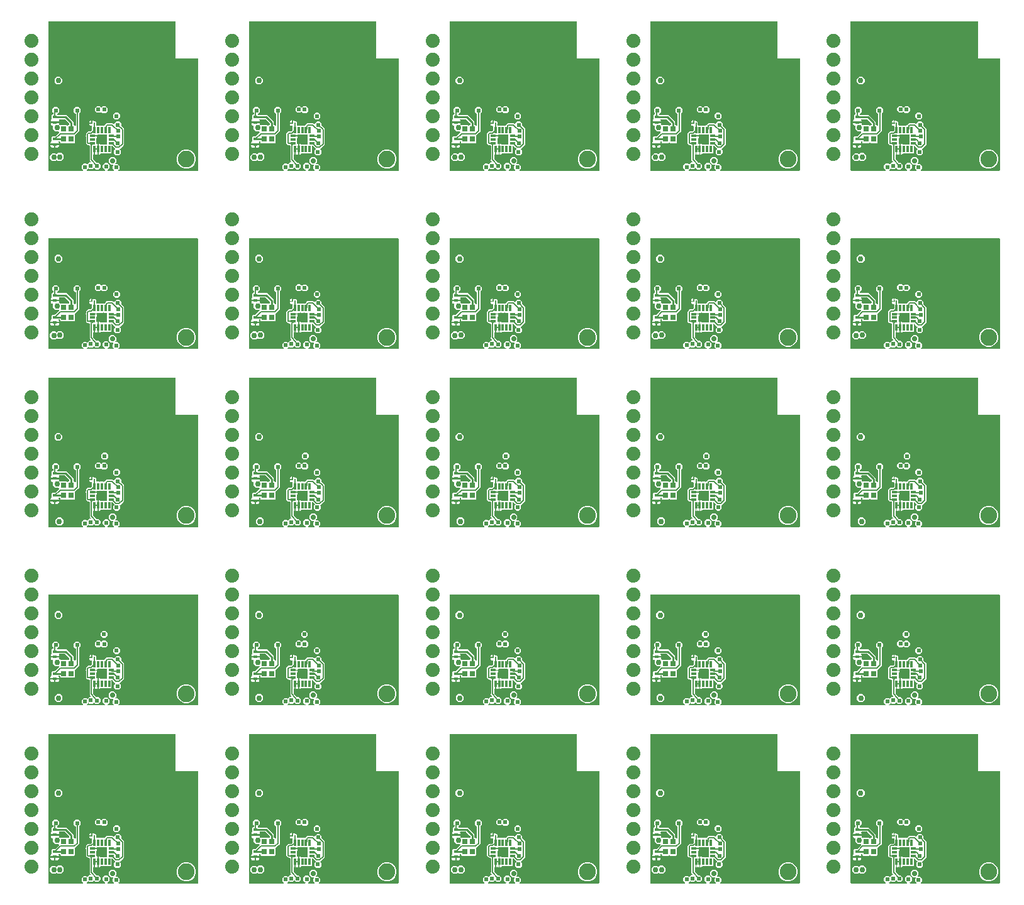
<source format=gbr>
G04 EAGLE Gerber X2 export*
%TF.Part,Single*%
%TF.FileFunction,Copper,L4,Bot,Mixed*%
%TF.FilePolarity,Positive*%
%TF.GenerationSoftware,Autodesk,EAGLE,9.0.0*%
%TF.CreationDate,2018-06-20T06:24:19Z*%
G75*
%MOMM*%
%FSLAX34Y34*%
%LPD*%
%AMOC8*
5,1,8,0,0,1.08239X$1,22.5*%
G01*
%ADD10R,0.177800X0.254000*%
%ADD11R,0.600000X0.400000*%
%ADD12C,1.879600*%
%ADD13R,0.300000X0.925000*%
%ADD14R,0.800000X0.300000*%
%ADD15R,0.700000X0.750000*%
%ADD16C,0.609600*%
%ADD17C,0.254000*%
%ADD18C,0.152400*%
%ADD19C,0.660400*%
%ADD20C,2.250000*%
%ADD21C,0.756400*%
%ADD22C,0.706400*%

G36*
X855682Y-480750D02*
X855682Y-480750D01*
X855753Y-480748D01*
X855802Y-480730D01*
X855854Y-480722D01*
X855917Y-480688D01*
X855984Y-480663D01*
X856025Y-480631D01*
X856071Y-480606D01*
X856120Y-480555D01*
X856177Y-480510D01*
X856205Y-480466D01*
X856241Y-480428D01*
X856271Y-480363D01*
X856310Y-480303D01*
X856322Y-480252D01*
X856344Y-480205D01*
X856352Y-480134D01*
X856370Y-480064D01*
X856366Y-480012D01*
X856371Y-479961D01*
X856356Y-479890D01*
X856350Y-479819D01*
X856330Y-479771D01*
X856319Y-479720D01*
X856282Y-479659D01*
X856254Y-479593D01*
X856209Y-479537D01*
X856193Y-479509D01*
X856175Y-479494D01*
X856149Y-479462D01*
X854040Y-477353D01*
X854040Y-473564D01*
X856719Y-470886D01*
X860507Y-470886D01*
X861262Y-471641D01*
X861279Y-471653D01*
X861291Y-471668D01*
X861378Y-471724D01*
X861462Y-471785D01*
X861481Y-471790D01*
X861498Y-471801D01*
X861598Y-471827D01*
X861697Y-471857D01*
X861717Y-471856D01*
X861736Y-471861D01*
X861839Y-471853D01*
X861943Y-471851D01*
X861962Y-471844D01*
X861982Y-471842D01*
X862076Y-471802D01*
X862174Y-471766D01*
X862190Y-471754D01*
X862208Y-471746D01*
X862339Y-471641D01*
X864607Y-469373D01*
X865793Y-469373D01*
X865837Y-469365D01*
X865881Y-469367D01*
X865957Y-469346D01*
X866036Y-469333D01*
X866075Y-469312D01*
X866118Y-469300D01*
X866183Y-469255D01*
X866253Y-469218D01*
X866284Y-469186D01*
X866320Y-469160D01*
X866368Y-469097D01*
X866422Y-469039D01*
X866441Y-468999D01*
X866468Y-468964D01*
X866492Y-468888D01*
X866526Y-468816D01*
X866531Y-468772D01*
X866545Y-468730D01*
X866544Y-468651D01*
X866553Y-468572D01*
X866544Y-468528D01*
X866543Y-468484D01*
X866518Y-468409D01*
X866501Y-468332D01*
X866478Y-468293D01*
X866463Y-468251D01*
X866382Y-468133D01*
X866375Y-468120D01*
X866372Y-468118D01*
X866368Y-468113D01*
X865630Y-467261D01*
X865615Y-467248D01*
X865593Y-467221D01*
X864964Y-466591D01*
X864961Y-466575D01*
X864934Y-466524D01*
X864999Y-465626D01*
X864997Y-465606D01*
X865001Y-465572D01*
X865001Y-447361D01*
X864998Y-447341D01*
X865000Y-447322D01*
X864978Y-447220D01*
X864961Y-447118D01*
X864952Y-447101D01*
X864948Y-447081D01*
X864894Y-446992D01*
X864846Y-446901D01*
X864832Y-446887D01*
X864821Y-446870D01*
X864743Y-446803D01*
X864668Y-446732D01*
X864650Y-446723D01*
X864634Y-446710D01*
X864538Y-446671D01*
X864445Y-446628D01*
X864425Y-446626D01*
X864406Y-446618D01*
X864240Y-446600D01*
X863692Y-446600D01*
X863177Y-446085D01*
X863103Y-446032D01*
X863034Y-445972D01*
X863004Y-445960D01*
X862977Y-445941D01*
X862890Y-445915D01*
X862805Y-445880D01*
X862765Y-445876D01*
X862742Y-445869D01*
X862710Y-445870D01*
X862639Y-445862D01*
X861686Y-445862D01*
X859751Y-443927D01*
X859751Y-434244D01*
X859745Y-434205D01*
X859747Y-434166D01*
X859725Y-434085D01*
X859711Y-434001D01*
X859693Y-433967D01*
X859683Y-433929D01*
X859636Y-433851D01*
X859743Y-433100D01*
X859743Y-433068D01*
X859751Y-432993D01*
X859751Y-430181D01*
X861313Y-428619D01*
X862430Y-427502D01*
X865722Y-427502D01*
X865812Y-427488D01*
X865903Y-427481D01*
X865933Y-427468D01*
X865965Y-427463D01*
X866045Y-427420D01*
X866129Y-427384D01*
X866162Y-427358D01*
X866182Y-427348D01*
X866204Y-427324D01*
X866260Y-427279D01*
X867826Y-425714D01*
X867870Y-425653D01*
X867903Y-425618D01*
X867909Y-425605D01*
X867938Y-425571D01*
X867951Y-425540D01*
X867969Y-425514D01*
X867996Y-425427D01*
X868030Y-425342D01*
X868035Y-425301D01*
X868042Y-425279D01*
X868041Y-425247D01*
X868049Y-425176D01*
X868049Y-421077D01*
X868046Y-421057D01*
X868048Y-421037D01*
X868026Y-420936D01*
X868009Y-420834D01*
X868000Y-420817D01*
X867996Y-420797D01*
X867942Y-420708D01*
X867894Y-420617D01*
X867880Y-420603D01*
X867869Y-420586D01*
X867791Y-420519D01*
X867716Y-420447D01*
X867698Y-420439D01*
X867682Y-420426D01*
X867586Y-420387D01*
X867493Y-420344D01*
X867473Y-420342D01*
X867454Y-420334D01*
X867288Y-420316D01*
X866560Y-420316D01*
X865913Y-420142D01*
X865334Y-419808D01*
X864861Y-419335D01*
X864527Y-418756D01*
X864353Y-418109D01*
X864353Y-417266D01*
X867783Y-417266D01*
X867803Y-417263D01*
X867822Y-417265D01*
X867924Y-417243D01*
X868026Y-417227D01*
X868043Y-417217D01*
X868063Y-417213D01*
X868152Y-417160D01*
X868243Y-417111D01*
X868257Y-417097D01*
X868274Y-417087D01*
X868274Y-417086D01*
X868342Y-417008D01*
X868413Y-416933D01*
X868421Y-416915D01*
X868434Y-416899D01*
X868473Y-416803D01*
X868516Y-416710D01*
X868519Y-416690D01*
X868526Y-416671D01*
X868545Y-416505D01*
X868545Y-412694D01*
X869007Y-412694D01*
X869653Y-412867D01*
X870232Y-413202D01*
X870518Y-413487D01*
X870592Y-413540D01*
X870661Y-413600D01*
X870691Y-413612D01*
X870717Y-413631D01*
X870804Y-413657D01*
X870889Y-413692D01*
X870930Y-413696D01*
X870952Y-413703D01*
X870985Y-413702D01*
X871056Y-413710D01*
X872606Y-413710D01*
X873499Y-414603D01*
X873499Y-418490D01*
X873490Y-418519D01*
X873460Y-418584D01*
X873454Y-418636D01*
X873439Y-418686D01*
X873440Y-418757D01*
X873433Y-418829D01*
X873444Y-418879D01*
X873445Y-418931D01*
X873470Y-418999D01*
X873485Y-419069D01*
X873512Y-419114D01*
X873529Y-419162D01*
X873574Y-419218D01*
X873611Y-419280D01*
X873651Y-419314D01*
X873683Y-419354D01*
X873743Y-419393D01*
X873798Y-419440D01*
X873846Y-419459D01*
X873890Y-419488D01*
X873959Y-419505D01*
X874026Y-419532D01*
X874097Y-419540D01*
X874128Y-419548D01*
X874152Y-419546D01*
X874193Y-419550D01*
X878309Y-419550D01*
X878371Y-419566D01*
X878470Y-419596D01*
X878490Y-419596D01*
X878509Y-419601D01*
X878612Y-419593D01*
X878716Y-419590D01*
X878735Y-419583D01*
X878755Y-419582D01*
X878828Y-419550D01*
X883309Y-419550D01*
X883371Y-419566D01*
X883470Y-419596D01*
X883490Y-419596D01*
X883509Y-419601D01*
X883612Y-419593D01*
X883716Y-419590D01*
X883735Y-419583D01*
X883755Y-419582D01*
X883828Y-419550D01*
X884316Y-419550D01*
X884406Y-419536D01*
X884497Y-419529D01*
X884527Y-419516D01*
X884559Y-419511D01*
X884640Y-419468D01*
X884724Y-419432D01*
X884756Y-419407D01*
X884776Y-419396D01*
X884799Y-419372D01*
X884855Y-419327D01*
X887680Y-416502D01*
X896030Y-416502D01*
X896743Y-417216D01*
X896801Y-417257D01*
X896853Y-417307D01*
X896900Y-417329D01*
X896942Y-417359D01*
X897011Y-417380D01*
X897076Y-417410D01*
X897128Y-417416D01*
X897178Y-417432D01*
X897249Y-417430D01*
X897320Y-417438D01*
X897371Y-417426D01*
X897423Y-417425D01*
X897491Y-417401D01*
X897561Y-417385D01*
X897606Y-417359D01*
X897654Y-417341D01*
X897710Y-417296D01*
X897772Y-417259D01*
X897806Y-417220D01*
X897846Y-417187D01*
X897885Y-417127D01*
X897932Y-417072D01*
X897951Y-417024D01*
X897979Y-416980D01*
X897991Y-416936D01*
X900721Y-414206D01*
X904509Y-414206D01*
X907188Y-416884D01*
X907188Y-419802D01*
X907202Y-419892D01*
X907210Y-419983D01*
X907222Y-420013D01*
X907227Y-420045D01*
X907270Y-420125D01*
X907306Y-420209D01*
X907332Y-420241D01*
X907343Y-420262D01*
X907366Y-420284D01*
X907411Y-420340D01*
X911305Y-424234D01*
X911305Y-445229D01*
X909742Y-446792D01*
X905524Y-451010D01*
X905513Y-451026D01*
X905497Y-451039D01*
X905441Y-451126D01*
X905381Y-451210D01*
X905375Y-451229D01*
X905364Y-451246D01*
X905339Y-451346D01*
X905308Y-451445D01*
X905309Y-451465D01*
X905304Y-451484D01*
X905312Y-451587D01*
X905315Y-451691D01*
X905321Y-451710D01*
X905323Y-451729D01*
X905363Y-451825D01*
X905399Y-451922D01*
X905412Y-451937D01*
X905419Y-451956D01*
X905524Y-452087D01*
X905573Y-452135D01*
X905573Y-455923D01*
X902894Y-458602D01*
X899106Y-458602D01*
X896427Y-455923D01*
X896427Y-452135D01*
X897871Y-450691D01*
X897883Y-450675D01*
X897899Y-450662D01*
X897955Y-450575D01*
X898015Y-450491D01*
X898021Y-450472D01*
X898032Y-450456D01*
X898057Y-450355D01*
X898087Y-450256D01*
X898087Y-450236D01*
X898092Y-450217D01*
X898084Y-450114D01*
X898081Y-450010D01*
X898074Y-449992D01*
X898073Y-449972D01*
X898032Y-449877D01*
X897997Y-449779D01*
X897984Y-449764D01*
X897976Y-449745D01*
X897871Y-449615D01*
X895398Y-447141D01*
X895340Y-447099D01*
X895288Y-447050D01*
X895240Y-447028D01*
X895198Y-446997D01*
X895130Y-446976D01*
X895065Y-446946D01*
X895013Y-446940D01*
X894963Y-446925D01*
X894891Y-446927D01*
X894820Y-446919D01*
X894769Y-446930D01*
X894717Y-446931D01*
X894650Y-446956D01*
X894580Y-446971D01*
X894535Y-446998D01*
X894486Y-447016D01*
X894430Y-447061D01*
X894369Y-447097D01*
X894335Y-447137D01*
X894294Y-447170D01*
X894255Y-447230D01*
X894209Y-447284D01*
X894189Y-447333D01*
X894161Y-447376D01*
X894144Y-447446D01*
X894117Y-447513D01*
X894109Y-447584D01*
X894101Y-447615D01*
X894103Y-447638D01*
X894098Y-447679D01*
X894098Y-456707D01*
X893205Y-457600D01*
X888838Y-457600D01*
X888776Y-457584D01*
X888677Y-457554D01*
X888657Y-457554D01*
X888638Y-457549D01*
X888535Y-457557D01*
X888431Y-457560D01*
X888413Y-457567D01*
X888393Y-457569D01*
X888319Y-457600D01*
X883838Y-457600D01*
X883776Y-457584D01*
X883677Y-457554D01*
X883657Y-457554D01*
X883638Y-457549D01*
X883535Y-457557D01*
X883431Y-457560D01*
X883413Y-457567D01*
X883393Y-457569D01*
X883319Y-457600D01*
X879957Y-457600D01*
X879867Y-457615D01*
X879776Y-457622D01*
X879747Y-457634D01*
X879715Y-457640D01*
X879634Y-457682D01*
X879550Y-457718D01*
X879518Y-457744D01*
X879497Y-457755D01*
X879475Y-457778D01*
X879419Y-457823D01*
X879134Y-458108D01*
X878554Y-458443D01*
X877908Y-458616D01*
X876835Y-458616D01*
X876835Y-451450D01*
X876835Y-444284D01*
X877908Y-444284D01*
X878554Y-444458D01*
X879134Y-444792D01*
X879419Y-445077D01*
X879493Y-445131D01*
X879562Y-445190D01*
X879593Y-445202D01*
X879619Y-445221D01*
X879706Y-445248D01*
X879791Y-445282D01*
X879832Y-445286D01*
X879854Y-445293D01*
X879886Y-445292D01*
X879957Y-445300D01*
X883309Y-445300D01*
X883372Y-445316D01*
X883470Y-445346D01*
X883490Y-445346D01*
X883510Y-445351D01*
X883613Y-445343D01*
X883716Y-445340D01*
X883735Y-445333D01*
X883755Y-445332D01*
X883828Y-445300D01*
X887538Y-445300D01*
X887557Y-445297D01*
X887577Y-445299D01*
X887678Y-445277D01*
X887780Y-445261D01*
X887798Y-445251D01*
X887817Y-445247D01*
X887906Y-445194D01*
X887998Y-445146D01*
X888011Y-445131D01*
X888029Y-445121D01*
X888096Y-445042D01*
X888167Y-444967D01*
X888175Y-444949D01*
X888188Y-444934D01*
X888227Y-444838D01*
X888271Y-444744D01*
X888273Y-444724D01*
X888280Y-444706D01*
X888299Y-444539D01*
X888299Y-441340D01*
X888315Y-441277D01*
X888345Y-441179D01*
X888344Y-441159D01*
X888349Y-441139D01*
X888341Y-441036D01*
X888339Y-440933D01*
X888332Y-440914D01*
X888330Y-440894D01*
X888299Y-440821D01*
X888299Y-436340D01*
X888315Y-436277D01*
X888345Y-436179D01*
X888344Y-436159D01*
X888349Y-436139D01*
X888341Y-436036D01*
X888339Y-435933D01*
X888332Y-435914D01*
X888330Y-435894D01*
X888299Y-435821D01*
X888299Y-432611D01*
X888296Y-432591D01*
X888298Y-432572D01*
X888276Y-432470D01*
X888259Y-432368D01*
X888250Y-432351D01*
X888246Y-432331D01*
X888192Y-432242D01*
X888144Y-432151D01*
X888130Y-432137D01*
X888119Y-432120D01*
X888041Y-432053D01*
X887966Y-431982D01*
X887948Y-431973D01*
X887932Y-431960D01*
X887836Y-431921D01*
X887743Y-431878D01*
X887723Y-431876D01*
X887704Y-431868D01*
X887538Y-431850D01*
X883838Y-431850D01*
X883776Y-431834D01*
X883677Y-431804D01*
X883657Y-431804D01*
X883638Y-431799D01*
X883534Y-431807D01*
X883431Y-431810D01*
X883412Y-431817D01*
X883392Y-431819D01*
X883319Y-431850D01*
X878838Y-431850D01*
X878776Y-431834D01*
X878677Y-431804D01*
X878657Y-431804D01*
X878638Y-431799D01*
X878534Y-431807D01*
X878431Y-431810D01*
X878412Y-431817D01*
X878392Y-431819D01*
X878319Y-431850D01*
X875626Y-431850D01*
X875606Y-431853D01*
X875586Y-431851D01*
X875485Y-431873D01*
X875383Y-431890D01*
X875365Y-431899D01*
X875346Y-431903D01*
X875257Y-431956D01*
X875165Y-432005D01*
X875152Y-432019D01*
X875135Y-432029D01*
X875067Y-432108D01*
X874996Y-432183D01*
X874988Y-432201D01*
X874975Y-432216D01*
X874936Y-432312D01*
X874892Y-432406D01*
X874890Y-432426D01*
X874883Y-432444D01*
X874864Y-432611D01*
X874864Y-432814D01*
X868324Y-432814D01*
X868304Y-432817D01*
X868284Y-432815D01*
X868183Y-432837D01*
X868081Y-432853D01*
X868064Y-432863D01*
X868044Y-432867D01*
X867955Y-432920D01*
X867864Y-432969D01*
X867850Y-432983D01*
X867833Y-432993D01*
X867766Y-433072D01*
X867694Y-433147D01*
X867686Y-433165D01*
X867673Y-433180D01*
X867634Y-433276D01*
X867591Y-433370D01*
X867589Y-433390D01*
X867581Y-433408D01*
X867563Y-433575D01*
X867566Y-433595D01*
X867564Y-433614D01*
X867564Y-433615D01*
X867586Y-433716D01*
X867602Y-433818D01*
X867612Y-433836D01*
X867616Y-433855D01*
X867669Y-433944D01*
X867717Y-434035D01*
X867732Y-434049D01*
X867742Y-434066D01*
X867821Y-434134D01*
X867896Y-434205D01*
X867914Y-434213D01*
X867929Y-434226D01*
X868025Y-434265D01*
X868119Y-434308D01*
X868139Y-434311D01*
X868157Y-434318D01*
X868324Y-434337D01*
X874864Y-434337D01*
X874864Y-435410D01*
X874691Y-436056D01*
X874357Y-436635D01*
X874071Y-436921D01*
X874018Y-436995D01*
X873959Y-437064D01*
X873947Y-437094D01*
X873928Y-437120D01*
X873901Y-437207D01*
X873867Y-437292D01*
X873862Y-437333D01*
X873855Y-437355D01*
X873856Y-437388D01*
X873848Y-437459D01*
X873848Y-440811D01*
X873833Y-440873D01*
X873802Y-440972D01*
X873803Y-440992D01*
X873798Y-441011D01*
X873806Y-441114D01*
X873809Y-441218D01*
X873816Y-441236D01*
X873817Y-441256D01*
X873848Y-441330D01*
X873848Y-443523D01*
X873852Y-443543D01*
X873849Y-443563D01*
X873871Y-443664D01*
X873888Y-443766D01*
X873897Y-443783D01*
X873902Y-443803D01*
X873955Y-443892D01*
X874003Y-443983D01*
X874018Y-443997D01*
X874028Y-444014D01*
X874107Y-444081D01*
X874182Y-444153D01*
X874200Y-444161D01*
X874215Y-444174D01*
X874311Y-444213D01*
X874405Y-444256D01*
X874424Y-444258D01*
X874443Y-444266D01*
X874610Y-444284D01*
X875312Y-444284D01*
X875312Y-450689D01*
X871074Y-450689D01*
X871054Y-450692D01*
X871034Y-450690D01*
X870933Y-450712D01*
X870831Y-450728D01*
X870814Y-450738D01*
X870794Y-450742D01*
X870705Y-450795D01*
X870614Y-450844D01*
X870613Y-450844D01*
X870600Y-450858D01*
X870583Y-450868D01*
X870583Y-450869D01*
X870582Y-450869D01*
X870515Y-450947D01*
X870444Y-451022D01*
X870436Y-451040D01*
X870423Y-451056D01*
X870384Y-451152D01*
X870340Y-451245D01*
X870338Y-451265D01*
X870331Y-451284D01*
X870312Y-451450D01*
X870312Y-458619D01*
X870296Y-458617D01*
X870195Y-458639D01*
X870093Y-458656D01*
X870075Y-458665D01*
X870056Y-458669D01*
X869967Y-458722D01*
X869875Y-458771D01*
X869862Y-458785D01*
X869845Y-458795D01*
X869777Y-458874D01*
X869706Y-458949D01*
X869698Y-458967D01*
X869685Y-458982D01*
X869646Y-459078D01*
X869602Y-459172D01*
X869600Y-459192D01*
X869593Y-459210D01*
X869574Y-459377D01*
X869574Y-464545D01*
X869585Y-464609D01*
X869585Y-464673D01*
X869604Y-464729D01*
X869614Y-464788D01*
X869644Y-464845D01*
X869665Y-464905D01*
X869714Y-464976D01*
X869729Y-465005D01*
X869743Y-465018D01*
X869760Y-465043D01*
X873528Y-469396D01*
X873618Y-469471D01*
X873709Y-469549D01*
X873713Y-469550D01*
X873717Y-469553D01*
X873826Y-469596D01*
X873937Y-469641D01*
X873943Y-469641D01*
X873946Y-469643D01*
X873961Y-469643D01*
X874104Y-469659D01*
X876584Y-469659D01*
X879262Y-472338D01*
X879262Y-476126D01*
X876584Y-478804D01*
X872796Y-478804D01*
X870991Y-477000D01*
X870975Y-476988D01*
X870962Y-476972D01*
X870875Y-476916D01*
X870791Y-476856D01*
X870772Y-476850D01*
X870755Y-476839D01*
X870655Y-476814D01*
X870556Y-476784D01*
X870536Y-476784D01*
X870517Y-476779D01*
X870414Y-476787D01*
X870310Y-476790D01*
X870291Y-476797D01*
X870271Y-476798D01*
X870177Y-476839D01*
X870079Y-476874D01*
X870063Y-476887D01*
X870045Y-476895D01*
X869914Y-477000D01*
X868396Y-478518D01*
X864607Y-478518D01*
X863852Y-477763D01*
X863836Y-477751D01*
X863823Y-477736D01*
X863736Y-477679D01*
X863652Y-477619D01*
X863633Y-477613D01*
X863617Y-477603D01*
X863516Y-477577D01*
X863417Y-477547D01*
X863397Y-477547D01*
X863378Y-477543D01*
X863275Y-477551D01*
X863171Y-477553D01*
X863153Y-477560D01*
X863133Y-477562D01*
X863038Y-477602D01*
X862940Y-477638D01*
X862925Y-477650D01*
X862906Y-477658D01*
X862776Y-477763D01*
X861077Y-479462D01*
X861035Y-479520D01*
X860985Y-479572D01*
X860963Y-479619D01*
X860933Y-479661D01*
X860912Y-479730D01*
X860882Y-479795D01*
X860876Y-479847D01*
X860861Y-479897D01*
X860863Y-479968D01*
X860855Y-480039D01*
X860866Y-480090D01*
X860867Y-480142D01*
X860892Y-480210D01*
X860907Y-480280D01*
X860934Y-480325D01*
X860952Y-480373D01*
X860996Y-480429D01*
X861033Y-480491D01*
X861073Y-480525D01*
X861105Y-480565D01*
X861166Y-480604D01*
X861220Y-480651D01*
X861268Y-480670D01*
X861312Y-480698D01*
X861382Y-480716D01*
X861448Y-480743D01*
X861520Y-480751D01*
X861551Y-480759D01*
X861574Y-480757D01*
X861615Y-480761D01*
X884694Y-480761D01*
X884765Y-480750D01*
X884836Y-480748D01*
X884885Y-480730D01*
X884937Y-480722D01*
X885000Y-480688D01*
X885067Y-480663D01*
X885108Y-480631D01*
X885154Y-480606D01*
X885203Y-480555D01*
X885260Y-480510D01*
X885288Y-480466D01*
X885324Y-480428D01*
X885354Y-480363D01*
X885393Y-480303D01*
X885405Y-480252D01*
X885427Y-480205D01*
X885435Y-480134D01*
X885453Y-480064D01*
X885449Y-480012D01*
X885454Y-479961D01*
X885439Y-479890D01*
X885433Y-479819D01*
X885413Y-479771D01*
X885402Y-479720D01*
X885365Y-479659D01*
X885337Y-479593D01*
X885292Y-479537D01*
X885276Y-479509D01*
X885258Y-479494D01*
X885232Y-479462D01*
X882531Y-476760D01*
X882531Y-472972D01*
X885210Y-470294D01*
X888998Y-470294D01*
X891677Y-472972D01*
X891677Y-476760D01*
X888975Y-479462D01*
X888933Y-479520D01*
X888884Y-479572D01*
X888862Y-479619D01*
X888832Y-479661D01*
X888811Y-479730D01*
X888780Y-479795D01*
X888775Y-479847D01*
X888759Y-479897D01*
X888761Y-479968D01*
X888753Y-480039D01*
X888764Y-480090D01*
X888766Y-480142D01*
X888790Y-480210D01*
X888806Y-480280D01*
X888832Y-480324D01*
X888850Y-480373D01*
X888895Y-480429D01*
X888932Y-480491D01*
X888971Y-480525D01*
X889004Y-480565D01*
X889064Y-480604D01*
X889119Y-480651D01*
X889167Y-480670D01*
X889211Y-480698D01*
X889280Y-480716D01*
X889347Y-480743D01*
X889418Y-480751D01*
X889449Y-480759D01*
X889473Y-480757D01*
X889514Y-480761D01*
X896871Y-480761D01*
X896942Y-480750D01*
X897014Y-480748D01*
X897063Y-480730D01*
X897114Y-480722D01*
X897177Y-480688D01*
X897245Y-480663D01*
X897285Y-480631D01*
X897331Y-480606D01*
X897381Y-480555D01*
X897437Y-480510D01*
X897465Y-480466D01*
X897501Y-480428D01*
X897531Y-480363D01*
X897570Y-480303D01*
X897582Y-480252D01*
X897604Y-480205D01*
X897612Y-480134D01*
X897630Y-480064D01*
X897626Y-480012D01*
X897631Y-479961D01*
X897616Y-479890D01*
X897611Y-479819D01*
X897590Y-479771D01*
X897579Y-479720D01*
X897542Y-479659D01*
X897514Y-479593D01*
X897470Y-479537D01*
X897453Y-479509D01*
X897435Y-479494D01*
X897409Y-479462D01*
X896020Y-478072D01*
X896020Y-474284D01*
X896644Y-473660D01*
X896686Y-473602D01*
X896735Y-473550D01*
X896757Y-473503D01*
X896787Y-473460D01*
X896808Y-473392D01*
X896839Y-473327D01*
X896844Y-473275D01*
X896860Y-473225D01*
X896858Y-473153D01*
X896866Y-473082D01*
X896855Y-473031D01*
X896853Y-472979D01*
X896829Y-472912D01*
X896813Y-472842D01*
X896787Y-472797D01*
X896769Y-472748D01*
X896724Y-472692D01*
X896687Y-472631D01*
X896648Y-472597D01*
X896615Y-472556D01*
X896555Y-472518D01*
X896500Y-472471D01*
X896452Y-472451D01*
X896408Y-472423D01*
X896339Y-472406D01*
X896272Y-472379D01*
X896201Y-472371D01*
X896170Y-472363D01*
X896146Y-472365D01*
X896105Y-472360D01*
X893399Y-472360D01*
X890436Y-469398D01*
X890436Y-465209D01*
X893399Y-462247D01*
X897588Y-462247D01*
X900550Y-465209D01*
X900550Y-469398D01*
X899643Y-470306D01*
X899601Y-470364D01*
X899551Y-470416D01*
X899529Y-470463D01*
X899499Y-470505D01*
X899478Y-470574D01*
X899448Y-470639D01*
X899442Y-470691D01*
X899427Y-470741D01*
X899429Y-470812D01*
X899421Y-470883D01*
X899432Y-470934D01*
X899433Y-470986D01*
X899458Y-471054D01*
X899473Y-471124D01*
X899500Y-471168D01*
X899517Y-471217D01*
X899562Y-471273D01*
X899599Y-471335D01*
X899639Y-471369D01*
X899671Y-471409D01*
X899731Y-471448D01*
X899786Y-471495D01*
X899834Y-471514D01*
X899878Y-471542D01*
X899948Y-471560D01*
X900014Y-471587D01*
X900085Y-471595D01*
X900117Y-471603D01*
X900140Y-471601D01*
X900181Y-471605D01*
X902487Y-471605D01*
X905165Y-474284D01*
X905165Y-478072D01*
X903776Y-479462D01*
X903734Y-479520D01*
X903684Y-479572D01*
X903662Y-479619D01*
X903632Y-479661D01*
X903611Y-479730D01*
X903581Y-479795D01*
X903575Y-479847D01*
X903560Y-479897D01*
X903562Y-479968D01*
X903554Y-480039D01*
X903565Y-480090D01*
X903566Y-480142D01*
X903591Y-480210D01*
X903606Y-480280D01*
X903633Y-480324D01*
X903651Y-480373D01*
X903695Y-480429D01*
X903732Y-480491D01*
X903772Y-480525D01*
X903804Y-480565D01*
X903865Y-480604D01*
X903919Y-480651D01*
X903967Y-480670D01*
X904011Y-480698D01*
X904081Y-480716D01*
X904147Y-480743D01*
X904219Y-480751D01*
X904250Y-480759D01*
X904273Y-480757D01*
X904314Y-480761D01*
X1010000Y-480761D01*
X1010020Y-480758D01*
X1010039Y-480760D01*
X1010141Y-480738D01*
X1010243Y-480722D01*
X1010260Y-480712D01*
X1010280Y-480708D01*
X1010369Y-480655D01*
X1010460Y-480606D01*
X1010474Y-480592D01*
X1010491Y-480582D01*
X1010558Y-480503D01*
X1010630Y-480428D01*
X1010638Y-480410D01*
X1010651Y-480395D01*
X1010690Y-480299D01*
X1010733Y-480205D01*
X1010735Y-480185D01*
X1010743Y-480167D01*
X1010761Y-480000D01*
X1010761Y-330000D01*
X1010758Y-329980D01*
X1010760Y-329961D01*
X1010738Y-329859D01*
X1010722Y-329757D01*
X1010712Y-329740D01*
X1010708Y-329720D01*
X1010655Y-329631D01*
X1010606Y-329540D01*
X1010592Y-329526D01*
X1010582Y-329509D01*
X1010503Y-329442D01*
X1010428Y-329371D01*
X1010410Y-329362D01*
X1010395Y-329349D01*
X1010299Y-329310D01*
X1010205Y-329267D01*
X1010185Y-329265D01*
X1010167Y-329257D01*
X1010000Y-329239D01*
X980761Y-329239D01*
X980761Y-280000D01*
X980758Y-279980D01*
X980760Y-279961D01*
X980738Y-279859D01*
X980722Y-279757D01*
X980712Y-279740D01*
X980708Y-279720D01*
X980655Y-279631D01*
X980606Y-279540D01*
X980592Y-279526D01*
X980582Y-279509D01*
X980503Y-279442D01*
X980428Y-279371D01*
X980410Y-279362D01*
X980395Y-279349D01*
X980299Y-279310D01*
X980205Y-279267D01*
X980185Y-279265D01*
X980167Y-279257D01*
X980000Y-279239D01*
X810000Y-279239D01*
X809980Y-279242D01*
X809961Y-279240D01*
X809859Y-279262D01*
X809757Y-279279D01*
X809740Y-279288D01*
X809720Y-279292D01*
X809631Y-279345D01*
X809540Y-279394D01*
X809526Y-279408D01*
X809509Y-279418D01*
X809442Y-279497D01*
X809371Y-279572D01*
X809362Y-279590D01*
X809349Y-279605D01*
X809310Y-279701D01*
X809267Y-279795D01*
X809265Y-279815D01*
X809257Y-279833D01*
X809239Y-280000D01*
X809239Y-480000D01*
X809242Y-480020D01*
X809240Y-480039D01*
X809262Y-480141D01*
X809279Y-480243D01*
X809288Y-480260D01*
X809292Y-480280D01*
X809345Y-480369D01*
X809394Y-480460D01*
X809408Y-480474D01*
X809418Y-480491D01*
X809497Y-480558D01*
X809572Y-480630D01*
X809590Y-480638D01*
X809605Y-480651D01*
X809701Y-480690D01*
X809795Y-480733D01*
X809815Y-480735D01*
X809833Y-480743D01*
X810000Y-480761D01*
X855611Y-480761D01*
X855682Y-480750D01*
G37*
G36*
X585682Y-480750D02*
X585682Y-480750D01*
X585753Y-480748D01*
X585802Y-480730D01*
X585854Y-480722D01*
X585917Y-480688D01*
X585984Y-480663D01*
X586025Y-480631D01*
X586071Y-480606D01*
X586120Y-480555D01*
X586177Y-480510D01*
X586205Y-480466D01*
X586241Y-480428D01*
X586271Y-480363D01*
X586310Y-480303D01*
X586322Y-480252D01*
X586344Y-480205D01*
X586352Y-480134D01*
X586370Y-480064D01*
X586366Y-480012D01*
X586371Y-479961D01*
X586356Y-479890D01*
X586350Y-479819D01*
X586330Y-479771D01*
X586319Y-479720D01*
X586282Y-479659D01*
X586254Y-479593D01*
X586209Y-479537D01*
X586193Y-479509D01*
X586175Y-479494D01*
X586149Y-479462D01*
X584040Y-477353D01*
X584040Y-473564D01*
X586719Y-470886D01*
X590507Y-470886D01*
X591262Y-471641D01*
X591279Y-471653D01*
X591291Y-471668D01*
X591378Y-471724D01*
X591462Y-471785D01*
X591481Y-471790D01*
X591498Y-471801D01*
X591598Y-471827D01*
X591697Y-471857D01*
X591717Y-471856D01*
X591736Y-471861D01*
X591839Y-471853D01*
X591943Y-471851D01*
X591962Y-471844D01*
X591982Y-471842D01*
X592076Y-471802D01*
X592174Y-471766D01*
X592190Y-471754D01*
X592208Y-471746D01*
X592339Y-471641D01*
X594607Y-469373D01*
X595793Y-469373D01*
X595837Y-469365D01*
X595881Y-469367D01*
X595957Y-469346D01*
X596036Y-469333D01*
X596075Y-469312D01*
X596118Y-469300D01*
X596183Y-469255D01*
X596253Y-469218D01*
X596284Y-469186D01*
X596320Y-469160D01*
X596368Y-469097D01*
X596422Y-469039D01*
X596441Y-468999D01*
X596468Y-468964D01*
X596492Y-468888D01*
X596526Y-468816D01*
X596531Y-468772D01*
X596545Y-468730D01*
X596544Y-468651D01*
X596553Y-468572D01*
X596544Y-468528D01*
X596543Y-468484D01*
X596518Y-468409D01*
X596501Y-468332D01*
X596478Y-468293D01*
X596463Y-468251D01*
X596382Y-468133D01*
X596375Y-468120D01*
X596372Y-468118D01*
X596368Y-468113D01*
X595630Y-467261D01*
X595615Y-467248D01*
X595593Y-467221D01*
X594964Y-466591D01*
X594961Y-466575D01*
X594934Y-466524D01*
X594999Y-465626D01*
X594997Y-465606D01*
X595001Y-465572D01*
X595001Y-447361D01*
X594998Y-447341D01*
X595000Y-447322D01*
X594978Y-447220D01*
X594961Y-447118D01*
X594952Y-447101D01*
X594948Y-447081D01*
X594894Y-446992D01*
X594846Y-446901D01*
X594832Y-446887D01*
X594821Y-446870D01*
X594743Y-446803D01*
X594668Y-446732D01*
X594650Y-446723D01*
X594634Y-446710D01*
X594538Y-446671D01*
X594445Y-446628D01*
X594425Y-446626D01*
X594406Y-446618D01*
X594240Y-446600D01*
X593692Y-446600D01*
X593177Y-446085D01*
X593103Y-446032D01*
X593034Y-445972D01*
X593004Y-445960D01*
X592977Y-445941D01*
X592890Y-445915D01*
X592805Y-445880D01*
X592765Y-445876D01*
X592742Y-445869D01*
X592710Y-445870D01*
X592639Y-445862D01*
X591686Y-445862D01*
X589751Y-443927D01*
X589751Y-434244D01*
X589745Y-434205D01*
X589747Y-434166D01*
X589725Y-434085D01*
X589711Y-434001D01*
X589693Y-433967D01*
X589683Y-433929D01*
X589636Y-433851D01*
X589743Y-433100D01*
X589743Y-433068D01*
X589751Y-432993D01*
X589751Y-430181D01*
X591313Y-428619D01*
X592430Y-427502D01*
X595722Y-427502D01*
X595812Y-427488D01*
X595903Y-427481D01*
X595933Y-427468D01*
X595965Y-427463D01*
X596045Y-427420D01*
X596129Y-427384D01*
X596162Y-427358D01*
X596182Y-427348D01*
X596204Y-427324D01*
X596260Y-427279D01*
X597826Y-425714D01*
X597870Y-425653D01*
X597903Y-425618D01*
X597909Y-425605D01*
X597938Y-425571D01*
X597951Y-425540D01*
X597969Y-425514D01*
X597996Y-425427D01*
X598030Y-425342D01*
X598035Y-425301D01*
X598042Y-425279D01*
X598041Y-425247D01*
X598049Y-425176D01*
X598049Y-421077D01*
X598046Y-421057D01*
X598048Y-421037D01*
X598026Y-420936D01*
X598009Y-420834D01*
X598000Y-420817D01*
X597996Y-420797D01*
X597942Y-420708D01*
X597894Y-420617D01*
X597880Y-420603D01*
X597869Y-420586D01*
X597791Y-420519D01*
X597716Y-420447D01*
X597698Y-420439D01*
X597682Y-420426D01*
X597586Y-420387D01*
X597493Y-420344D01*
X597473Y-420342D01*
X597454Y-420334D01*
X597288Y-420316D01*
X596560Y-420316D01*
X595913Y-420142D01*
X595334Y-419808D01*
X594861Y-419335D01*
X594527Y-418756D01*
X594353Y-418109D01*
X594353Y-417266D01*
X597783Y-417266D01*
X597803Y-417263D01*
X597822Y-417265D01*
X597924Y-417243D01*
X598026Y-417227D01*
X598043Y-417217D01*
X598063Y-417213D01*
X598152Y-417160D01*
X598243Y-417111D01*
X598257Y-417097D01*
X598274Y-417087D01*
X598274Y-417086D01*
X598342Y-417008D01*
X598413Y-416933D01*
X598421Y-416915D01*
X598434Y-416899D01*
X598473Y-416803D01*
X598516Y-416710D01*
X598519Y-416690D01*
X598526Y-416671D01*
X598545Y-416505D01*
X598545Y-412694D01*
X599007Y-412694D01*
X599653Y-412867D01*
X600232Y-413202D01*
X600518Y-413487D01*
X600592Y-413540D01*
X600661Y-413600D01*
X600691Y-413612D01*
X600717Y-413631D01*
X600804Y-413657D01*
X600889Y-413692D01*
X600930Y-413696D01*
X600952Y-413703D01*
X600985Y-413702D01*
X601056Y-413710D01*
X602606Y-413710D01*
X603499Y-414603D01*
X603499Y-418490D01*
X603490Y-418519D01*
X603460Y-418584D01*
X603454Y-418636D01*
X603439Y-418686D01*
X603440Y-418757D01*
X603433Y-418829D01*
X603444Y-418879D01*
X603445Y-418931D01*
X603470Y-418999D01*
X603485Y-419069D01*
X603512Y-419114D01*
X603529Y-419162D01*
X603574Y-419218D01*
X603611Y-419280D01*
X603651Y-419314D01*
X603683Y-419354D01*
X603743Y-419393D01*
X603798Y-419440D01*
X603846Y-419459D01*
X603890Y-419488D01*
X603959Y-419505D01*
X604026Y-419532D01*
X604097Y-419540D01*
X604128Y-419548D01*
X604152Y-419546D01*
X604193Y-419550D01*
X608309Y-419550D01*
X608371Y-419566D01*
X608470Y-419596D01*
X608490Y-419596D01*
X608509Y-419601D01*
X608612Y-419593D01*
X608716Y-419590D01*
X608735Y-419583D01*
X608755Y-419582D01*
X608828Y-419550D01*
X613309Y-419550D01*
X613371Y-419566D01*
X613470Y-419596D01*
X613490Y-419596D01*
X613509Y-419601D01*
X613612Y-419593D01*
X613716Y-419590D01*
X613735Y-419583D01*
X613755Y-419582D01*
X613828Y-419550D01*
X614316Y-419550D01*
X614406Y-419536D01*
X614497Y-419529D01*
X614527Y-419516D01*
X614559Y-419511D01*
X614640Y-419468D01*
X614724Y-419432D01*
X614756Y-419406D01*
X614776Y-419396D01*
X614799Y-419372D01*
X614855Y-419327D01*
X616117Y-418065D01*
X617680Y-416502D01*
X626030Y-416502D01*
X626743Y-417216D01*
X626801Y-417257D01*
X626853Y-417307D01*
X626900Y-417329D01*
X626942Y-417359D01*
X627011Y-417380D01*
X627076Y-417410D01*
X627128Y-417416D01*
X627178Y-417432D01*
X627249Y-417430D01*
X627320Y-417438D01*
X627371Y-417426D01*
X627423Y-417425D01*
X627491Y-417401D01*
X627561Y-417385D01*
X627606Y-417359D01*
X627654Y-417341D01*
X627710Y-417296D01*
X627772Y-417259D01*
X627806Y-417220D01*
X627846Y-417187D01*
X627885Y-417127D01*
X627932Y-417072D01*
X627951Y-417024D01*
X627979Y-416980D01*
X627991Y-416936D01*
X630721Y-414206D01*
X634509Y-414206D01*
X637188Y-416884D01*
X637188Y-419802D01*
X637202Y-419892D01*
X637210Y-419983D01*
X637222Y-420013D01*
X637227Y-420044D01*
X637270Y-420125D01*
X637306Y-420209D01*
X637332Y-420241D01*
X637343Y-420262D01*
X637366Y-420284D01*
X637411Y-420340D01*
X641305Y-424234D01*
X641305Y-445229D01*
X639742Y-446792D01*
X635524Y-451010D01*
X635513Y-451026D01*
X635497Y-451039D01*
X635441Y-451126D01*
X635381Y-451210D01*
X635375Y-451229D01*
X635364Y-451246D01*
X635339Y-451346D01*
X635308Y-451445D01*
X635309Y-451465D01*
X635304Y-451484D01*
X635312Y-451587D01*
X635315Y-451691D01*
X635321Y-451710D01*
X635323Y-451729D01*
X635363Y-451825D01*
X635399Y-451922D01*
X635412Y-451937D01*
X635419Y-451956D01*
X635524Y-452087D01*
X635573Y-452135D01*
X635573Y-455923D01*
X632894Y-458602D01*
X629106Y-458602D01*
X626427Y-455923D01*
X626427Y-452135D01*
X627871Y-450691D01*
X627883Y-450675D01*
X627899Y-450662D01*
X627955Y-450575D01*
X628015Y-450491D01*
X628021Y-450472D01*
X628032Y-450456D01*
X628057Y-450355D01*
X628087Y-450256D01*
X628087Y-450236D01*
X628092Y-450217D01*
X628084Y-450114D01*
X628081Y-450010D01*
X628074Y-449992D01*
X628073Y-449972D01*
X628032Y-449877D01*
X627997Y-449779D01*
X627984Y-449764D01*
X627976Y-449745D01*
X627871Y-449615D01*
X625398Y-447141D01*
X625340Y-447099D01*
X625288Y-447050D01*
X625240Y-447028D01*
X625198Y-446997D01*
X625130Y-446976D01*
X625065Y-446946D01*
X625013Y-446940D01*
X624963Y-446925D01*
X624891Y-446927D01*
X624820Y-446919D01*
X624769Y-446930D01*
X624717Y-446931D01*
X624650Y-446956D01*
X624580Y-446971D01*
X624535Y-446998D01*
X624486Y-447016D01*
X624430Y-447061D01*
X624369Y-447097D01*
X624335Y-447137D01*
X624294Y-447170D01*
X624255Y-447230D01*
X624209Y-447284D01*
X624189Y-447333D01*
X624161Y-447376D01*
X624144Y-447446D01*
X624117Y-447513D01*
X624109Y-447584D01*
X624101Y-447615D01*
X624103Y-447638D01*
X624098Y-447679D01*
X624098Y-456707D01*
X623205Y-457600D01*
X618838Y-457600D01*
X618776Y-457584D01*
X618677Y-457554D01*
X618657Y-457554D01*
X618638Y-457549D01*
X618535Y-457557D01*
X618431Y-457560D01*
X618413Y-457567D01*
X618393Y-457569D01*
X618319Y-457600D01*
X613838Y-457600D01*
X613776Y-457584D01*
X613677Y-457554D01*
X613657Y-457554D01*
X613638Y-457549D01*
X613535Y-457557D01*
X613431Y-457560D01*
X613413Y-457567D01*
X613393Y-457569D01*
X613319Y-457600D01*
X609957Y-457600D01*
X609867Y-457615D01*
X609776Y-457622D01*
X609747Y-457634D01*
X609715Y-457640D01*
X609634Y-457682D01*
X609550Y-457718D01*
X609518Y-457744D01*
X609497Y-457755D01*
X609475Y-457778D01*
X609419Y-457823D01*
X609134Y-458108D01*
X608554Y-458443D01*
X607908Y-458616D01*
X606835Y-458616D01*
X606835Y-451450D01*
X606835Y-444284D01*
X607908Y-444284D01*
X608554Y-444458D01*
X609134Y-444792D01*
X609419Y-445077D01*
X609493Y-445131D01*
X609562Y-445190D01*
X609593Y-445202D01*
X609619Y-445221D01*
X609706Y-445248D01*
X609791Y-445282D01*
X609832Y-445286D01*
X609854Y-445293D01*
X609886Y-445292D01*
X609957Y-445300D01*
X613309Y-445300D01*
X613372Y-445316D01*
X613470Y-445346D01*
X613490Y-445346D01*
X613510Y-445351D01*
X613613Y-445343D01*
X613716Y-445340D01*
X613735Y-445333D01*
X613755Y-445332D01*
X613828Y-445300D01*
X617538Y-445300D01*
X617557Y-445297D01*
X617577Y-445299D01*
X617678Y-445277D01*
X617780Y-445261D01*
X617798Y-445251D01*
X617817Y-445247D01*
X617906Y-445194D01*
X617998Y-445146D01*
X618011Y-445131D01*
X618029Y-445121D01*
X618096Y-445042D01*
X618167Y-444967D01*
X618175Y-444949D01*
X618188Y-444934D01*
X618227Y-444838D01*
X618271Y-444744D01*
X618273Y-444724D01*
X618280Y-444706D01*
X618299Y-444539D01*
X618299Y-441340D01*
X618315Y-441277D01*
X618345Y-441179D01*
X618344Y-441159D01*
X618349Y-441139D01*
X618341Y-441036D01*
X618339Y-440933D01*
X618332Y-440914D01*
X618330Y-440894D01*
X618299Y-440821D01*
X618299Y-436340D01*
X618315Y-436277D01*
X618345Y-436179D01*
X618344Y-436159D01*
X618349Y-436139D01*
X618341Y-436036D01*
X618339Y-435933D01*
X618332Y-435914D01*
X618330Y-435894D01*
X618299Y-435821D01*
X618299Y-432611D01*
X618296Y-432591D01*
X618298Y-432572D01*
X618276Y-432470D01*
X618259Y-432368D01*
X618250Y-432351D01*
X618246Y-432331D01*
X618192Y-432242D01*
X618144Y-432151D01*
X618130Y-432137D01*
X618119Y-432120D01*
X618041Y-432053D01*
X617966Y-431982D01*
X617948Y-431973D01*
X617932Y-431960D01*
X617836Y-431921D01*
X617743Y-431878D01*
X617723Y-431876D01*
X617704Y-431868D01*
X617538Y-431850D01*
X613838Y-431850D01*
X613776Y-431834D01*
X613677Y-431804D01*
X613657Y-431804D01*
X613638Y-431799D01*
X613534Y-431807D01*
X613431Y-431810D01*
X613412Y-431817D01*
X613392Y-431819D01*
X613319Y-431850D01*
X608838Y-431850D01*
X608776Y-431834D01*
X608677Y-431804D01*
X608657Y-431804D01*
X608638Y-431799D01*
X608534Y-431807D01*
X608431Y-431810D01*
X608412Y-431817D01*
X608392Y-431819D01*
X608319Y-431850D01*
X605626Y-431850D01*
X605606Y-431853D01*
X605586Y-431851D01*
X605485Y-431873D01*
X605383Y-431890D01*
X605365Y-431899D01*
X605346Y-431903D01*
X605257Y-431956D01*
X605165Y-432005D01*
X605152Y-432019D01*
X605135Y-432029D01*
X605067Y-432108D01*
X604996Y-432183D01*
X604988Y-432201D01*
X604975Y-432216D01*
X604936Y-432312D01*
X604892Y-432406D01*
X604890Y-432426D01*
X604883Y-432444D01*
X604864Y-432611D01*
X604864Y-432814D01*
X598324Y-432814D01*
X598304Y-432817D01*
X598284Y-432815D01*
X598183Y-432837D01*
X598081Y-432853D01*
X598064Y-432863D01*
X598044Y-432867D01*
X597955Y-432920D01*
X597864Y-432969D01*
X597850Y-432983D01*
X597833Y-432993D01*
X597766Y-433072D01*
X597694Y-433147D01*
X597686Y-433165D01*
X597673Y-433180D01*
X597634Y-433276D01*
X597591Y-433370D01*
X597589Y-433390D01*
X597581Y-433408D01*
X597563Y-433575D01*
X597566Y-433595D01*
X597564Y-433614D01*
X597564Y-433615D01*
X597586Y-433716D01*
X597602Y-433818D01*
X597612Y-433836D01*
X597616Y-433855D01*
X597669Y-433944D01*
X597717Y-434035D01*
X597732Y-434049D01*
X597742Y-434066D01*
X597821Y-434134D01*
X597896Y-434205D01*
X597914Y-434213D01*
X597929Y-434226D01*
X598025Y-434265D01*
X598119Y-434308D01*
X598139Y-434311D01*
X598157Y-434318D01*
X598324Y-434337D01*
X604864Y-434337D01*
X604864Y-435410D01*
X604691Y-436056D01*
X604357Y-436635D01*
X604071Y-436921D01*
X604018Y-436995D01*
X603959Y-437064D01*
X603947Y-437094D01*
X603928Y-437120D01*
X603901Y-437207D01*
X603867Y-437292D01*
X603862Y-437333D01*
X603855Y-437355D01*
X603856Y-437388D01*
X603848Y-437459D01*
X603848Y-440811D01*
X603833Y-440873D01*
X603802Y-440972D01*
X603803Y-440992D01*
X603798Y-441011D01*
X603806Y-441114D01*
X603809Y-441218D01*
X603816Y-441236D01*
X603817Y-441256D01*
X603848Y-441330D01*
X603848Y-443523D01*
X603852Y-443543D01*
X603849Y-443563D01*
X603871Y-443664D01*
X603888Y-443766D01*
X603897Y-443783D01*
X603902Y-443803D01*
X603955Y-443892D01*
X604003Y-443983D01*
X604018Y-443997D01*
X604028Y-444014D01*
X604107Y-444081D01*
X604182Y-444153D01*
X604200Y-444161D01*
X604215Y-444174D01*
X604311Y-444213D01*
X604405Y-444256D01*
X604424Y-444258D01*
X604443Y-444266D01*
X604610Y-444284D01*
X605312Y-444284D01*
X605312Y-450689D01*
X601074Y-450689D01*
X601054Y-450692D01*
X601034Y-450690D01*
X600933Y-450712D01*
X600831Y-450728D01*
X600814Y-450738D01*
X600794Y-450742D01*
X600705Y-450795D01*
X600614Y-450844D01*
X600613Y-450844D01*
X600600Y-450858D01*
X600583Y-450868D01*
X600583Y-450869D01*
X600582Y-450869D01*
X600515Y-450947D01*
X600444Y-451022D01*
X600436Y-451040D01*
X600423Y-451056D01*
X600384Y-451152D01*
X600340Y-451245D01*
X600338Y-451265D01*
X600331Y-451284D01*
X600312Y-451450D01*
X600312Y-458619D01*
X600296Y-458617D01*
X600195Y-458639D01*
X600093Y-458656D01*
X600075Y-458665D01*
X600056Y-458669D01*
X599967Y-458722D01*
X599875Y-458771D01*
X599862Y-458785D01*
X599845Y-458795D01*
X599777Y-458874D01*
X599706Y-458949D01*
X599698Y-458967D01*
X599685Y-458982D01*
X599646Y-459078D01*
X599602Y-459172D01*
X599600Y-459192D01*
X599593Y-459210D01*
X599574Y-459377D01*
X599574Y-464545D01*
X599585Y-464609D01*
X599585Y-464673D01*
X599604Y-464729D01*
X599614Y-464788D01*
X599644Y-464845D01*
X599665Y-464905D01*
X599714Y-464976D01*
X599729Y-465005D01*
X599743Y-465018D01*
X599760Y-465043D01*
X603528Y-469396D01*
X603618Y-469471D01*
X603709Y-469549D01*
X603713Y-469550D01*
X603717Y-469553D01*
X603826Y-469596D01*
X603937Y-469641D01*
X603943Y-469641D01*
X603946Y-469643D01*
X603961Y-469643D01*
X604104Y-469659D01*
X606584Y-469659D01*
X609262Y-472338D01*
X609262Y-476126D01*
X606584Y-478804D01*
X602796Y-478804D01*
X600991Y-477000D01*
X600975Y-476988D01*
X600962Y-476972D01*
X600875Y-476916D01*
X600791Y-476856D01*
X600772Y-476850D01*
X600755Y-476839D01*
X600655Y-476814D01*
X600556Y-476784D01*
X600536Y-476784D01*
X600517Y-476779D01*
X600414Y-476787D01*
X600310Y-476790D01*
X600291Y-476797D01*
X600271Y-476798D01*
X600177Y-476839D01*
X600079Y-476874D01*
X600063Y-476887D01*
X600045Y-476895D01*
X599914Y-477000D01*
X598396Y-478518D01*
X594607Y-478518D01*
X593852Y-477763D01*
X593836Y-477751D01*
X593823Y-477736D01*
X593736Y-477679D01*
X593652Y-477619D01*
X593633Y-477613D01*
X593617Y-477603D01*
X593516Y-477577D01*
X593417Y-477547D01*
X593397Y-477547D01*
X593378Y-477543D01*
X593275Y-477551D01*
X593171Y-477553D01*
X593153Y-477560D01*
X593133Y-477562D01*
X593038Y-477602D01*
X592940Y-477638D01*
X592925Y-477650D01*
X592906Y-477658D01*
X592776Y-477763D01*
X591077Y-479462D01*
X591035Y-479520D01*
X590985Y-479572D01*
X590963Y-479619D01*
X590933Y-479661D01*
X590912Y-479730D01*
X590882Y-479795D01*
X590876Y-479847D01*
X590861Y-479897D01*
X590863Y-479968D01*
X590855Y-480039D01*
X590866Y-480090D01*
X590867Y-480142D01*
X590892Y-480210D01*
X590907Y-480280D01*
X590934Y-480325D01*
X590952Y-480373D01*
X590996Y-480429D01*
X591033Y-480491D01*
X591073Y-480525D01*
X591105Y-480565D01*
X591166Y-480604D01*
X591220Y-480651D01*
X591268Y-480670D01*
X591312Y-480698D01*
X591382Y-480716D01*
X591448Y-480743D01*
X591520Y-480751D01*
X591551Y-480759D01*
X591574Y-480757D01*
X591615Y-480761D01*
X614694Y-480761D01*
X614765Y-480750D01*
X614836Y-480748D01*
X614885Y-480730D01*
X614937Y-480722D01*
X615000Y-480688D01*
X615067Y-480663D01*
X615108Y-480631D01*
X615154Y-480606D01*
X615203Y-480555D01*
X615260Y-480510D01*
X615288Y-480466D01*
X615324Y-480428D01*
X615354Y-480363D01*
X615393Y-480303D01*
X615405Y-480252D01*
X615427Y-480205D01*
X615435Y-480134D01*
X615453Y-480064D01*
X615449Y-480012D01*
X615454Y-479961D01*
X615439Y-479890D01*
X615433Y-479819D01*
X615413Y-479771D01*
X615402Y-479720D01*
X615365Y-479659D01*
X615337Y-479593D01*
X615292Y-479537D01*
X615276Y-479509D01*
X615258Y-479494D01*
X615232Y-479462D01*
X612531Y-476760D01*
X612531Y-472972D01*
X615210Y-470294D01*
X618998Y-470294D01*
X621677Y-472972D01*
X621677Y-476760D01*
X618975Y-479462D01*
X618933Y-479520D01*
X618884Y-479572D01*
X618862Y-479619D01*
X618832Y-479661D01*
X618811Y-479730D01*
X618780Y-479795D01*
X618775Y-479847D01*
X618759Y-479897D01*
X618761Y-479968D01*
X618753Y-480039D01*
X618764Y-480090D01*
X618766Y-480142D01*
X618790Y-480210D01*
X618806Y-480280D01*
X618832Y-480324D01*
X618850Y-480373D01*
X618895Y-480429D01*
X618932Y-480491D01*
X618971Y-480525D01*
X619004Y-480565D01*
X619064Y-480604D01*
X619119Y-480651D01*
X619167Y-480670D01*
X619211Y-480698D01*
X619280Y-480716D01*
X619347Y-480743D01*
X619418Y-480751D01*
X619449Y-480759D01*
X619473Y-480757D01*
X619514Y-480761D01*
X626871Y-480761D01*
X626942Y-480750D01*
X627014Y-480748D01*
X627063Y-480730D01*
X627114Y-480722D01*
X627177Y-480688D01*
X627245Y-480663D01*
X627285Y-480631D01*
X627331Y-480606D01*
X627381Y-480555D01*
X627437Y-480510D01*
X627465Y-480466D01*
X627501Y-480428D01*
X627531Y-480363D01*
X627570Y-480303D01*
X627582Y-480252D01*
X627604Y-480205D01*
X627612Y-480134D01*
X627630Y-480064D01*
X627626Y-480012D01*
X627631Y-479961D01*
X627616Y-479890D01*
X627611Y-479819D01*
X627590Y-479771D01*
X627579Y-479720D01*
X627542Y-479659D01*
X627514Y-479593D01*
X627470Y-479537D01*
X627453Y-479509D01*
X627435Y-479494D01*
X627409Y-479462D01*
X626020Y-478072D01*
X626020Y-474284D01*
X626644Y-473660D01*
X626686Y-473602D01*
X626735Y-473550D01*
X626757Y-473503D01*
X626787Y-473460D01*
X626808Y-473392D01*
X626839Y-473327D01*
X626844Y-473275D01*
X626860Y-473225D01*
X626858Y-473153D01*
X626866Y-473082D01*
X626855Y-473031D01*
X626853Y-472979D01*
X626829Y-472912D01*
X626813Y-472842D01*
X626787Y-472797D01*
X626769Y-472748D01*
X626724Y-472692D01*
X626687Y-472631D01*
X626648Y-472597D01*
X626615Y-472556D01*
X626555Y-472518D01*
X626500Y-472471D01*
X626452Y-472451D01*
X626408Y-472423D01*
X626339Y-472406D01*
X626272Y-472379D01*
X626201Y-472371D01*
X626170Y-472363D01*
X626146Y-472365D01*
X626105Y-472360D01*
X623399Y-472360D01*
X620436Y-469398D01*
X620436Y-465209D01*
X623399Y-462247D01*
X627588Y-462247D01*
X630550Y-465209D01*
X630550Y-469398D01*
X629643Y-470306D01*
X629601Y-470364D01*
X629551Y-470416D01*
X629529Y-470463D01*
X629499Y-470505D01*
X629478Y-470574D01*
X629448Y-470639D01*
X629442Y-470691D01*
X629427Y-470741D01*
X629429Y-470812D01*
X629421Y-470883D01*
X629432Y-470934D01*
X629433Y-470986D01*
X629458Y-471054D01*
X629473Y-471124D01*
X629500Y-471168D01*
X629517Y-471217D01*
X629562Y-471273D01*
X629599Y-471335D01*
X629639Y-471369D01*
X629671Y-471409D01*
X629731Y-471448D01*
X629786Y-471495D01*
X629834Y-471514D01*
X629878Y-471542D01*
X629948Y-471560D01*
X630014Y-471587D01*
X630085Y-471595D01*
X630117Y-471603D01*
X630140Y-471601D01*
X630181Y-471605D01*
X632487Y-471605D01*
X635165Y-474284D01*
X635165Y-478072D01*
X633776Y-479462D01*
X633734Y-479520D01*
X633684Y-479572D01*
X633662Y-479619D01*
X633632Y-479661D01*
X633611Y-479730D01*
X633581Y-479795D01*
X633575Y-479847D01*
X633560Y-479897D01*
X633562Y-479968D01*
X633554Y-480039D01*
X633565Y-480090D01*
X633566Y-480142D01*
X633591Y-480210D01*
X633606Y-480280D01*
X633633Y-480324D01*
X633651Y-480373D01*
X633695Y-480429D01*
X633732Y-480491D01*
X633772Y-480525D01*
X633804Y-480565D01*
X633865Y-480604D01*
X633919Y-480651D01*
X633967Y-480670D01*
X634011Y-480698D01*
X634081Y-480716D01*
X634147Y-480743D01*
X634219Y-480751D01*
X634250Y-480759D01*
X634273Y-480757D01*
X634314Y-480761D01*
X740000Y-480761D01*
X740020Y-480758D01*
X740039Y-480760D01*
X740141Y-480738D01*
X740243Y-480722D01*
X740260Y-480712D01*
X740280Y-480708D01*
X740369Y-480655D01*
X740460Y-480606D01*
X740474Y-480592D01*
X740491Y-480582D01*
X740558Y-480503D01*
X740630Y-480428D01*
X740638Y-480410D01*
X740651Y-480395D01*
X740690Y-480299D01*
X740733Y-480205D01*
X740735Y-480185D01*
X740743Y-480167D01*
X740761Y-480000D01*
X740761Y-330000D01*
X740758Y-329980D01*
X740760Y-329961D01*
X740738Y-329859D01*
X740722Y-329757D01*
X740712Y-329740D01*
X740708Y-329720D01*
X740655Y-329631D01*
X740606Y-329540D01*
X740592Y-329526D01*
X740582Y-329509D01*
X740503Y-329442D01*
X740428Y-329371D01*
X740410Y-329362D01*
X740395Y-329349D01*
X740299Y-329310D01*
X740205Y-329267D01*
X740185Y-329265D01*
X740167Y-329257D01*
X740000Y-329239D01*
X710761Y-329239D01*
X710761Y-280000D01*
X710758Y-279980D01*
X710760Y-279961D01*
X710738Y-279859D01*
X710722Y-279757D01*
X710712Y-279740D01*
X710708Y-279720D01*
X710655Y-279631D01*
X710606Y-279540D01*
X710592Y-279526D01*
X710582Y-279509D01*
X710503Y-279442D01*
X710428Y-279371D01*
X710410Y-279362D01*
X710395Y-279349D01*
X710299Y-279310D01*
X710205Y-279267D01*
X710185Y-279265D01*
X710167Y-279257D01*
X710000Y-279239D01*
X540000Y-279239D01*
X539980Y-279242D01*
X539961Y-279240D01*
X539859Y-279262D01*
X539757Y-279279D01*
X539740Y-279288D01*
X539720Y-279292D01*
X539631Y-279345D01*
X539540Y-279394D01*
X539526Y-279408D01*
X539509Y-279418D01*
X539442Y-279497D01*
X539371Y-279572D01*
X539362Y-279590D01*
X539349Y-279605D01*
X539310Y-279701D01*
X539267Y-279795D01*
X539265Y-279815D01*
X539257Y-279833D01*
X539239Y-280000D01*
X539239Y-480000D01*
X539242Y-480020D01*
X539240Y-480039D01*
X539262Y-480141D01*
X539279Y-480243D01*
X539288Y-480260D01*
X539292Y-480280D01*
X539345Y-480369D01*
X539394Y-480460D01*
X539408Y-480474D01*
X539418Y-480491D01*
X539497Y-480558D01*
X539572Y-480630D01*
X539590Y-480638D01*
X539605Y-480651D01*
X539701Y-480690D01*
X539795Y-480733D01*
X539815Y-480735D01*
X539833Y-480743D01*
X540000Y-480761D01*
X585611Y-480761D01*
X585682Y-480750D01*
G37*
G36*
X45682Y-480750D02*
X45682Y-480750D01*
X45753Y-480748D01*
X45802Y-480730D01*
X45854Y-480722D01*
X45917Y-480688D01*
X45984Y-480663D01*
X46025Y-480631D01*
X46071Y-480606D01*
X46120Y-480555D01*
X46177Y-480510D01*
X46205Y-480466D01*
X46241Y-480428D01*
X46271Y-480363D01*
X46310Y-480303D01*
X46322Y-480252D01*
X46344Y-480205D01*
X46352Y-480134D01*
X46370Y-480064D01*
X46366Y-480012D01*
X46371Y-479961D01*
X46356Y-479890D01*
X46350Y-479819D01*
X46330Y-479771D01*
X46319Y-479720D01*
X46282Y-479659D01*
X46254Y-479593D01*
X46209Y-479537D01*
X46193Y-479509D01*
X46175Y-479494D01*
X46149Y-479462D01*
X44040Y-477353D01*
X44040Y-473564D01*
X46719Y-470886D01*
X50507Y-470886D01*
X51262Y-471641D01*
X51279Y-471653D01*
X51291Y-471668D01*
X51378Y-471724D01*
X51462Y-471785D01*
X51481Y-471790D01*
X51498Y-471801D01*
X51598Y-471827D01*
X51697Y-471857D01*
X51717Y-471856D01*
X51736Y-471861D01*
X51839Y-471853D01*
X51943Y-471851D01*
X51962Y-471844D01*
X51982Y-471842D01*
X52076Y-471802D01*
X52174Y-471766D01*
X52190Y-471754D01*
X52208Y-471746D01*
X52339Y-471641D01*
X54607Y-469373D01*
X55793Y-469373D01*
X55837Y-469365D01*
X55881Y-469367D01*
X55957Y-469346D01*
X56036Y-469333D01*
X56075Y-469312D01*
X56118Y-469300D01*
X56183Y-469255D01*
X56253Y-469218D01*
X56284Y-469186D01*
X56320Y-469160D01*
X56368Y-469097D01*
X56422Y-469039D01*
X56441Y-468999D01*
X56468Y-468964D01*
X56492Y-468888D01*
X56526Y-468816D01*
X56531Y-468772D01*
X56545Y-468730D01*
X56544Y-468651D01*
X56553Y-468572D01*
X56544Y-468528D01*
X56543Y-468484D01*
X56518Y-468409D01*
X56501Y-468332D01*
X56478Y-468293D01*
X56463Y-468251D01*
X56382Y-468133D01*
X56375Y-468120D01*
X56372Y-468118D01*
X56368Y-468113D01*
X55630Y-467261D01*
X55615Y-467248D01*
X55593Y-467221D01*
X54964Y-466591D01*
X54961Y-466575D01*
X54934Y-466524D01*
X54999Y-465626D01*
X54997Y-465606D01*
X55001Y-465572D01*
X55001Y-447361D01*
X54998Y-447341D01*
X55000Y-447322D01*
X54978Y-447220D01*
X54961Y-447118D01*
X54952Y-447101D01*
X54948Y-447081D01*
X54894Y-446992D01*
X54846Y-446901D01*
X54832Y-446887D01*
X54821Y-446870D01*
X54743Y-446803D01*
X54668Y-446732D01*
X54650Y-446723D01*
X54634Y-446710D01*
X54538Y-446671D01*
X54445Y-446628D01*
X54425Y-446626D01*
X54406Y-446618D01*
X54240Y-446600D01*
X53692Y-446600D01*
X53177Y-446085D01*
X53103Y-446032D01*
X53034Y-445972D01*
X53003Y-445960D01*
X52977Y-445941D01*
X52890Y-445915D01*
X52805Y-445880D01*
X52764Y-445876D01*
X52742Y-445869D01*
X52710Y-445870D01*
X52639Y-445862D01*
X51686Y-445862D01*
X49751Y-443927D01*
X49751Y-434244D01*
X49745Y-434205D01*
X49747Y-434166D01*
X49725Y-434085D01*
X49711Y-434001D01*
X49693Y-433967D01*
X49683Y-433929D01*
X49636Y-433851D01*
X49743Y-433100D01*
X49743Y-433068D01*
X49751Y-432993D01*
X49751Y-430181D01*
X51313Y-428619D01*
X52430Y-427502D01*
X55722Y-427502D01*
X55812Y-427488D01*
X55903Y-427481D01*
X55933Y-427468D01*
X55965Y-427463D01*
X56045Y-427420D01*
X56129Y-427384D01*
X56162Y-427358D01*
X56182Y-427348D01*
X56204Y-427324D01*
X56260Y-427279D01*
X57826Y-425714D01*
X57870Y-425653D01*
X57903Y-425618D01*
X57909Y-425605D01*
X57938Y-425571D01*
X57951Y-425540D01*
X57969Y-425514D01*
X57996Y-425427D01*
X58030Y-425342D01*
X58035Y-425301D01*
X58042Y-425279D01*
X58041Y-425247D01*
X58049Y-425176D01*
X58049Y-421077D01*
X58046Y-421057D01*
X58048Y-421037D01*
X58026Y-420936D01*
X58009Y-420834D01*
X58000Y-420817D01*
X57996Y-420797D01*
X57942Y-420708D01*
X57894Y-420617D01*
X57880Y-420603D01*
X57869Y-420586D01*
X57791Y-420519D01*
X57716Y-420447D01*
X57698Y-420439D01*
X57682Y-420426D01*
X57586Y-420387D01*
X57493Y-420344D01*
X57473Y-420342D01*
X57454Y-420334D01*
X57288Y-420316D01*
X56560Y-420316D01*
X55913Y-420142D01*
X55334Y-419808D01*
X54861Y-419335D01*
X54527Y-418756D01*
X54353Y-418109D01*
X54353Y-417266D01*
X57783Y-417266D01*
X57803Y-417263D01*
X57822Y-417265D01*
X57924Y-417243D01*
X58026Y-417227D01*
X58043Y-417217D01*
X58063Y-417213D01*
X58152Y-417160D01*
X58243Y-417111D01*
X58257Y-417097D01*
X58274Y-417087D01*
X58274Y-417086D01*
X58342Y-417008D01*
X58413Y-416933D01*
X58421Y-416915D01*
X58434Y-416899D01*
X58473Y-416803D01*
X58516Y-416710D01*
X58519Y-416690D01*
X58526Y-416671D01*
X58545Y-416505D01*
X58545Y-412694D01*
X59007Y-412694D01*
X59653Y-412867D01*
X60232Y-413202D01*
X60518Y-413487D01*
X60592Y-413540D01*
X60661Y-413600D01*
X60691Y-413612D01*
X60717Y-413631D01*
X60804Y-413658D01*
X60889Y-413692D01*
X60930Y-413696D01*
X60952Y-413703D01*
X60985Y-413702D01*
X61056Y-413710D01*
X62606Y-413710D01*
X63499Y-414603D01*
X63499Y-418490D01*
X63490Y-418519D01*
X63460Y-418584D01*
X63454Y-418636D01*
X63439Y-418686D01*
X63440Y-418757D01*
X63433Y-418829D01*
X63444Y-418879D01*
X63445Y-418931D01*
X63470Y-418999D01*
X63485Y-419069D01*
X63512Y-419114D01*
X63529Y-419162D01*
X63574Y-419218D01*
X63611Y-419280D01*
X63651Y-419314D01*
X63683Y-419354D01*
X63743Y-419393D01*
X63798Y-419440D01*
X63846Y-419459D01*
X63890Y-419488D01*
X63959Y-419505D01*
X64026Y-419532D01*
X64097Y-419540D01*
X64128Y-419548D01*
X64152Y-419546D01*
X64193Y-419550D01*
X68309Y-419550D01*
X68371Y-419566D01*
X68470Y-419596D01*
X68490Y-419596D01*
X68509Y-419601D01*
X68612Y-419593D01*
X68716Y-419590D01*
X68735Y-419583D01*
X68755Y-419582D01*
X68828Y-419550D01*
X73309Y-419550D01*
X73371Y-419566D01*
X73470Y-419596D01*
X73490Y-419596D01*
X73509Y-419601D01*
X73612Y-419593D01*
X73716Y-419590D01*
X73735Y-419583D01*
X73755Y-419582D01*
X73828Y-419550D01*
X74316Y-419550D01*
X74406Y-419536D01*
X74497Y-419529D01*
X74527Y-419516D01*
X74559Y-419511D01*
X74640Y-419468D01*
X74724Y-419432D01*
X74756Y-419407D01*
X74776Y-419396D01*
X74799Y-419372D01*
X74855Y-419327D01*
X77680Y-416502D01*
X86030Y-416502D01*
X86743Y-417216D01*
X86801Y-417257D01*
X86853Y-417307D01*
X86900Y-417329D01*
X86942Y-417359D01*
X87011Y-417380D01*
X87076Y-417410D01*
X87128Y-417416D01*
X87178Y-417432D01*
X87249Y-417430D01*
X87320Y-417438D01*
X87371Y-417426D01*
X87423Y-417425D01*
X87491Y-417401D01*
X87561Y-417385D01*
X87606Y-417359D01*
X87654Y-417341D01*
X87710Y-417296D01*
X87772Y-417259D01*
X87806Y-417220D01*
X87846Y-417187D01*
X87885Y-417127D01*
X87932Y-417072D01*
X87951Y-417024D01*
X87979Y-416980D01*
X87991Y-416936D01*
X90721Y-414206D01*
X94509Y-414206D01*
X97188Y-416884D01*
X97188Y-419802D01*
X97202Y-419892D01*
X97210Y-419983D01*
X97222Y-420013D01*
X97227Y-420044D01*
X97270Y-420125D01*
X97306Y-420209D01*
X97332Y-420241D01*
X97343Y-420262D01*
X97366Y-420284D01*
X97411Y-420340D01*
X101305Y-424234D01*
X101305Y-445229D01*
X99742Y-446792D01*
X95524Y-451010D01*
X95513Y-451026D01*
X95497Y-451039D01*
X95441Y-451126D01*
X95381Y-451210D01*
X95375Y-451229D01*
X95364Y-451246D01*
X95339Y-451346D01*
X95308Y-451445D01*
X95309Y-451465D01*
X95304Y-451484D01*
X95312Y-451587D01*
X95315Y-451691D01*
X95321Y-451710D01*
X95323Y-451729D01*
X95363Y-451825D01*
X95399Y-451922D01*
X95412Y-451937D01*
X95419Y-451956D01*
X95524Y-452087D01*
X95573Y-452135D01*
X95573Y-455923D01*
X92894Y-458602D01*
X89106Y-458602D01*
X86427Y-455923D01*
X86427Y-452135D01*
X87871Y-450691D01*
X87883Y-450675D01*
X87899Y-450662D01*
X87955Y-450575D01*
X88015Y-450491D01*
X88021Y-450472D01*
X88032Y-450456D01*
X88057Y-450355D01*
X88087Y-450256D01*
X88087Y-450236D01*
X88092Y-450217D01*
X88084Y-450114D01*
X88081Y-450010D01*
X88074Y-449992D01*
X88073Y-449972D01*
X88032Y-449877D01*
X87997Y-449779D01*
X87984Y-449764D01*
X87976Y-449745D01*
X87871Y-449615D01*
X85398Y-447141D01*
X85340Y-447099D01*
X85288Y-447050D01*
X85240Y-447028D01*
X85198Y-446997D01*
X85130Y-446976D01*
X85065Y-446946D01*
X85013Y-446940D01*
X84963Y-446925D01*
X84891Y-446927D01*
X84820Y-446919D01*
X84769Y-446930D01*
X84717Y-446931D01*
X84650Y-446956D01*
X84580Y-446971D01*
X84535Y-446998D01*
X84486Y-447016D01*
X84430Y-447061D01*
X84369Y-447097D01*
X84335Y-447137D01*
X84294Y-447170D01*
X84255Y-447230D01*
X84209Y-447284D01*
X84189Y-447333D01*
X84161Y-447376D01*
X84144Y-447446D01*
X84117Y-447513D01*
X84109Y-447584D01*
X84101Y-447615D01*
X84103Y-447638D01*
X84098Y-447679D01*
X84098Y-456707D01*
X83205Y-457600D01*
X78838Y-457600D01*
X78776Y-457584D01*
X78677Y-457554D01*
X78657Y-457554D01*
X78638Y-457549D01*
X78535Y-457557D01*
X78431Y-457560D01*
X78413Y-457567D01*
X78393Y-457569D01*
X78319Y-457600D01*
X73838Y-457600D01*
X73776Y-457584D01*
X73677Y-457554D01*
X73657Y-457554D01*
X73638Y-457549D01*
X73534Y-457557D01*
X73431Y-457560D01*
X73412Y-457567D01*
X73392Y-457569D01*
X73319Y-457600D01*
X69957Y-457600D01*
X69867Y-457615D01*
X69776Y-457622D01*
X69747Y-457634D01*
X69715Y-457640D01*
X69634Y-457682D01*
X69550Y-457718D01*
X69518Y-457744D01*
X69497Y-457755D01*
X69475Y-457778D01*
X69419Y-457823D01*
X69134Y-458108D01*
X68554Y-458443D01*
X67908Y-458616D01*
X66835Y-458616D01*
X66835Y-451450D01*
X66835Y-444284D01*
X67908Y-444284D01*
X68554Y-444458D01*
X69134Y-444792D01*
X69419Y-445077D01*
X69493Y-445131D01*
X69562Y-445190D01*
X69593Y-445202D01*
X69619Y-445221D01*
X69706Y-445248D01*
X69791Y-445282D01*
X69832Y-445286D01*
X69854Y-445293D01*
X69886Y-445292D01*
X69957Y-445300D01*
X73309Y-445300D01*
X73371Y-445316D01*
X73470Y-445346D01*
X73490Y-445346D01*
X73509Y-445351D01*
X73612Y-445343D01*
X73716Y-445340D01*
X73735Y-445333D01*
X73755Y-445332D01*
X73828Y-445300D01*
X77538Y-445300D01*
X77557Y-445297D01*
X77577Y-445299D01*
X77678Y-445277D01*
X77780Y-445261D01*
X77798Y-445251D01*
X77817Y-445247D01*
X77906Y-445194D01*
X77998Y-445146D01*
X78011Y-445131D01*
X78029Y-445121D01*
X78096Y-445042D01*
X78167Y-444967D01*
X78175Y-444949D01*
X78188Y-444934D01*
X78227Y-444838D01*
X78271Y-444744D01*
X78273Y-444724D01*
X78280Y-444706D01*
X78299Y-444539D01*
X78299Y-441340D01*
X78315Y-441277D01*
X78345Y-441179D01*
X78344Y-441159D01*
X78349Y-441139D01*
X78341Y-441036D01*
X78339Y-440933D01*
X78332Y-440914D01*
X78330Y-440894D01*
X78299Y-440821D01*
X78299Y-436340D01*
X78315Y-436277D01*
X78345Y-436179D01*
X78344Y-436159D01*
X78349Y-436139D01*
X78341Y-436036D01*
X78339Y-435933D01*
X78332Y-435914D01*
X78330Y-435894D01*
X78299Y-435821D01*
X78299Y-432611D01*
X78296Y-432591D01*
X78298Y-432572D01*
X78276Y-432470D01*
X78259Y-432368D01*
X78250Y-432351D01*
X78246Y-432331D01*
X78192Y-432242D01*
X78144Y-432151D01*
X78130Y-432137D01*
X78119Y-432120D01*
X78041Y-432053D01*
X77966Y-431982D01*
X77948Y-431973D01*
X77932Y-431960D01*
X77836Y-431921D01*
X77743Y-431878D01*
X77723Y-431876D01*
X77704Y-431868D01*
X77538Y-431850D01*
X73838Y-431850D01*
X73776Y-431834D01*
X73677Y-431804D01*
X73657Y-431804D01*
X73638Y-431799D01*
X73534Y-431807D01*
X73431Y-431810D01*
X73412Y-431817D01*
X73392Y-431819D01*
X73319Y-431850D01*
X68838Y-431850D01*
X68776Y-431834D01*
X68677Y-431804D01*
X68657Y-431804D01*
X68638Y-431799D01*
X68534Y-431807D01*
X68431Y-431810D01*
X68412Y-431817D01*
X68392Y-431819D01*
X68319Y-431850D01*
X65626Y-431850D01*
X65606Y-431853D01*
X65586Y-431851D01*
X65485Y-431873D01*
X65383Y-431890D01*
X65365Y-431899D01*
X65346Y-431903D01*
X65257Y-431956D01*
X65165Y-432005D01*
X65152Y-432019D01*
X65135Y-432029D01*
X65067Y-432108D01*
X64996Y-432183D01*
X64988Y-432201D01*
X64975Y-432216D01*
X64936Y-432312D01*
X64892Y-432406D01*
X64890Y-432426D01*
X64883Y-432444D01*
X64864Y-432611D01*
X64864Y-432814D01*
X58324Y-432814D01*
X58304Y-432817D01*
X58284Y-432815D01*
X58183Y-432837D01*
X58081Y-432853D01*
X58064Y-432863D01*
X58044Y-432867D01*
X57955Y-432920D01*
X57864Y-432969D01*
X57850Y-432983D01*
X57833Y-432993D01*
X57766Y-433072D01*
X57694Y-433147D01*
X57686Y-433165D01*
X57673Y-433180D01*
X57634Y-433276D01*
X57591Y-433370D01*
X57589Y-433390D01*
X57581Y-433408D01*
X57563Y-433575D01*
X57566Y-433595D01*
X57564Y-433614D01*
X57564Y-433615D01*
X57586Y-433716D01*
X57602Y-433818D01*
X57612Y-433836D01*
X57616Y-433855D01*
X57669Y-433944D01*
X57717Y-434035D01*
X57732Y-434049D01*
X57742Y-434066D01*
X57821Y-434134D01*
X57896Y-434205D01*
X57914Y-434213D01*
X57929Y-434226D01*
X58025Y-434265D01*
X58119Y-434308D01*
X58139Y-434311D01*
X58157Y-434318D01*
X58324Y-434337D01*
X64864Y-434337D01*
X64864Y-435410D01*
X64691Y-436056D01*
X64357Y-436635D01*
X64071Y-436921D01*
X64018Y-436995D01*
X63959Y-437064D01*
X63947Y-437094D01*
X63928Y-437120D01*
X63901Y-437207D01*
X63867Y-437292D01*
X63862Y-437333D01*
X63855Y-437355D01*
X63856Y-437388D01*
X63848Y-437459D01*
X63848Y-440811D01*
X63833Y-440873D01*
X63802Y-440972D01*
X63803Y-440992D01*
X63798Y-441011D01*
X63806Y-441114D01*
X63809Y-441218D01*
X63816Y-441236D01*
X63817Y-441256D01*
X63848Y-441330D01*
X63848Y-443523D01*
X63852Y-443543D01*
X63849Y-443563D01*
X63871Y-443664D01*
X63888Y-443766D01*
X63897Y-443783D01*
X63902Y-443803D01*
X63955Y-443892D01*
X64003Y-443983D01*
X64018Y-443997D01*
X64028Y-444014D01*
X64107Y-444081D01*
X64182Y-444153D01*
X64200Y-444161D01*
X64215Y-444174D01*
X64311Y-444213D01*
X64405Y-444256D01*
X64424Y-444258D01*
X64443Y-444266D01*
X64610Y-444284D01*
X65312Y-444284D01*
X65312Y-450689D01*
X61074Y-450689D01*
X61054Y-450692D01*
X61034Y-450690D01*
X60933Y-450712D01*
X60831Y-450728D01*
X60814Y-450738D01*
X60794Y-450742D01*
X60705Y-450795D01*
X60614Y-450844D01*
X60613Y-450844D01*
X60600Y-450858D01*
X60583Y-450868D01*
X60583Y-450869D01*
X60582Y-450869D01*
X60515Y-450947D01*
X60444Y-451022D01*
X60436Y-451040D01*
X60423Y-451056D01*
X60384Y-451152D01*
X60340Y-451245D01*
X60338Y-451265D01*
X60331Y-451284D01*
X60312Y-451450D01*
X60312Y-458619D01*
X60296Y-458617D01*
X60195Y-458639D01*
X60093Y-458656D01*
X60075Y-458665D01*
X60056Y-458669D01*
X59967Y-458722D01*
X59875Y-458771D01*
X59862Y-458785D01*
X59845Y-458795D01*
X59777Y-458874D01*
X59706Y-458949D01*
X59698Y-458967D01*
X59685Y-458982D01*
X59646Y-459078D01*
X59602Y-459172D01*
X59600Y-459192D01*
X59593Y-459210D01*
X59574Y-459377D01*
X59574Y-464545D01*
X59585Y-464609D01*
X59585Y-464673D01*
X59604Y-464729D01*
X59614Y-464788D01*
X59644Y-464845D01*
X59665Y-464905D01*
X59714Y-464976D01*
X59729Y-465005D01*
X59743Y-465018D01*
X59760Y-465043D01*
X63528Y-469396D01*
X63618Y-469471D01*
X63709Y-469549D01*
X63713Y-469550D01*
X63717Y-469553D01*
X63826Y-469596D01*
X63937Y-469641D01*
X63943Y-469641D01*
X63946Y-469643D01*
X63961Y-469643D01*
X64104Y-469659D01*
X66584Y-469659D01*
X69262Y-472338D01*
X69262Y-476126D01*
X66584Y-478804D01*
X62796Y-478804D01*
X60991Y-477000D01*
X60975Y-476988D01*
X60962Y-476972D01*
X60875Y-476916D01*
X60791Y-476856D01*
X60772Y-476850D01*
X60755Y-476839D01*
X60655Y-476814D01*
X60556Y-476784D01*
X60536Y-476784D01*
X60517Y-476779D01*
X60414Y-476787D01*
X60310Y-476790D01*
X60291Y-476797D01*
X60271Y-476798D01*
X60177Y-476839D01*
X60079Y-476874D01*
X60063Y-476887D01*
X60045Y-476895D01*
X59914Y-477000D01*
X58396Y-478518D01*
X54607Y-478518D01*
X53852Y-477763D01*
X53836Y-477751D01*
X53823Y-477736D01*
X53736Y-477679D01*
X53652Y-477619D01*
X53633Y-477613D01*
X53617Y-477603D01*
X53516Y-477577D01*
X53417Y-477547D01*
X53397Y-477547D01*
X53378Y-477543D01*
X53275Y-477551D01*
X53171Y-477553D01*
X53153Y-477560D01*
X53133Y-477562D01*
X53038Y-477602D01*
X52940Y-477638D01*
X52925Y-477650D01*
X52906Y-477658D01*
X52776Y-477763D01*
X51077Y-479462D01*
X51035Y-479520D01*
X50985Y-479572D01*
X50963Y-479619D01*
X50933Y-479661D01*
X50912Y-479730D01*
X50882Y-479795D01*
X50876Y-479847D01*
X50861Y-479897D01*
X50863Y-479968D01*
X50855Y-480039D01*
X50866Y-480090D01*
X50867Y-480142D01*
X50892Y-480210D01*
X50907Y-480280D01*
X50934Y-480325D01*
X50952Y-480373D01*
X50996Y-480429D01*
X51033Y-480491D01*
X51073Y-480525D01*
X51105Y-480565D01*
X51166Y-480604D01*
X51220Y-480651D01*
X51268Y-480670D01*
X51312Y-480698D01*
X51382Y-480716D01*
X51448Y-480743D01*
X51520Y-480751D01*
X51551Y-480759D01*
X51574Y-480757D01*
X51615Y-480761D01*
X74694Y-480761D01*
X74765Y-480750D01*
X74836Y-480748D01*
X74885Y-480730D01*
X74937Y-480722D01*
X75000Y-480688D01*
X75067Y-480663D01*
X75108Y-480631D01*
X75154Y-480606D01*
X75203Y-480555D01*
X75260Y-480510D01*
X75288Y-480466D01*
X75324Y-480428D01*
X75354Y-480363D01*
X75393Y-480303D01*
X75405Y-480252D01*
X75427Y-480205D01*
X75435Y-480134D01*
X75453Y-480064D01*
X75449Y-480012D01*
X75454Y-479961D01*
X75439Y-479890D01*
X75433Y-479819D01*
X75413Y-479771D01*
X75402Y-479720D01*
X75365Y-479659D01*
X75337Y-479593D01*
X75292Y-479537D01*
X75276Y-479509D01*
X75258Y-479494D01*
X75232Y-479462D01*
X72531Y-476760D01*
X72531Y-472972D01*
X75210Y-470294D01*
X78998Y-470294D01*
X81677Y-472972D01*
X81677Y-476760D01*
X78975Y-479462D01*
X78933Y-479520D01*
X78884Y-479572D01*
X78862Y-479619D01*
X78832Y-479661D01*
X78811Y-479730D01*
X78780Y-479795D01*
X78775Y-479847D01*
X78759Y-479897D01*
X78761Y-479968D01*
X78753Y-480039D01*
X78764Y-480090D01*
X78766Y-480142D01*
X78790Y-480210D01*
X78806Y-480280D01*
X78832Y-480324D01*
X78850Y-480373D01*
X78895Y-480429D01*
X78932Y-480491D01*
X78971Y-480525D01*
X79004Y-480565D01*
X79064Y-480604D01*
X79119Y-480651D01*
X79167Y-480670D01*
X79211Y-480698D01*
X79280Y-480716D01*
X79347Y-480743D01*
X79418Y-480751D01*
X79449Y-480759D01*
X79473Y-480757D01*
X79514Y-480761D01*
X86871Y-480761D01*
X86942Y-480750D01*
X87014Y-480748D01*
X87063Y-480730D01*
X87114Y-480722D01*
X87177Y-480688D01*
X87245Y-480663D01*
X87285Y-480631D01*
X87331Y-480606D01*
X87381Y-480555D01*
X87437Y-480510D01*
X87465Y-480466D01*
X87501Y-480428D01*
X87531Y-480363D01*
X87570Y-480303D01*
X87582Y-480252D01*
X87604Y-480205D01*
X87612Y-480134D01*
X87630Y-480064D01*
X87626Y-480012D01*
X87631Y-479961D01*
X87616Y-479890D01*
X87611Y-479819D01*
X87590Y-479771D01*
X87579Y-479720D01*
X87542Y-479659D01*
X87514Y-479593D01*
X87470Y-479537D01*
X87453Y-479509D01*
X87435Y-479494D01*
X87409Y-479462D01*
X86020Y-478072D01*
X86020Y-474284D01*
X86644Y-473660D01*
X86686Y-473602D01*
X86735Y-473550D01*
X86757Y-473503D01*
X86787Y-473460D01*
X86808Y-473392D01*
X86839Y-473327D01*
X86844Y-473275D01*
X86860Y-473225D01*
X86858Y-473153D01*
X86866Y-473082D01*
X86855Y-473031D01*
X86853Y-472979D01*
X86829Y-472912D01*
X86813Y-472842D01*
X86787Y-472797D01*
X86769Y-472748D01*
X86724Y-472692D01*
X86687Y-472631D01*
X86648Y-472597D01*
X86615Y-472556D01*
X86555Y-472518D01*
X86500Y-472471D01*
X86452Y-472451D01*
X86408Y-472423D01*
X86339Y-472406D01*
X86272Y-472379D01*
X86201Y-472371D01*
X86170Y-472363D01*
X86146Y-472365D01*
X86105Y-472360D01*
X83399Y-472360D01*
X80436Y-469398D01*
X80436Y-465209D01*
X83399Y-462247D01*
X87588Y-462247D01*
X90550Y-465209D01*
X90550Y-469398D01*
X89643Y-470306D01*
X89601Y-470364D01*
X89551Y-470416D01*
X89529Y-470463D01*
X89499Y-470505D01*
X89478Y-470574D01*
X89448Y-470639D01*
X89442Y-470691D01*
X89427Y-470741D01*
X89429Y-470812D01*
X89421Y-470883D01*
X89432Y-470934D01*
X89433Y-470986D01*
X89458Y-471054D01*
X89473Y-471124D01*
X89500Y-471168D01*
X89517Y-471217D01*
X89562Y-471273D01*
X89599Y-471335D01*
X89639Y-471369D01*
X89671Y-471409D01*
X89731Y-471448D01*
X89786Y-471495D01*
X89834Y-471514D01*
X89878Y-471542D01*
X89948Y-471560D01*
X90014Y-471587D01*
X90085Y-471595D01*
X90117Y-471603D01*
X90140Y-471601D01*
X90181Y-471605D01*
X92487Y-471605D01*
X95165Y-474284D01*
X95165Y-478072D01*
X93776Y-479462D01*
X93734Y-479520D01*
X93684Y-479572D01*
X93662Y-479619D01*
X93632Y-479661D01*
X93611Y-479730D01*
X93581Y-479795D01*
X93575Y-479847D01*
X93560Y-479897D01*
X93562Y-479968D01*
X93554Y-480039D01*
X93565Y-480090D01*
X93566Y-480142D01*
X93591Y-480210D01*
X93606Y-480280D01*
X93633Y-480324D01*
X93651Y-480373D01*
X93695Y-480429D01*
X93732Y-480491D01*
X93772Y-480525D01*
X93804Y-480565D01*
X93865Y-480604D01*
X93919Y-480651D01*
X93967Y-480670D01*
X94011Y-480698D01*
X94081Y-480716D01*
X94147Y-480743D01*
X94219Y-480751D01*
X94250Y-480759D01*
X94273Y-480757D01*
X94314Y-480761D01*
X200000Y-480761D01*
X200020Y-480758D01*
X200039Y-480760D01*
X200141Y-480738D01*
X200243Y-480722D01*
X200260Y-480712D01*
X200280Y-480708D01*
X200369Y-480655D01*
X200460Y-480606D01*
X200474Y-480592D01*
X200491Y-480582D01*
X200558Y-480503D01*
X200630Y-480428D01*
X200638Y-480410D01*
X200651Y-480395D01*
X200690Y-480299D01*
X200733Y-480205D01*
X200735Y-480185D01*
X200743Y-480167D01*
X200761Y-480000D01*
X200761Y-330000D01*
X200758Y-329980D01*
X200760Y-329961D01*
X200738Y-329859D01*
X200722Y-329757D01*
X200712Y-329740D01*
X200708Y-329720D01*
X200655Y-329631D01*
X200606Y-329540D01*
X200592Y-329526D01*
X200582Y-329509D01*
X200503Y-329442D01*
X200428Y-329371D01*
X200410Y-329362D01*
X200395Y-329349D01*
X200299Y-329310D01*
X200205Y-329267D01*
X200185Y-329265D01*
X200167Y-329257D01*
X200000Y-329239D01*
X170761Y-329239D01*
X170761Y-280000D01*
X170758Y-279980D01*
X170760Y-279961D01*
X170738Y-279859D01*
X170722Y-279757D01*
X170712Y-279740D01*
X170708Y-279720D01*
X170655Y-279631D01*
X170606Y-279540D01*
X170592Y-279526D01*
X170582Y-279509D01*
X170503Y-279442D01*
X170428Y-279371D01*
X170410Y-279362D01*
X170395Y-279349D01*
X170299Y-279310D01*
X170205Y-279267D01*
X170185Y-279265D01*
X170167Y-279257D01*
X170000Y-279239D01*
X0Y-279239D01*
X-20Y-279242D01*
X-39Y-279240D01*
X-141Y-279262D01*
X-243Y-279279D01*
X-260Y-279288D01*
X-280Y-279292D01*
X-369Y-279345D01*
X-460Y-279394D01*
X-474Y-279408D01*
X-491Y-279418D01*
X-558Y-279497D01*
X-630Y-279572D01*
X-638Y-279590D01*
X-651Y-279605D01*
X-690Y-279701D01*
X-733Y-279795D01*
X-735Y-279815D01*
X-743Y-279833D01*
X-761Y-280000D01*
X-761Y-480000D01*
X-758Y-480020D01*
X-760Y-480039D01*
X-738Y-480141D01*
X-722Y-480243D01*
X-712Y-480260D01*
X-708Y-480280D01*
X-655Y-480369D01*
X-606Y-480460D01*
X-592Y-480474D01*
X-582Y-480491D01*
X-503Y-480558D01*
X-428Y-480630D01*
X-410Y-480638D01*
X-395Y-480651D01*
X-299Y-480690D01*
X-205Y-480733D01*
X-185Y-480735D01*
X-167Y-480743D01*
X0Y-480761D01*
X45611Y-480761D01*
X45682Y-480750D01*
G37*
G36*
X315682Y-480750D02*
X315682Y-480750D01*
X315753Y-480748D01*
X315802Y-480730D01*
X315854Y-480722D01*
X315917Y-480688D01*
X315984Y-480663D01*
X316025Y-480631D01*
X316071Y-480606D01*
X316120Y-480555D01*
X316177Y-480510D01*
X316205Y-480466D01*
X316241Y-480428D01*
X316271Y-480363D01*
X316310Y-480303D01*
X316322Y-480252D01*
X316344Y-480205D01*
X316352Y-480134D01*
X316370Y-480064D01*
X316366Y-480012D01*
X316371Y-479961D01*
X316356Y-479890D01*
X316350Y-479819D01*
X316330Y-479771D01*
X316319Y-479720D01*
X316282Y-479659D01*
X316254Y-479593D01*
X316209Y-479537D01*
X316193Y-479509D01*
X316175Y-479494D01*
X316149Y-479462D01*
X314040Y-477353D01*
X314040Y-473564D01*
X316719Y-470886D01*
X320507Y-470886D01*
X321262Y-471641D01*
X321279Y-471653D01*
X321291Y-471668D01*
X321378Y-471724D01*
X321462Y-471785D01*
X321481Y-471790D01*
X321498Y-471801D01*
X321598Y-471827D01*
X321697Y-471857D01*
X321717Y-471856D01*
X321736Y-471861D01*
X321839Y-471853D01*
X321943Y-471851D01*
X321962Y-471844D01*
X321982Y-471842D01*
X322076Y-471802D01*
X322174Y-471766D01*
X322190Y-471754D01*
X322208Y-471746D01*
X322339Y-471641D01*
X324607Y-469373D01*
X325793Y-469373D01*
X325837Y-469365D01*
X325881Y-469367D01*
X325957Y-469346D01*
X326036Y-469333D01*
X326075Y-469312D01*
X326118Y-469300D01*
X326183Y-469255D01*
X326253Y-469218D01*
X326284Y-469186D01*
X326320Y-469160D01*
X326368Y-469097D01*
X326422Y-469039D01*
X326441Y-468999D01*
X326468Y-468963D01*
X326493Y-468888D01*
X326526Y-468816D01*
X326531Y-468772D01*
X326545Y-468730D01*
X326544Y-468651D01*
X326553Y-468572D01*
X326544Y-468528D01*
X326543Y-468484D01*
X326518Y-468409D01*
X326501Y-468332D01*
X326478Y-468293D01*
X326463Y-468251D01*
X326383Y-468134D01*
X326375Y-468120D01*
X326372Y-468118D01*
X326368Y-468113D01*
X325630Y-467261D01*
X325615Y-467248D01*
X325593Y-467221D01*
X324964Y-466591D01*
X324961Y-466575D01*
X324934Y-466524D01*
X324999Y-465626D01*
X324997Y-465606D01*
X325001Y-465572D01*
X325001Y-447361D01*
X324998Y-447341D01*
X325000Y-447322D01*
X324978Y-447220D01*
X324961Y-447118D01*
X324952Y-447101D01*
X324948Y-447081D01*
X324894Y-446992D01*
X324846Y-446901D01*
X324832Y-446887D01*
X324821Y-446870D01*
X324743Y-446803D01*
X324668Y-446732D01*
X324650Y-446723D01*
X324634Y-446710D01*
X324538Y-446671D01*
X324445Y-446628D01*
X324425Y-446626D01*
X324406Y-446618D01*
X324240Y-446600D01*
X323692Y-446600D01*
X323177Y-446085D01*
X323103Y-446032D01*
X323034Y-445972D01*
X323003Y-445960D01*
X322977Y-445941D01*
X322890Y-445915D01*
X322805Y-445880D01*
X322764Y-445876D01*
X322742Y-445869D01*
X322710Y-445870D01*
X322639Y-445862D01*
X321686Y-445862D01*
X319751Y-443927D01*
X319751Y-434244D01*
X319745Y-434205D01*
X319747Y-434166D01*
X319725Y-434085D01*
X319711Y-434001D01*
X319693Y-433967D01*
X319683Y-433929D01*
X319636Y-433851D01*
X319743Y-433100D01*
X319743Y-433068D01*
X319751Y-432993D01*
X319751Y-430181D01*
X322430Y-427502D01*
X325722Y-427502D01*
X325812Y-427488D01*
X325903Y-427481D01*
X325933Y-427468D01*
X325965Y-427463D01*
X326046Y-427420D01*
X326129Y-427384D01*
X326162Y-427359D01*
X326182Y-427348D01*
X326204Y-427324D01*
X326260Y-427279D01*
X327826Y-425714D01*
X327870Y-425653D01*
X327903Y-425618D01*
X327909Y-425605D01*
X327938Y-425570D01*
X327951Y-425540D01*
X327969Y-425514D01*
X327996Y-425427D01*
X328030Y-425342D01*
X328035Y-425301D01*
X328042Y-425279D01*
X328041Y-425247D01*
X328049Y-425176D01*
X328049Y-421077D01*
X328046Y-421057D01*
X328048Y-421037D01*
X328026Y-420936D01*
X328009Y-420834D01*
X328000Y-420817D01*
X327996Y-420797D01*
X327942Y-420708D01*
X327894Y-420617D01*
X327880Y-420603D01*
X327869Y-420586D01*
X327791Y-420519D01*
X327716Y-420447D01*
X327698Y-420439D01*
X327682Y-420426D01*
X327586Y-420387D01*
X327493Y-420344D01*
X327473Y-420342D01*
X327454Y-420334D01*
X327288Y-420316D01*
X326560Y-420316D01*
X325913Y-420142D01*
X325334Y-419808D01*
X324861Y-419335D01*
X324527Y-418756D01*
X324353Y-418109D01*
X324353Y-417266D01*
X327783Y-417266D01*
X327803Y-417263D01*
X327822Y-417265D01*
X327924Y-417243D01*
X328026Y-417227D01*
X328043Y-417217D01*
X328063Y-417213D01*
X328152Y-417160D01*
X328243Y-417111D01*
X328257Y-417097D01*
X328274Y-417087D01*
X328274Y-417086D01*
X328342Y-417008D01*
X328413Y-416933D01*
X328421Y-416915D01*
X328434Y-416899D01*
X328473Y-416803D01*
X328516Y-416710D01*
X328519Y-416690D01*
X328526Y-416671D01*
X328545Y-416505D01*
X328545Y-412694D01*
X329007Y-412694D01*
X329653Y-412867D01*
X330232Y-413202D01*
X330518Y-413487D01*
X330592Y-413540D01*
X330661Y-413600D01*
X330691Y-413612D01*
X330717Y-413631D01*
X330804Y-413657D01*
X330889Y-413692D01*
X330930Y-413696D01*
X330952Y-413703D01*
X330985Y-413702D01*
X331056Y-413710D01*
X332606Y-413710D01*
X333499Y-414603D01*
X333499Y-418490D01*
X333490Y-418519D01*
X333460Y-418584D01*
X333454Y-418636D01*
X333439Y-418686D01*
X333440Y-418757D01*
X333433Y-418829D01*
X333444Y-418879D01*
X333445Y-418931D01*
X333470Y-418999D01*
X333485Y-419069D01*
X333512Y-419114D01*
X333529Y-419162D01*
X333574Y-419218D01*
X333611Y-419280D01*
X333651Y-419314D01*
X333683Y-419354D01*
X333743Y-419393D01*
X333798Y-419440D01*
X333846Y-419459D01*
X333890Y-419488D01*
X333959Y-419505D01*
X334026Y-419532D01*
X334097Y-419540D01*
X334128Y-419548D01*
X334152Y-419546D01*
X334193Y-419550D01*
X338309Y-419550D01*
X338371Y-419566D01*
X338470Y-419596D01*
X338490Y-419596D01*
X338509Y-419601D01*
X338612Y-419593D01*
X338716Y-419590D01*
X338735Y-419583D01*
X338755Y-419582D01*
X338828Y-419550D01*
X343309Y-419550D01*
X343371Y-419566D01*
X343470Y-419596D01*
X343490Y-419596D01*
X343509Y-419601D01*
X343612Y-419593D01*
X343716Y-419590D01*
X343735Y-419583D01*
X343755Y-419582D01*
X343828Y-419550D01*
X344316Y-419550D01*
X344406Y-419536D01*
X344497Y-419529D01*
X344527Y-419516D01*
X344559Y-419511D01*
X344640Y-419468D01*
X344724Y-419432D01*
X344756Y-419407D01*
X344776Y-419396D01*
X344799Y-419372D01*
X344855Y-419327D01*
X347680Y-416502D01*
X356030Y-416502D01*
X356743Y-417216D01*
X356801Y-417257D01*
X356853Y-417307D01*
X356900Y-417329D01*
X356942Y-417359D01*
X357011Y-417380D01*
X357076Y-417410D01*
X357128Y-417416D01*
X357178Y-417432D01*
X357249Y-417430D01*
X357320Y-417438D01*
X357371Y-417426D01*
X357423Y-417425D01*
X357491Y-417401D01*
X357561Y-417385D01*
X357606Y-417359D01*
X357654Y-417341D01*
X357710Y-417296D01*
X357772Y-417259D01*
X357806Y-417220D01*
X357846Y-417187D01*
X357885Y-417127D01*
X357932Y-417072D01*
X357951Y-417024D01*
X357979Y-416980D01*
X357991Y-416936D01*
X360721Y-414206D01*
X364509Y-414206D01*
X367188Y-416884D01*
X367188Y-419802D01*
X367202Y-419892D01*
X367210Y-419983D01*
X367222Y-420013D01*
X367227Y-420044D01*
X367270Y-420125D01*
X367306Y-420209D01*
X367332Y-420241D01*
X367343Y-420262D01*
X367366Y-420284D01*
X367411Y-420340D01*
X371305Y-424234D01*
X371305Y-445229D01*
X369742Y-446792D01*
X365524Y-451010D01*
X365513Y-451026D01*
X365497Y-451039D01*
X365441Y-451126D01*
X365381Y-451210D01*
X365375Y-451229D01*
X365364Y-451246D01*
X365339Y-451346D01*
X365308Y-451445D01*
X365309Y-451465D01*
X365304Y-451484D01*
X365312Y-451587D01*
X365315Y-451691D01*
X365321Y-451710D01*
X365323Y-451729D01*
X365363Y-451825D01*
X365399Y-451922D01*
X365412Y-451937D01*
X365419Y-451956D01*
X365524Y-452087D01*
X365573Y-452135D01*
X365573Y-455923D01*
X362894Y-458602D01*
X359106Y-458602D01*
X356427Y-455923D01*
X356427Y-452135D01*
X357871Y-450691D01*
X357883Y-450675D01*
X357899Y-450662D01*
X357955Y-450575D01*
X358015Y-450491D01*
X358021Y-450472D01*
X358032Y-450456D01*
X358057Y-450355D01*
X358087Y-450256D01*
X358087Y-450236D01*
X358092Y-450217D01*
X358084Y-450114D01*
X358081Y-450010D01*
X358074Y-449992D01*
X358073Y-449972D01*
X358032Y-449877D01*
X357997Y-449779D01*
X357984Y-449764D01*
X357976Y-449745D01*
X357871Y-449615D01*
X355398Y-447141D01*
X355340Y-447099D01*
X355288Y-447050D01*
X355240Y-447028D01*
X355198Y-446997D01*
X355130Y-446976D01*
X355065Y-446946D01*
X355013Y-446940D01*
X354963Y-446925D01*
X354891Y-446927D01*
X354820Y-446919D01*
X354769Y-446930D01*
X354717Y-446931D01*
X354650Y-446956D01*
X354580Y-446971D01*
X354535Y-446998D01*
X354486Y-447016D01*
X354430Y-447061D01*
X354369Y-447097D01*
X354335Y-447137D01*
X354294Y-447170D01*
X354255Y-447230D01*
X354209Y-447284D01*
X354189Y-447333D01*
X354161Y-447376D01*
X354144Y-447446D01*
X354117Y-447513D01*
X354109Y-447584D01*
X354101Y-447615D01*
X354103Y-447638D01*
X354098Y-447679D01*
X354098Y-456707D01*
X353205Y-457600D01*
X348838Y-457600D01*
X348776Y-457584D01*
X348677Y-457554D01*
X348657Y-457554D01*
X348638Y-457549D01*
X348535Y-457557D01*
X348431Y-457560D01*
X348413Y-457567D01*
X348393Y-457569D01*
X348319Y-457600D01*
X343838Y-457600D01*
X343776Y-457584D01*
X343677Y-457554D01*
X343657Y-457554D01*
X343638Y-457549D01*
X343535Y-457557D01*
X343431Y-457560D01*
X343413Y-457567D01*
X343393Y-457569D01*
X343319Y-457600D01*
X339957Y-457600D01*
X339867Y-457615D01*
X339776Y-457622D01*
X339747Y-457634D01*
X339715Y-457640D01*
X339634Y-457682D01*
X339550Y-457718D01*
X339518Y-457744D01*
X339497Y-457755D01*
X339475Y-457778D01*
X339419Y-457823D01*
X339134Y-458108D01*
X338554Y-458443D01*
X337908Y-458616D01*
X336835Y-458616D01*
X336835Y-451450D01*
X336835Y-444284D01*
X337908Y-444284D01*
X338554Y-444458D01*
X339134Y-444792D01*
X339419Y-445077D01*
X339493Y-445131D01*
X339562Y-445190D01*
X339593Y-445202D01*
X339619Y-445221D01*
X339706Y-445248D01*
X339791Y-445282D01*
X339832Y-445286D01*
X339854Y-445293D01*
X339886Y-445292D01*
X339957Y-445300D01*
X343309Y-445300D01*
X343372Y-445316D01*
X343470Y-445346D01*
X343490Y-445346D01*
X343510Y-445351D01*
X343613Y-445343D01*
X343716Y-445340D01*
X343735Y-445333D01*
X343755Y-445332D01*
X343828Y-445300D01*
X347538Y-445300D01*
X347557Y-445297D01*
X347577Y-445299D01*
X347678Y-445277D01*
X347780Y-445261D01*
X347798Y-445251D01*
X347817Y-445247D01*
X347906Y-445194D01*
X347998Y-445146D01*
X348011Y-445131D01*
X348029Y-445121D01*
X348096Y-445042D01*
X348167Y-444967D01*
X348175Y-444949D01*
X348188Y-444934D01*
X348227Y-444838D01*
X348271Y-444744D01*
X348273Y-444724D01*
X348280Y-444706D01*
X348299Y-444539D01*
X348299Y-441340D01*
X348315Y-441277D01*
X348345Y-441179D01*
X348344Y-441159D01*
X348349Y-441139D01*
X348341Y-441036D01*
X348339Y-440933D01*
X348332Y-440914D01*
X348330Y-440894D01*
X348299Y-440821D01*
X348299Y-436340D01*
X348315Y-436277D01*
X348345Y-436179D01*
X348344Y-436159D01*
X348349Y-436139D01*
X348341Y-436036D01*
X348339Y-435933D01*
X348332Y-435914D01*
X348330Y-435894D01*
X348299Y-435821D01*
X348299Y-432611D01*
X348296Y-432591D01*
X348298Y-432572D01*
X348276Y-432470D01*
X348259Y-432368D01*
X348250Y-432351D01*
X348246Y-432331D01*
X348192Y-432242D01*
X348144Y-432151D01*
X348130Y-432137D01*
X348119Y-432120D01*
X348041Y-432053D01*
X347966Y-431982D01*
X347948Y-431973D01*
X347932Y-431960D01*
X347836Y-431921D01*
X347743Y-431878D01*
X347723Y-431876D01*
X347704Y-431868D01*
X347538Y-431850D01*
X343838Y-431850D01*
X343776Y-431834D01*
X343677Y-431804D01*
X343657Y-431804D01*
X343638Y-431799D01*
X343534Y-431807D01*
X343431Y-431810D01*
X343412Y-431817D01*
X343392Y-431819D01*
X343319Y-431850D01*
X338838Y-431850D01*
X338776Y-431834D01*
X338677Y-431804D01*
X338657Y-431804D01*
X338638Y-431799D01*
X338534Y-431807D01*
X338431Y-431810D01*
X338412Y-431817D01*
X338392Y-431819D01*
X338319Y-431850D01*
X335626Y-431850D01*
X335606Y-431853D01*
X335586Y-431851D01*
X335485Y-431873D01*
X335383Y-431890D01*
X335365Y-431899D01*
X335346Y-431903D01*
X335257Y-431956D01*
X335165Y-432005D01*
X335152Y-432019D01*
X335135Y-432029D01*
X335067Y-432108D01*
X334996Y-432183D01*
X334988Y-432201D01*
X334975Y-432216D01*
X334936Y-432312D01*
X334892Y-432406D01*
X334890Y-432426D01*
X334883Y-432444D01*
X334864Y-432611D01*
X334864Y-432814D01*
X328324Y-432814D01*
X328304Y-432817D01*
X328284Y-432815D01*
X328183Y-432837D01*
X328081Y-432853D01*
X328064Y-432863D01*
X328044Y-432867D01*
X327955Y-432920D01*
X327864Y-432969D01*
X327850Y-432983D01*
X327833Y-432993D01*
X327766Y-433072D01*
X327694Y-433147D01*
X327686Y-433165D01*
X327673Y-433180D01*
X327634Y-433276D01*
X327591Y-433370D01*
X327589Y-433390D01*
X327581Y-433408D01*
X327563Y-433575D01*
X327566Y-433595D01*
X327564Y-433614D01*
X327564Y-433615D01*
X327586Y-433716D01*
X327602Y-433818D01*
X327612Y-433836D01*
X327616Y-433855D01*
X327669Y-433944D01*
X327717Y-434035D01*
X327732Y-434049D01*
X327742Y-434066D01*
X327821Y-434134D01*
X327896Y-434205D01*
X327914Y-434213D01*
X327929Y-434226D01*
X328025Y-434265D01*
X328119Y-434308D01*
X328139Y-434311D01*
X328157Y-434318D01*
X328324Y-434337D01*
X334864Y-434337D01*
X334864Y-435410D01*
X334691Y-436056D01*
X334357Y-436635D01*
X334071Y-436921D01*
X334018Y-436995D01*
X333959Y-437064D01*
X333947Y-437094D01*
X333928Y-437120D01*
X333901Y-437207D01*
X333867Y-437292D01*
X333862Y-437333D01*
X333855Y-437355D01*
X333856Y-437388D01*
X333848Y-437459D01*
X333848Y-440811D01*
X333833Y-440873D01*
X333802Y-440972D01*
X333803Y-440992D01*
X333798Y-441011D01*
X333806Y-441114D01*
X333809Y-441218D01*
X333816Y-441236D01*
X333817Y-441256D01*
X333848Y-441330D01*
X333848Y-443523D01*
X333852Y-443543D01*
X333849Y-443563D01*
X333871Y-443664D01*
X333888Y-443766D01*
X333897Y-443783D01*
X333902Y-443803D01*
X333955Y-443892D01*
X334003Y-443983D01*
X334018Y-443997D01*
X334028Y-444014D01*
X334107Y-444081D01*
X334182Y-444153D01*
X334200Y-444161D01*
X334215Y-444174D01*
X334311Y-444213D01*
X334405Y-444256D01*
X334424Y-444258D01*
X334443Y-444266D01*
X334610Y-444284D01*
X335312Y-444284D01*
X335312Y-450689D01*
X331074Y-450689D01*
X331054Y-450692D01*
X331034Y-450690D01*
X330933Y-450712D01*
X330831Y-450728D01*
X330814Y-450738D01*
X330794Y-450742D01*
X330705Y-450795D01*
X330614Y-450844D01*
X330613Y-450844D01*
X330600Y-450858D01*
X330583Y-450868D01*
X330583Y-450869D01*
X330582Y-450869D01*
X330515Y-450947D01*
X330444Y-451022D01*
X330436Y-451040D01*
X330423Y-451056D01*
X330384Y-451152D01*
X330340Y-451245D01*
X330338Y-451265D01*
X330331Y-451284D01*
X330312Y-451450D01*
X330312Y-458619D01*
X330296Y-458617D01*
X330195Y-458639D01*
X330093Y-458656D01*
X330075Y-458665D01*
X330056Y-458669D01*
X329967Y-458722D01*
X329875Y-458771D01*
X329862Y-458785D01*
X329845Y-458795D01*
X329777Y-458874D01*
X329706Y-458949D01*
X329698Y-458967D01*
X329685Y-458982D01*
X329646Y-459078D01*
X329602Y-459172D01*
X329600Y-459192D01*
X329593Y-459210D01*
X329574Y-459377D01*
X329574Y-464545D01*
X329585Y-464609D01*
X329585Y-464673D01*
X329604Y-464729D01*
X329614Y-464788D01*
X329644Y-464845D01*
X329665Y-464905D01*
X329714Y-464976D01*
X329729Y-465005D01*
X329743Y-465018D01*
X329760Y-465043D01*
X333528Y-469396D01*
X333618Y-469471D01*
X333709Y-469549D01*
X333713Y-469550D01*
X333717Y-469553D01*
X333826Y-469596D01*
X333937Y-469641D01*
X333943Y-469641D01*
X333946Y-469643D01*
X333961Y-469643D01*
X334104Y-469659D01*
X336584Y-469659D01*
X339262Y-472338D01*
X339262Y-476126D01*
X336584Y-478804D01*
X332796Y-478804D01*
X330991Y-477000D01*
X330975Y-476988D01*
X330962Y-476972D01*
X330875Y-476916D01*
X330791Y-476856D01*
X330772Y-476850D01*
X330755Y-476839D01*
X330655Y-476814D01*
X330556Y-476784D01*
X330536Y-476784D01*
X330517Y-476779D01*
X330414Y-476787D01*
X330310Y-476790D01*
X330291Y-476797D01*
X330271Y-476798D01*
X330177Y-476839D01*
X330079Y-476874D01*
X330063Y-476887D01*
X330045Y-476895D01*
X329914Y-477000D01*
X328396Y-478518D01*
X324607Y-478518D01*
X323852Y-477763D01*
X323836Y-477751D01*
X323823Y-477736D01*
X323736Y-477679D01*
X323652Y-477619D01*
X323633Y-477613D01*
X323617Y-477603D01*
X323516Y-477577D01*
X323417Y-477547D01*
X323397Y-477547D01*
X323378Y-477543D01*
X323275Y-477551D01*
X323171Y-477553D01*
X323153Y-477560D01*
X323133Y-477562D01*
X323038Y-477602D01*
X322940Y-477638D01*
X322925Y-477650D01*
X322906Y-477658D01*
X322776Y-477763D01*
X321077Y-479462D01*
X321035Y-479520D01*
X320985Y-479572D01*
X320963Y-479619D01*
X320933Y-479661D01*
X320912Y-479730D01*
X320882Y-479795D01*
X320876Y-479847D01*
X320861Y-479897D01*
X320863Y-479968D01*
X320855Y-480039D01*
X320866Y-480090D01*
X320867Y-480142D01*
X320892Y-480210D01*
X320907Y-480280D01*
X320934Y-480325D01*
X320952Y-480373D01*
X320996Y-480429D01*
X321033Y-480491D01*
X321073Y-480525D01*
X321105Y-480565D01*
X321166Y-480604D01*
X321220Y-480651D01*
X321268Y-480670D01*
X321312Y-480698D01*
X321382Y-480716D01*
X321448Y-480743D01*
X321520Y-480751D01*
X321551Y-480759D01*
X321574Y-480757D01*
X321615Y-480761D01*
X344694Y-480761D01*
X344765Y-480750D01*
X344836Y-480748D01*
X344885Y-480730D01*
X344937Y-480722D01*
X345000Y-480688D01*
X345067Y-480663D01*
X345108Y-480631D01*
X345154Y-480606D01*
X345203Y-480555D01*
X345260Y-480510D01*
X345288Y-480466D01*
X345324Y-480428D01*
X345354Y-480363D01*
X345393Y-480303D01*
X345405Y-480252D01*
X345427Y-480205D01*
X345435Y-480134D01*
X345453Y-480064D01*
X345449Y-480012D01*
X345454Y-479961D01*
X345439Y-479890D01*
X345433Y-479819D01*
X345413Y-479771D01*
X345402Y-479720D01*
X345365Y-479659D01*
X345337Y-479593D01*
X345292Y-479537D01*
X345276Y-479509D01*
X345258Y-479494D01*
X345232Y-479462D01*
X342531Y-476760D01*
X342531Y-472972D01*
X345210Y-470294D01*
X348998Y-470294D01*
X351677Y-472972D01*
X351677Y-476760D01*
X348975Y-479462D01*
X348933Y-479520D01*
X348884Y-479572D01*
X348862Y-479619D01*
X348832Y-479661D01*
X348811Y-479730D01*
X348780Y-479795D01*
X348775Y-479847D01*
X348759Y-479897D01*
X348761Y-479968D01*
X348753Y-480039D01*
X348764Y-480090D01*
X348766Y-480142D01*
X348790Y-480210D01*
X348806Y-480280D01*
X348832Y-480324D01*
X348850Y-480373D01*
X348895Y-480429D01*
X348932Y-480491D01*
X348971Y-480525D01*
X349004Y-480565D01*
X349064Y-480604D01*
X349119Y-480651D01*
X349167Y-480670D01*
X349211Y-480698D01*
X349280Y-480716D01*
X349347Y-480743D01*
X349418Y-480751D01*
X349449Y-480759D01*
X349473Y-480757D01*
X349514Y-480761D01*
X356871Y-480761D01*
X356942Y-480750D01*
X357014Y-480748D01*
X357063Y-480730D01*
X357114Y-480722D01*
X357177Y-480688D01*
X357245Y-480663D01*
X357285Y-480631D01*
X357331Y-480606D01*
X357381Y-480555D01*
X357437Y-480510D01*
X357465Y-480466D01*
X357501Y-480428D01*
X357531Y-480363D01*
X357570Y-480303D01*
X357582Y-480252D01*
X357604Y-480205D01*
X357612Y-480134D01*
X357630Y-480064D01*
X357626Y-480012D01*
X357631Y-479961D01*
X357616Y-479890D01*
X357611Y-479819D01*
X357590Y-479771D01*
X357579Y-479720D01*
X357542Y-479659D01*
X357514Y-479593D01*
X357470Y-479537D01*
X357453Y-479509D01*
X357435Y-479494D01*
X357409Y-479462D01*
X356020Y-478072D01*
X356020Y-474284D01*
X356644Y-473660D01*
X356686Y-473602D01*
X356735Y-473550D01*
X356757Y-473503D01*
X356787Y-473460D01*
X356808Y-473392D01*
X356839Y-473327D01*
X356844Y-473275D01*
X356860Y-473225D01*
X356858Y-473153D01*
X356866Y-473082D01*
X356855Y-473031D01*
X356853Y-472979D01*
X356829Y-472912D01*
X356813Y-472842D01*
X356787Y-472797D01*
X356769Y-472748D01*
X356724Y-472692D01*
X356687Y-472631D01*
X356648Y-472597D01*
X356615Y-472556D01*
X356555Y-472518D01*
X356500Y-472471D01*
X356452Y-472451D01*
X356408Y-472423D01*
X356339Y-472406D01*
X356272Y-472379D01*
X356201Y-472371D01*
X356170Y-472363D01*
X356146Y-472365D01*
X356105Y-472360D01*
X353399Y-472360D01*
X350436Y-469398D01*
X350436Y-465209D01*
X353399Y-462247D01*
X357588Y-462247D01*
X360550Y-465209D01*
X360550Y-469398D01*
X359643Y-470306D01*
X359601Y-470364D01*
X359551Y-470416D01*
X359529Y-470463D01*
X359499Y-470505D01*
X359478Y-470574D01*
X359448Y-470639D01*
X359442Y-470691D01*
X359427Y-470741D01*
X359429Y-470812D01*
X359421Y-470883D01*
X359432Y-470934D01*
X359433Y-470986D01*
X359458Y-471054D01*
X359473Y-471124D01*
X359500Y-471168D01*
X359517Y-471217D01*
X359562Y-471273D01*
X359599Y-471335D01*
X359639Y-471369D01*
X359671Y-471409D01*
X359731Y-471448D01*
X359786Y-471495D01*
X359834Y-471514D01*
X359878Y-471542D01*
X359948Y-471560D01*
X360014Y-471587D01*
X360085Y-471595D01*
X360117Y-471603D01*
X360140Y-471601D01*
X360181Y-471605D01*
X362487Y-471605D01*
X365165Y-474284D01*
X365165Y-478072D01*
X363776Y-479462D01*
X363734Y-479520D01*
X363684Y-479572D01*
X363662Y-479619D01*
X363632Y-479661D01*
X363611Y-479730D01*
X363581Y-479795D01*
X363575Y-479847D01*
X363560Y-479897D01*
X363562Y-479968D01*
X363554Y-480039D01*
X363565Y-480090D01*
X363566Y-480142D01*
X363591Y-480210D01*
X363606Y-480280D01*
X363633Y-480324D01*
X363651Y-480373D01*
X363695Y-480429D01*
X363732Y-480491D01*
X363772Y-480525D01*
X363804Y-480565D01*
X363865Y-480604D01*
X363919Y-480651D01*
X363967Y-480670D01*
X364011Y-480698D01*
X364081Y-480716D01*
X364147Y-480743D01*
X364219Y-480751D01*
X364250Y-480759D01*
X364273Y-480757D01*
X364314Y-480761D01*
X470000Y-480761D01*
X470020Y-480758D01*
X470039Y-480760D01*
X470141Y-480738D01*
X470243Y-480722D01*
X470260Y-480712D01*
X470280Y-480708D01*
X470369Y-480655D01*
X470460Y-480606D01*
X470474Y-480592D01*
X470491Y-480582D01*
X470558Y-480503D01*
X470630Y-480428D01*
X470638Y-480410D01*
X470651Y-480395D01*
X470690Y-480299D01*
X470733Y-480205D01*
X470735Y-480185D01*
X470743Y-480167D01*
X470761Y-480000D01*
X470761Y-330000D01*
X470758Y-329980D01*
X470760Y-329961D01*
X470738Y-329859D01*
X470722Y-329757D01*
X470712Y-329740D01*
X470708Y-329720D01*
X470655Y-329631D01*
X470606Y-329540D01*
X470592Y-329526D01*
X470582Y-329509D01*
X470503Y-329442D01*
X470428Y-329371D01*
X470410Y-329362D01*
X470395Y-329349D01*
X470299Y-329310D01*
X470205Y-329267D01*
X470185Y-329265D01*
X470167Y-329257D01*
X470000Y-329239D01*
X440761Y-329239D01*
X440761Y-280000D01*
X440758Y-279980D01*
X440760Y-279961D01*
X440738Y-279859D01*
X440722Y-279757D01*
X440712Y-279740D01*
X440708Y-279720D01*
X440655Y-279631D01*
X440606Y-279540D01*
X440592Y-279526D01*
X440582Y-279509D01*
X440503Y-279442D01*
X440428Y-279371D01*
X440410Y-279362D01*
X440395Y-279349D01*
X440299Y-279310D01*
X440205Y-279267D01*
X440185Y-279265D01*
X440167Y-279257D01*
X440000Y-279239D01*
X270000Y-279239D01*
X269980Y-279242D01*
X269961Y-279240D01*
X269859Y-279262D01*
X269757Y-279279D01*
X269740Y-279288D01*
X269720Y-279292D01*
X269631Y-279345D01*
X269540Y-279394D01*
X269526Y-279408D01*
X269509Y-279418D01*
X269442Y-279497D01*
X269371Y-279572D01*
X269362Y-279590D01*
X269349Y-279605D01*
X269310Y-279701D01*
X269267Y-279795D01*
X269265Y-279815D01*
X269257Y-279833D01*
X269239Y-280000D01*
X269239Y-480000D01*
X269242Y-480020D01*
X269240Y-480039D01*
X269262Y-480141D01*
X269279Y-480243D01*
X269288Y-480260D01*
X269292Y-480280D01*
X269345Y-480369D01*
X269394Y-480460D01*
X269408Y-480474D01*
X269418Y-480491D01*
X269497Y-480558D01*
X269572Y-480630D01*
X269590Y-480638D01*
X269605Y-480651D01*
X269701Y-480690D01*
X269795Y-480733D01*
X269815Y-480735D01*
X269833Y-480743D01*
X270000Y-480761D01*
X315611Y-480761D01*
X315682Y-480750D01*
G37*
G36*
X855682Y-750D02*
X855682Y-750D01*
X855753Y-748D01*
X855802Y-730D01*
X855854Y-722D01*
X855917Y-688D01*
X855984Y-663D01*
X856025Y-631D01*
X856071Y-606D01*
X856121Y-554D01*
X856177Y-510D01*
X856205Y-466D01*
X856241Y-428D01*
X856271Y-363D01*
X856310Y-303D01*
X856322Y-252D01*
X856344Y-205D01*
X856352Y-134D01*
X856370Y-64D01*
X856366Y-12D01*
X856371Y39D01*
X856356Y110D01*
X856350Y181D01*
X856330Y229D01*
X856319Y280D01*
X856282Y341D01*
X856254Y407D01*
X856209Y463D01*
X856193Y491D01*
X856175Y506D01*
X856149Y538D01*
X854040Y2647D01*
X854040Y6436D01*
X856719Y9114D01*
X860507Y9114D01*
X861262Y8359D01*
X861279Y8347D01*
X861291Y8332D01*
X861378Y8276D01*
X861462Y8215D01*
X861481Y8210D01*
X861498Y8199D01*
X861598Y8173D01*
X861697Y8143D01*
X861717Y8144D01*
X861736Y8139D01*
X861839Y8147D01*
X861943Y8149D01*
X861962Y8156D01*
X861982Y8158D01*
X862076Y8198D01*
X862174Y8234D01*
X862190Y8246D01*
X862208Y8254D01*
X862339Y8359D01*
X864607Y10627D01*
X865793Y10627D01*
X865837Y10635D01*
X865881Y10633D01*
X865957Y10654D01*
X866036Y10667D01*
X866075Y10688D01*
X866118Y10700D01*
X866183Y10745D01*
X866253Y10782D01*
X866284Y10814D01*
X866320Y10840D01*
X866368Y10903D01*
X866422Y10961D01*
X866441Y11001D01*
X866468Y11036D01*
X866492Y11112D01*
X866526Y11184D01*
X866531Y11228D01*
X866545Y11270D01*
X866544Y11349D01*
X866553Y11428D01*
X866544Y11472D01*
X866543Y11516D01*
X866518Y11591D01*
X866501Y11668D01*
X866478Y11707D01*
X866463Y11749D01*
X866382Y11867D01*
X866375Y11880D01*
X866372Y11882D01*
X866368Y11887D01*
X865630Y12739D01*
X865615Y12752D01*
X865593Y12779D01*
X864964Y13409D01*
X864961Y13425D01*
X864934Y13476D01*
X864999Y14374D01*
X864997Y14394D01*
X865001Y14428D01*
X865001Y32639D01*
X864998Y32659D01*
X865000Y32678D01*
X864978Y32780D01*
X864961Y32882D01*
X864952Y32899D01*
X864948Y32919D01*
X864894Y33008D01*
X864846Y33099D01*
X864832Y33113D01*
X864821Y33130D01*
X864743Y33197D01*
X864668Y33268D01*
X864650Y33277D01*
X864634Y33290D01*
X864538Y33329D01*
X864445Y33372D01*
X864425Y33374D01*
X864406Y33382D01*
X864240Y33400D01*
X863692Y33400D01*
X863177Y33915D01*
X863103Y33968D01*
X863034Y34028D01*
X863003Y34040D01*
X862977Y34059D01*
X862890Y34085D01*
X862805Y34120D01*
X862764Y34124D01*
X862742Y34131D01*
X862710Y34130D01*
X862639Y34138D01*
X861686Y34138D01*
X859751Y36073D01*
X859751Y45756D01*
X859745Y45795D01*
X859747Y45834D01*
X859725Y45915D01*
X859711Y45999D01*
X859693Y46033D01*
X859683Y46071D01*
X859636Y46149D01*
X859743Y46900D01*
X859743Y46932D01*
X859751Y47007D01*
X859751Y49819D01*
X862430Y52498D01*
X865722Y52498D01*
X865812Y52512D01*
X865903Y52519D01*
X865933Y52532D01*
X865965Y52537D01*
X866046Y52580D01*
X866129Y52616D01*
X866162Y52641D01*
X866182Y52652D01*
X866204Y52676D01*
X866260Y52721D01*
X867826Y54286D01*
X867870Y54347D01*
X867903Y54382D01*
X867909Y54395D01*
X867938Y54430D01*
X867951Y54460D01*
X867969Y54486D01*
X867996Y54573D01*
X868030Y54658D01*
X868035Y54699D01*
X868042Y54721D01*
X868041Y54753D01*
X868049Y54824D01*
X868049Y58923D01*
X868046Y58943D01*
X868048Y58963D01*
X868026Y59064D01*
X868009Y59166D01*
X868000Y59183D01*
X867996Y59203D01*
X867942Y59292D01*
X867894Y59383D01*
X867880Y59397D01*
X867869Y59414D01*
X867791Y59481D01*
X867716Y59553D01*
X867698Y59561D01*
X867682Y59574D01*
X867586Y59613D01*
X867493Y59656D01*
X867473Y59658D01*
X867454Y59666D01*
X867288Y59684D01*
X866560Y59684D01*
X865913Y59858D01*
X865334Y60192D01*
X864861Y60665D01*
X864527Y61244D01*
X864353Y61891D01*
X864353Y62734D01*
X867783Y62734D01*
X867803Y62737D01*
X867822Y62735D01*
X867924Y62757D01*
X868026Y62773D01*
X868043Y62783D01*
X868063Y62787D01*
X868152Y62840D01*
X868243Y62889D01*
X868257Y62903D01*
X868274Y62913D01*
X868274Y62914D01*
X868342Y62992D01*
X868368Y63020D01*
X868413Y63067D01*
X868421Y63085D01*
X868434Y63101D01*
X868473Y63197D01*
X868516Y63290D01*
X868519Y63310D01*
X868526Y63329D01*
X868545Y63495D01*
X868545Y67306D01*
X869007Y67306D01*
X869653Y67133D01*
X870232Y66798D01*
X870518Y66513D01*
X870592Y66460D01*
X870661Y66400D01*
X870691Y66388D01*
X870717Y66369D01*
X870804Y66343D01*
X870889Y66308D01*
X870930Y66304D01*
X870952Y66297D01*
X870985Y66298D01*
X871056Y66290D01*
X872606Y66290D01*
X873499Y65397D01*
X873499Y61510D01*
X873490Y61481D01*
X873460Y61416D01*
X873454Y61364D01*
X873439Y61314D01*
X873440Y61243D01*
X873433Y61171D01*
X873444Y61121D01*
X873445Y61069D01*
X873470Y61001D01*
X873485Y60931D01*
X873512Y60886D01*
X873529Y60838D01*
X873574Y60782D01*
X873611Y60720D01*
X873651Y60686D01*
X873683Y60646D01*
X873743Y60607D01*
X873798Y60560D01*
X873846Y60541D01*
X873890Y60512D01*
X873959Y60495D01*
X874026Y60468D01*
X874097Y60460D01*
X874128Y60452D01*
X874152Y60454D01*
X874193Y60450D01*
X878309Y60450D01*
X878371Y60434D01*
X878470Y60404D01*
X878490Y60404D01*
X878509Y60399D01*
X878612Y60407D01*
X878716Y60410D01*
X878735Y60417D01*
X878755Y60418D01*
X878828Y60450D01*
X883309Y60450D01*
X883371Y60434D01*
X883470Y60404D01*
X883490Y60404D01*
X883509Y60399D01*
X883612Y60407D01*
X883716Y60410D01*
X883735Y60417D01*
X883755Y60418D01*
X883828Y60450D01*
X884316Y60450D01*
X884406Y60464D01*
X884497Y60471D01*
X884527Y60484D01*
X884559Y60489D01*
X884640Y60532D01*
X884724Y60568D01*
X884756Y60593D01*
X884776Y60604D01*
X884799Y60628D01*
X884855Y60673D01*
X887680Y63498D01*
X896030Y63498D01*
X896743Y62784D01*
X896801Y62743D01*
X896853Y62693D01*
X896900Y62671D01*
X896942Y62641D01*
X897011Y62620D01*
X897076Y62590D01*
X897128Y62584D01*
X897178Y62568D01*
X897249Y62570D01*
X897320Y62562D01*
X897371Y62574D01*
X897423Y62575D01*
X897491Y62599D01*
X897561Y62615D01*
X897606Y62641D01*
X897654Y62659D01*
X897710Y62704D01*
X897772Y62741D01*
X897806Y62780D01*
X897846Y62813D01*
X897885Y62873D01*
X897932Y62928D01*
X897951Y62976D01*
X897979Y63020D01*
X897991Y63064D01*
X900721Y65794D01*
X904509Y65794D01*
X907188Y63116D01*
X907188Y60198D01*
X907202Y60108D01*
X907210Y60017D01*
X907222Y59987D01*
X907227Y59956D01*
X907270Y59875D01*
X907306Y59791D01*
X907332Y59759D01*
X907343Y59738D01*
X907366Y59716D01*
X907411Y59660D01*
X911305Y55766D01*
X911305Y34771D01*
X909742Y33208D01*
X905501Y28967D01*
X905489Y28951D01*
X905474Y28938D01*
X905418Y28851D01*
X905357Y28767D01*
X905352Y28748D01*
X905341Y28731D01*
X905315Y28631D01*
X905285Y28532D01*
X905286Y28512D01*
X905281Y28493D01*
X905289Y28390D01*
X905291Y28286D01*
X905298Y28267D01*
X905300Y28247D01*
X905340Y28152D01*
X905376Y28055D01*
X905388Y28039D01*
X905396Y28021D01*
X905501Y27890D01*
X906656Y26735D01*
X906656Y22947D01*
X903977Y20268D01*
X900189Y20268D01*
X897510Y22947D01*
X897510Y26735D01*
X898978Y28202D01*
X898989Y28219D01*
X899005Y28231D01*
X899061Y28318D01*
X899121Y28402D01*
X899127Y28421D01*
X899138Y28438D01*
X899163Y28538D01*
X899194Y28637D01*
X899193Y28657D01*
X899198Y28677D01*
X899190Y28780D01*
X899187Y28883D01*
X899181Y28902D01*
X899179Y28922D01*
X899139Y29017D01*
X899103Y29114D01*
X899090Y29130D01*
X899083Y29148D01*
X898978Y29279D01*
X895398Y32859D01*
X895340Y32901D01*
X895288Y32950D01*
X895240Y32972D01*
X895198Y33003D01*
X895130Y33024D01*
X895065Y33054D01*
X895013Y33060D01*
X894963Y33075D01*
X894891Y33073D01*
X894820Y33081D01*
X894769Y33070D01*
X894717Y33069D01*
X894650Y33044D01*
X894580Y33029D01*
X894535Y33002D01*
X894486Y32984D01*
X894430Y32939D01*
X894369Y32903D01*
X894335Y32863D01*
X894294Y32830D01*
X894255Y32770D01*
X894209Y32716D01*
X894189Y32667D01*
X894161Y32624D01*
X894144Y32554D01*
X894117Y32487D01*
X894109Y32416D01*
X894101Y32385D01*
X894103Y32362D01*
X894098Y32321D01*
X894098Y23293D01*
X893205Y22400D01*
X888838Y22400D01*
X888776Y22416D01*
X888677Y22446D01*
X888657Y22446D01*
X888638Y22451D01*
X888535Y22443D01*
X888431Y22440D01*
X888413Y22433D01*
X888393Y22431D01*
X888319Y22400D01*
X883838Y22400D01*
X883776Y22416D01*
X883677Y22446D01*
X883657Y22446D01*
X883638Y22451D01*
X883535Y22443D01*
X883431Y22440D01*
X883413Y22433D01*
X883393Y22431D01*
X883319Y22400D01*
X879957Y22400D01*
X879867Y22385D01*
X879776Y22378D01*
X879746Y22366D01*
X879715Y22360D01*
X879634Y22318D01*
X879550Y22282D01*
X879518Y22256D01*
X879497Y22245D01*
X879475Y22222D01*
X879419Y22177D01*
X879134Y21892D01*
X878554Y21557D01*
X877908Y21384D01*
X876835Y21384D01*
X876835Y28550D01*
X876835Y35716D01*
X877908Y35716D01*
X878554Y35542D01*
X879134Y35208D01*
X879419Y34923D01*
X879493Y34869D01*
X879562Y34810D01*
X879593Y34798D01*
X879619Y34779D01*
X879706Y34752D01*
X879791Y34718D01*
X879832Y34714D01*
X879854Y34707D01*
X879886Y34708D01*
X879957Y34700D01*
X883309Y34700D01*
X883372Y34684D01*
X883470Y34654D01*
X883490Y34654D01*
X883510Y34649D01*
X883613Y34657D01*
X883716Y34660D01*
X883735Y34667D01*
X883755Y34668D01*
X883828Y34700D01*
X887538Y34700D01*
X887557Y34703D01*
X887577Y34701D01*
X887678Y34723D01*
X887780Y34739D01*
X887798Y34749D01*
X887817Y34753D01*
X887906Y34806D01*
X887998Y34854D01*
X888011Y34869D01*
X888029Y34879D01*
X888096Y34958D01*
X888167Y35033D01*
X888175Y35051D01*
X888188Y35066D01*
X888227Y35162D01*
X888271Y35256D01*
X888273Y35276D01*
X888280Y35294D01*
X888299Y35461D01*
X888299Y38660D01*
X888315Y38723D01*
X888345Y38821D01*
X888344Y38841D01*
X888349Y38861D01*
X888341Y38964D01*
X888339Y39067D01*
X888332Y39086D01*
X888330Y39106D01*
X888299Y39179D01*
X888299Y43660D01*
X888315Y43723D01*
X888345Y43821D01*
X888344Y43841D01*
X888349Y43861D01*
X888341Y43964D01*
X888339Y44067D01*
X888332Y44086D01*
X888330Y44106D01*
X888299Y44179D01*
X888299Y47389D01*
X888296Y47409D01*
X888298Y47428D01*
X888276Y47530D01*
X888259Y47632D01*
X888250Y47649D01*
X888246Y47669D01*
X888192Y47758D01*
X888144Y47849D01*
X888130Y47863D01*
X888119Y47880D01*
X888041Y47947D01*
X887966Y48018D01*
X887948Y48027D01*
X887932Y48040D01*
X887836Y48079D01*
X887743Y48122D01*
X887723Y48124D01*
X887704Y48132D01*
X887538Y48150D01*
X883838Y48150D01*
X883776Y48166D01*
X883677Y48196D01*
X883657Y48196D01*
X883638Y48201D01*
X883534Y48193D01*
X883431Y48190D01*
X883412Y48183D01*
X883392Y48181D01*
X883319Y48150D01*
X878838Y48150D01*
X878776Y48166D01*
X878677Y48196D01*
X878657Y48196D01*
X878638Y48201D01*
X878534Y48193D01*
X878431Y48190D01*
X878412Y48183D01*
X878392Y48181D01*
X878319Y48150D01*
X875626Y48150D01*
X875606Y48147D01*
X875586Y48149D01*
X875485Y48127D01*
X875383Y48110D01*
X875365Y48101D01*
X875346Y48097D01*
X875257Y48044D01*
X875165Y47995D01*
X875152Y47981D01*
X875135Y47971D01*
X875067Y47892D01*
X874996Y47817D01*
X874988Y47799D01*
X874975Y47784D01*
X874936Y47688D01*
X874892Y47594D01*
X874890Y47574D01*
X874883Y47556D01*
X874864Y47389D01*
X874864Y47186D01*
X868324Y47186D01*
X868304Y47183D01*
X868284Y47185D01*
X868183Y47163D01*
X868081Y47147D01*
X868064Y47137D01*
X868044Y47133D01*
X867955Y47080D01*
X867864Y47031D01*
X867850Y47017D01*
X867833Y47007D01*
X867766Y46928D01*
X867694Y46853D01*
X867686Y46835D01*
X867673Y46820D01*
X867634Y46724D01*
X867591Y46630D01*
X867589Y46610D01*
X867581Y46592D01*
X867563Y46425D01*
X867566Y46405D01*
X867564Y46386D01*
X867564Y46385D01*
X867586Y46284D01*
X867602Y46182D01*
X867612Y46164D01*
X867616Y46145D01*
X867669Y46056D01*
X867717Y45965D01*
X867732Y45951D01*
X867742Y45934D01*
X867821Y45866D01*
X867896Y45795D01*
X867914Y45787D01*
X867929Y45774D01*
X868025Y45735D01*
X868119Y45692D01*
X868139Y45689D01*
X868157Y45682D01*
X868324Y45663D01*
X874864Y45663D01*
X874864Y44590D01*
X874691Y43944D01*
X874357Y43365D01*
X874071Y43079D01*
X874018Y43005D01*
X873959Y42936D01*
X873947Y42906D01*
X873928Y42880D01*
X873901Y42793D01*
X873867Y42708D01*
X873862Y42667D01*
X873855Y42645D01*
X873856Y42612D01*
X873848Y42541D01*
X873848Y39189D01*
X873833Y39127D01*
X873802Y39028D01*
X873803Y39008D01*
X873798Y38989D01*
X873806Y38886D01*
X873809Y38782D01*
X873816Y38764D01*
X873817Y38744D01*
X873848Y38670D01*
X873848Y36477D01*
X873852Y36457D01*
X873849Y36437D01*
X873871Y36336D01*
X873888Y36234D01*
X873897Y36217D01*
X873902Y36197D01*
X873955Y36108D01*
X874003Y36017D01*
X874018Y36003D01*
X874028Y35986D01*
X874107Y35919D01*
X874182Y35847D01*
X874200Y35839D01*
X874215Y35826D01*
X874311Y35787D01*
X874405Y35744D01*
X874424Y35742D01*
X874443Y35734D01*
X874610Y35716D01*
X875312Y35716D01*
X875312Y29311D01*
X871074Y29311D01*
X871054Y29308D01*
X871034Y29310D01*
X870933Y29288D01*
X870831Y29272D01*
X870814Y29262D01*
X870794Y29258D01*
X870705Y29205D01*
X870614Y29156D01*
X870613Y29156D01*
X870600Y29142D01*
X870583Y29132D01*
X870583Y29131D01*
X870582Y29131D01*
X870515Y29053D01*
X870444Y28978D01*
X870436Y28960D01*
X870423Y28944D01*
X870384Y28848D01*
X870340Y28755D01*
X870338Y28735D01*
X870331Y28716D01*
X870312Y28550D01*
X870312Y21381D01*
X870296Y21383D01*
X870195Y21361D01*
X870093Y21344D01*
X870075Y21335D01*
X870056Y21331D01*
X869967Y21278D01*
X869875Y21229D01*
X869862Y21215D01*
X869845Y21205D01*
X869777Y21126D01*
X869706Y21051D01*
X869698Y21033D01*
X869685Y21018D01*
X869646Y20922D01*
X869602Y20828D01*
X869600Y20808D01*
X869593Y20790D01*
X869574Y20623D01*
X869574Y15455D01*
X869585Y15391D01*
X869585Y15327D01*
X869604Y15271D01*
X869614Y15212D01*
X869644Y15155D01*
X869665Y15095D01*
X869714Y15024D01*
X869729Y14995D01*
X869742Y14982D01*
X869760Y14957D01*
X873528Y10604D01*
X873619Y10528D01*
X873709Y10451D01*
X873713Y10450D01*
X873717Y10447D01*
X873826Y10404D01*
X873937Y10359D01*
X873943Y10359D01*
X873946Y10357D01*
X873961Y10357D01*
X874103Y10341D01*
X876584Y10341D01*
X879262Y7662D01*
X879262Y3874D01*
X876584Y1196D01*
X872796Y1196D01*
X870991Y3000D01*
X870975Y3012D01*
X870962Y3028D01*
X870875Y3084D01*
X870791Y3144D01*
X870772Y3150D01*
X870755Y3161D01*
X870655Y3186D01*
X870556Y3216D01*
X870536Y3216D01*
X870517Y3221D01*
X870414Y3213D01*
X870310Y3210D01*
X870291Y3203D01*
X870271Y3202D01*
X870177Y3161D01*
X870079Y3126D01*
X870063Y3113D01*
X870045Y3105D01*
X869914Y3000D01*
X868396Y1482D01*
X864607Y1482D01*
X863852Y2237D01*
X863836Y2249D01*
X863823Y2264D01*
X863736Y2321D01*
X863652Y2381D01*
X863633Y2387D01*
X863617Y2397D01*
X863516Y2423D01*
X863417Y2453D01*
X863397Y2453D01*
X863378Y2457D01*
X863275Y2449D01*
X863171Y2447D01*
X863153Y2440D01*
X863133Y2438D01*
X863038Y2398D01*
X862940Y2362D01*
X862925Y2350D01*
X862906Y2342D01*
X862776Y2237D01*
X861077Y538D01*
X861035Y480D01*
X860985Y428D01*
X860963Y381D01*
X860933Y339D01*
X860912Y270D01*
X860882Y205D01*
X860876Y153D01*
X860861Y103D01*
X860863Y32D01*
X860855Y-39D01*
X860866Y-90D01*
X860867Y-142D01*
X860892Y-210D01*
X860907Y-280D01*
X860934Y-324D01*
X860952Y-373D01*
X860996Y-429D01*
X861033Y-491D01*
X861073Y-525D01*
X861105Y-565D01*
X861166Y-604D01*
X861220Y-651D01*
X861268Y-670D01*
X861312Y-698D01*
X861382Y-716D01*
X861448Y-743D01*
X861520Y-751D01*
X861551Y-759D01*
X861574Y-757D01*
X861615Y-761D01*
X884694Y-761D01*
X884765Y-750D01*
X884836Y-748D01*
X884885Y-730D01*
X884937Y-722D01*
X885000Y-688D01*
X885067Y-663D01*
X885108Y-631D01*
X885154Y-606D01*
X885204Y-554D01*
X885260Y-510D01*
X885288Y-466D01*
X885324Y-428D01*
X885354Y-363D01*
X885393Y-303D01*
X885405Y-252D01*
X885427Y-205D01*
X885435Y-134D01*
X885453Y-64D01*
X885449Y-12D01*
X885454Y39D01*
X885439Y110D01*
X885433Y181D01*
X885413Y229D01*
X885402Y280D01*
X885365Y341D01*
X885337Y407D01*
X885292Y463D01*
X885276Y491D01*
X885258Y506D01*
X885232Y538D01*
X882531Y3240D01*
X882531Y7028D01*
X885210Y9706D01*
X888998Y9706D01*
X891677Y7028D01*
X891677Y3240D01*
X888975Y538D01*
X888933Y480D01*
X888884Y428D01*
X888862Y381D01*
X888832Y339D01*
X888811Y270D01*
X888780Y205D01*
X888775Y153D01*
X888759Y103D01*
X888761Y32D01*
X888753Y-39D01*
X888764Y-90D01*
X888766Y-142D01*
X888790Y-210D01*
X888806Y-280D01*
X888832Y-325D01*
X888850Y-373D01*
X888895Y-429D01*
X888932Y-491D01*
X888971Y-525D01*
X889004Y-565D01*
X889064Y-604D01*
X889119Y-651D01*
X889167Y-670D01*
X889211Y-698D01*
X889280Y-716D01*
X889347Y-743D01*
X889418Y-751D01*
X889449Y-759D01*
X889473Y-757D01*
X889514Y-761D01*
X896871Y-761D01*
X896942Y-750D01*
X897014Y-748D01*
X897063Y-730D01*
X897114Y-722D01*
X897177Y-688D01*
X897245Y-663D01*
X897285Y-631D01*
X897331Y-606D01*
X897381Y-554D01*
X897437Y-510D01*
X897465Y-466D01*
X897501Y-428D01*
X897531Y-363D01*
X897570Y-303D01*
X897582Y-252D01*
X897604Y-205D01*
X897612Y-134D01*
X897630Y-64D01*
X897626Y-12D01*
X897631Y39D01*
X897616Y110D01*
X897611Y181D01*
X897590Y229D01*
X897579Y280D01*
X897542Y341D01*
X897514Y407D01*
X897469Y463D01*
X897453Y491D01*
X897435Y506D01*
X897409Y538D01*
X896020Y1928D01*
X896020Y5716D01*
X896644Y6340D01*
X896686Y6398D01*
X896735Y6450D01*
X896757Y6497D01*
X896787Y6540D01*
X896808Y6608D01*
X896839Y6673D01*
X896844Y6725D01*
X896860Y6775D01*
X896858Y6847D01*
X896866Y6918D01*
X896855Y6969D01*
X896853Y7021D01*
X896829Y7088D01*
X896813Y7158D01*
X896787Y7203D01*
X896769Y7252D01*
X896724Y7308D01*
X896687Y7369D01*
X896648Y7403D01*
X896615Y7444D01*
X896555Y7482D01*
X896500Y7529D01*
X896452Y7549D01*
X896408Y7577D01*
X896339Y7594D01*
X896272Y7621D01*
X896201Y7629D01*
X896170Y7637D01*
X896146Y7635D01*
X896105Y7640D01*
X893399Y7640D01*
X890436Y10602D01*
X890436Y14791D01*
X893399Y17753D01*
X897588Y17753D01*
X900550Y14791D01*
X900550Y10602D01*
X899643Y9694D01*
X899601Y9636D01*
X899551Y9584D01*
X899529Y9537D01*
X899499Y9495D01*
X899478Y9426D01*
X899448Y9361D01*
X899442Y9309D01*
X899427Y9259D01*
X899429Y9188D01*
X899421Y9117D01*
X899432Y9066D01*
X899433Y9014D01*
X899458Y8946D01*
X899473Y8876D01*
X899500Y8832D01*
X899517Y8783D01*
X899562Y8727D01*
X899599Y8665D01*
X899639Y8631D01*
X899671Y8591D01*
X899731Y8552D01*
X899786Y8505D01*
X899834Y8486D01*
X899878Y8458D01*
X899948Y8440D01*
X900014Y8413D01*
X900085Y8405D01*
X900117Y8397D01*
X900140Y8399D01*
X900181Y8395D01*
X902487Y8395D01*
X905165Y5716D01*
X905165Y1928D01*
X903776Y538D01*
X903734Y480D01*
X903684Y428D01*
X903662Y381D01*
X903632Y339D01*
X903611Y270D01*
X903581Y205D01*
X903575Y153D01*
X903560Y103D01*
X903562Y32D01*
X903554Y-39D01*
X903565Y-90D01*
X903566Y-142D01*
X903591Y-210D01*
X903606Y-280D01*
X903633Y-325D01*
X903651Y-373D01*
X903695Y-429D01*
X903732Y-491D01*
X903772Y-525D01*
X903804Y-565D01*
X903865Y-604D01*
X903919Y-651D01*
X903967Y-670D01*
X904011Y-698D01*
X904081Y-716D01*
X904147Y-743D01*
X904219Y-751D01*
X904250Y-759D01*
X904273Y-757D01*
X904314Y-761D01*
X1010000Y-761D01*
X1010020Y-758D01*
X1010039Y-760D01*
X1010141Y-738D01*
X1010243Y-722D01*
X1010260Y-712D01*
X1010280Y-708D01*
X1010369Y-655D01*
X1010460Y-606D01*
X1010474Y-592D01*
X1010491Y-582D01*
X1010558Y-503D01*
X1010630Y-428D01*
X1010638Y-410D01*
X1010651Y-395D01*
X1010690Y-299D01*
X1010733Y-205D01*
X1010735Y-185D01*
X1010743Y-167D01*
X1010761Y0D01*
X1010761Y150000D01*
X1010758Y150020D01*
X1010760Y150039D01*
X1010738Y150141D01*
X1010722Y150243D01*
X1010712Y150260D01*
X1010708Y150280D01*
X1010655Y150369D01*
X1010606Y150460D01*
X1010592Y150474D01*
X1010582Y150491D01*
X1010503Y150558D01*
X1010428Y150630D01*
X1010410Y150638D01*
X1010395Y150651D01*
X1010299Y150690D01*
X1010205Y150733D01*
X1010185Y150735D01*
X1010167Y150743D01*
X1010000Y150761D01*
X980761Y150761D01*
X980761Y200000D01*
X980758Y200020D01*
X980760Y200039D01*
X980738Y200141D01*
X980722Y200243D01*
X980712Y200260D01*
X980708Y200280D01*
X980655Y200369D01*
X980606Y200460D01*
X980592Y200474D01*
X980582Y200491D01*
X980503Y200558D01*
X980428Y200630D01*
X980410Y200638D01*
X980395Y200651D01*
X980299Y200690D01*
X980205Y200733D01*
X980185Y200735D01*
X980167Y200743D01*
X980000Y200761D01*
X810000Y200761D01*
X809980Y200758D01*
X809961Y200760D01*
X809859Y200738D01*
X809757Y200722D01*
X809740Y200712D01*
X809720Y200708D01*
X809631Y200655D01*
X809540Y200606D01*
X809526Y200592D01*
X809509Y200582D01*
X809442Y200503D01*
X809371Y200428D01*
X809362Y200410D01*
X809349Y200395D01*
X809310Y200299D01*
X809267Y200205D01*
X809265Y200185D01*
X809257Y200167D01*
X809239Y200000D01*
X809239Y0D01*
X809242Y-20D01*
X809240Y-39D01*
X809262Y-141D01*
X809279Y-243D01*
X809288Y-260D01*
X809292Y-280D01*
X809345Y-369D01*
X809394Y-460D01*
X809408Y-474D01*
X809418Y-491D01*
X809497Y-558D01*
X809572Y-630D01*
X809590Y-638D01*
X809605Y-651D01*
X809701Y-690D01*
X809795Y-733D01*
X809815Y-735D01*
X809833Y-743D01*
X810000Y-761D01*
X855611Y-761D01*
X855682Y-750D01*
G37*
G36*
X315682Y-750D02*
X315682Y-750D01*
X315753Y-748D01*
X315802Y-730D01*
X315854Y-722D01*
X315917Y-688D01*
X315984Y-663D01*
X316025Y-631D01*
X316071Y-606D01*
X316121Y-554D01*
X316177Y-510D01*
X316205Y-466D01*
X316241Y-428D01*
X316271Y-363D01*
X316310Y-303D01*
X316322Y-252D01*
X316344Y-205D01*
X316352Y-134D01*
X316370Y-64D01*
X316366Y-12D01*
X316371Y39D01*
X316356Y110D01*
X316350Y181D01*
X316330Y229D01*
X316319Y280D01*
X316282Y341D01*
X316254Y407D01*
X316209Y463D01*
X316193Y491D01*
X316175Y506D01*
X316149Y538D01*
X314040Y2647D01*
X314040Y6436D01*
X316719Y9114D01*
X320507Y9114D01*
X321262Y8359D01*
X321279Y8347D01*
X321291Y8332D01*
X321378Y8276D01*
X321462Y8215D01*
X321481Y8210D01*
X321498Y8199D01*
X321598Y8173D01*
X321697Y8143D01*
X321717Y8144D01*
X321736Y8139D01*
X321839Y8147D01*
X321943Y8149D01*
X321962Y8156D01*
X321982Y8158D01*
X322076Y8198D01*
X322174Y8234D01*
X322190Y8246D01*
X322208Y8254D01*
X322339Y8359D01*
X324607Y10627D01*
X325793Y10627D01*
X325837Y10635D01*
X325881Y10633D01*
X325957Y10654D01*
X326036Y10667D01*
X326075Y10688D01*
X326118Y10700D01*
X326183Y10745D01*
X326253Y10782D01*
X326284Y10814D01*
X326320Y10840D01*
X326368Y10903D01*
X326422Y10961D01*
X326441Y11001D01*
X326468Y11036D01*
X326492Y11112D01*
X326526Y11184D01*
X326531Y11228D01*
X326545Y11270D01*
X326544Y11349D01*
X326553Y11428D01*
X326544Y11472D01*
X326543Y11516D01*
X326518Y11591D01*
X326501Y11668D01*
X326478Y11707D01*
X326463Y11749D01*
X326382Y11867D01*
X326375Y11880D01*
X326372Y11882D01*
X326368Y11887D01*
X325630Y12739D01*
X325615Y12752D01*
X325593Y12779D01*
X324964Y13409D01*
X324961Y13425D01*
X324934Y13476D01*
X324999Y14374D01*
X324997Y14394D01*
X325001Y14428D01*
X325001Y32639D01*
X324998Y32659D01*
X325000Y32678D01*
X324978Y32780D01*
X324961Y32882D01*
X324952Y32899D01*
X324948Y32919D01*
X324894Y33008D01*
X324846Y33099D01*
X324832Y33113D01*
X324821Y33130D01*
X324743Y33197D01*
X324668Y33268D01*
X324650Y33277D01*
X324634Y33290D01*
X324538Y33329D01*
X324445Y33372D01*
X324425Y33374D01*
X324406Y33382D01*
X324240Y33400D01*
X323692Y33400D01*
X323177Y33915D01*
X323103Y33968D01*
X323034Y34028D01*
X323004Y34040D01*
X322977Y34059D01*
X322890Y34085D01*
X322805Y34120D01*
X322765Y34124D01*
X322742Y34131D01*
X322710Y34130D01*
X322639Y34138D01*
X321686Y34138D01*
X319751Y36073D01*
X319751Y45756D01*
X319745Y45795D01*
X319747Y45834D01*
X319725Y45915D01*
X319711Y45999D01*
X319693Y46033D01*
X319683Y46071D01*
X319636Y46149D01*
X319743Y46900D01*
X319743Y46932D01*
X319751Y47007D01*
X319751Y49819D01*
X321313Y51381D01*
X322430Y52498D01*
X325722Y52498D01*
X325812Y52512D01*
X325903Y52519D01*
X325933Y52532D01*
X325965Y52537D01*
X326046Y52580D01*
X326129Y52616D01*
X326162Y52641D01*
X326182Y52652D01*
X326204Y52676D01*
X326260Y52721D01*
X327826Y54286D01*
X327870Y54347D01*
X327903Y54382D01*
X327909Y54395D01*
X327938Y54430D01*
X327951Y54460D01*
X327969Y54486D01*
X327996Y54573D01*
X328030Y54658D01*
X328035Y54699D01*
X328042Y54721D01*
X328041Y54753D01*
X328049Y54824D01*
X328049Y58923D01*
X328046Y58943D01*
X328048Y58963D01*
X328026Y59064D01*
X328009Y59166D01*
X328000Y59183D01*
X327996Y59203D01*
X327942Y59292D01*
X327894Y59383D01*
X327880Y59397D01*
X327869Y59414D01*
X327791Y59481D01*
X327716Y59553D01*
X327698Y59561D01*
X327682Y59574D01*
X327586Y59613D01*
X327493Y59656D01*
X327473Y59658D01*
X327454Y59666D01*
X327288Y59684D01*
X326560Y59684D01*
X325913Y59858D01*
X325334Y60192D01*
X324861Y60665D01*
X324527Y61244D01*
X324353Y61891D01*
X324353Y62734D01*
X327783Y62734D01*
X327803Y62737D01*
X327822Y62735D01*
X327924Y62757D01*
X328026Y62773D01*
X328043Y62783D01*
X328063Y62787D01*
X328152Y62840D01*
X328243Y62889D01*
X328257Y62903D01*
X328274Y62913D01*
X328274Y62914D01*
X328342Y62992D01*
X328353Y63004D01*
X328413Y63067D01*
X328421Y63085D01*
X328434Y63101D01*
X328473Y63197D01*
X328516Y63290D01*
X328519Y63310D01*
X328526Y63329D01*
X328545Y63495D01*
X328545Y67306D01*
X329007Y67306D01*
X329653Y67133D01*
X330232Y66798D01*
X330518Y66513D01*
X330592Y66460D01*
X330661Y66400D01*
X330691Y66388D01*
X330717Y66369D01*
X330804Y66343D01*
X330889Y66308D01*
X330930Y66304D01*
X330952Y66297D01*
X330985Y66298D01*
X331056Y66290D01*
X332606Y66290D01*
X333499Y65397D01*
X333499Y61510D01*
X333490Y61481D01*
X333460Y61416D01*
X333454Y61364D01*
X333439Y61314D01*
X333440Y61243D01*
X333433Y61171D01*
X333444Y61121D01*
X333445Y61069D01*
X333470Y61001D01*
X333485Y60931D01*
X333512Y60886D01*
X333529Y60838D01*
X333574Y60782D01*
X333611Y60720D01*
X333651Y60686D01*
X333683Y60646D01*
X333743Y60607D01*
X333798Y60560D01*
X333846Y60541D01*
X333890Y60512D01*
X333959Y60495D01*
X334026Y60468D01*
X334097Y60460D01*
X334128Y60452D01*
X334152Y60454D01*
X334193Y60450D01*
X338309Y60450D01*
X338371Y60434D01*
X338470Y60404D01*
X338490Y60404D01*
X338509Y60399D01*
X338612Y60407D01*
X338716Y60410D01*
X338735Y60417D01*
X338755Y60418D01*
X338828Y60450D01*
X343309Y60450D01*
X343371Y60434D01*
X343470Y60404D01*
X343490Y60404D01*
X343509Y60399D01*
X343612Y60407D01*
X343716Y60410D01*
X343735Y60417D01*
X343755Y60418D01*
X343828Y60450D01*
X344316Y60450D01*
X344406Y60464D01*
X344497Y60471D01*
X344527Y60484D01*
X344559Y60489D01*
X344640Y60532D01*
X344724Y60568D01*
X344756Y60594D01*
X344776Y60604D01*
X344799Y60628D01*
X344855Y60673D01*
X346117Y61935D01*
X347680Y63498D01*
X356030Y63498D01*
X356743Y62784D01*
X356801Y62743D01*
X356853Y62693D01*
X356900Y62671D01*
X356942Y62641D01*
X357011Y62620D01*
X357076Y62590D01*
X357128Y62584D01*
X357178Y62568D01*
X357249Y62570D01*
X357320Y62562D01*
X357371Y62574D01*
X357423Y62575D01*
X357491Y62599D01*
X357561Y62615D01*
X357606Y62641D01*
X357654Y62659D01*
X357710Y62704D01*
X357772Y62741D01*
X357806Y62780D01*
X357846Y62813D01*
X357885Y62873D01*
X357932Y62928D01*
X357951Y62976D01*
X357979Y63020D01*
X357991Y63064D01*
X360721Y65794D01*
X364509Y65794D01*
X367188Y63116D01*
X367188Y60198D01*
X367202Y60108D01*
X367210Y60017D01*
X367222Y59987D01*
X367227Y59956D01*
X367270Y59875D01*
X367306Y59791D01*
X367332Y59759D01*
X367343Y59738D01*
X367366Y59716D01*
X367411Y59660D01*
X371305Y55766D01*
X371305Y34771D01*
X369742Y33208D01*
X365501Y28967D01*
X365489Y28951D01*
X365474Y28938D01*
X365418Y28851D01*
X365357Y28767D01*
X365352Y28748D01*
X365341Y28731D01*
X365315Y28631D01*
X365285Y28532D01*
X365286Y28512D01*
X365281Y28493D01*
X365289Y28390D01*
X365291Y28286D01*
X365298Y28267D01*
X365300Y28247D01*
X365340Y28152D01*
X365376Y28055D01*
X365388Y28039D01*
X365396Y28021D01*
X365501Y27890D01*
X366656Y26735D01*
X366656Y22947D01*
X363977Y20268D01*
X360189Y20268D01*
X357510Y22947D01*
X357510Y26735D01*
X358978Y28202D01*
X358989Y28219D01*
X359005Y28231D01*
X359061Y28318D01*
X359121Y28402D01*
X359127Y28421D01*
X359138Y28438D01*
X359163Y28538D01*
X359194Y28637D01*
X359193Y28657D01*
X359198Y28677D01*
X359190Y28780D01*
X359187Y28883D01*
X359181Y28902D01*
X359179Y28922D01*
X359139Y29017D01*
X359103Y29114D01*
X359090Y29130D01*
X359083Y29148D01*
X358978Y29279D01*
X355398Y32859D01*
X355340Y32901D01*
X355288Y32950D01*
X355240Y32972D01*
X355198Y33003D01*
X355130Y33024D01*
X355065Y33054D01*
X355013Y33060D01*
X354963Y33075D01*
X354891Y33073D01*
X354820Y33081D01*
X354769Y33070D01*
X354717Y33069D01*
X354650Y33044D01*
X354580Y33029D01*
X354535Y33002D01*
X354486Y32984D01*
X354430Y32939D01*
X354369Y32903D01*
X354335Y32863D01*
X354294Y32830D01*
X354255Y32770D01*
X354209Y32716D01*
X354189Y32667D01*
X354161Y32624D01*
X354144Y32554D01*
X354117Y32487D01*
X354109Y32416D01*
X354101Y32385D01*
X354103Y32362D01*
X354098Y32321D01*
X354098Y23293D01*
X353205Y22400D01*
X348838Y22400D01*
X348776Y22416D01*
X348677Y22446D01*
X348657Y22446D01*
X348638Y22451D01*
X348535Y22443D01*
X348431Y22440D01*
X348413Y22433D01*
X348393Y22431D01*
X348319Y22400D01*
X343838Y22400D01*
X343776Y22416D01*
X343677Y22446D01*
X343657Y22446D01*
X343638Y22451D01*
X343535Y22443D01*
X343431Y22440D01*
X343413Y22433D01*
X343393Y22431D01*
X343319Y22400D01*
X339957Y22400D01*
X339867Y22385D01*
X339776Y22378D01*
X339747Y22366D01*
X339715Y22360D01*
X339634Y22318D01*
X339550Y22282D01*
X339518Y22256D01*
X339497Y22245D01*
X339475Y22222D01*
X339419Y22177D01*
X339134Y21892D01*
X338554Y21557D01*
X337908Y21384D01*
X336835Y21384D01*
X336835Y28550D01*
X336835Y35716D01*
X337908Y35716D01*
X338554Y35542D01*
X339134Y35208D01*
X339419Y34923D01*
X339493Y34869D01*
X339562Y34810D01*
X339593Y34798D01*
X339619Y34779D01*
X339706Y34752D01*
X339791Y34718D01*
X339832Y34714D01*
X339854Y34707D01*
X339886Y34708D01*
X339957Y34700D01*
X343309Y34700D01*
X343372Y34684D01*
X343470Y34654D01*
X343490Y34654D01*
X343510Y34649D01*
X343613Y34657D01*
X343716Y34660D01*
X343735Y34667D01*
X343755Y34668D01*
X343828Y34700D01*
X347538Y34700D01*
X347557Y34703D01*
X347577Y34701D01*
X347678Y34723D01*
X347780Y34739D01*
X347798Y34749D01*
X347817Y34753D01*
X347906Y34806D01*
X347998Y34854D01*
X348011Y34869D01*
X348029Y34879D01*
X348096Y34958D01*
X348167Y35033D01*
X348175Y35051D01*
X348188Y35066D01*
X348227Y35162D01*
X348271Y35256D01*
X348273Y35276D01*
X348280Y35294D01*
X348299Y35461D01*
X348299Y38660D01*
X348315Y38723D01*
X348345Y38821D01*
X348344Y38841D01*
X348349Y38861D01*
X348341Y38964D01*
X348339Y39067D01*
X348332Y39086D01*
X348330Y39106D01*
X348299Y39179D01*
X348299Y43660D01*
X348315Y43723D01*
X348345Y43821D01*
X348344Y43841D01*
X348349Y43861D01*
X348341Y43964D01*
X348339Y44067D01*
X348332Y44086D01*
X348330Y44106D01*
X348299Y44179D01*
X348299Y47389D01*
X348296Y47409D01*
X348298Y47428D01*
X348276Y47530D01*
X348259Y47632D01*
X348250Y47649D01*
X348246Y47669D01*
X348192Y47758D01*
X348144Y47849D01*
X348130Y47863D01*
X348119Y47880D01*
X348041Y47947D01*
X347966Y48018D01*
X347948Y48027D01*
X347932Y48040D01*
X347836Y48079D01*
X347743Y48122D01*
X347723Y48124D01*
X347704Y48132D01*
X347538Y48150D01*
X343838Y48150D01*
X343776Y48166D01*
X343677Y48196D01*
X343657Y48196D01*
X343638Y48201D01*
X343534Y48193D01*
X343431Y48190D01*
X343412Y48183D01*
X343392Y48181D01*
X343319Y48150D01*
X338838Y48150D01*
X338776Y48166D01*
X338677Y48196D01*
X338657Y48196D01*
X338638Y48201D01*
X338534Y48193D01*
X338431Y48190D01*
X338412Y48183D01*
X338392Y48181D01*
X338319Y48150D01*
X335626Y48150D01*
X335606Y48147D01*
X335586Y48149D01*
X335485Y48127D01*
X335383Y48110D01*
X335365Y48101D01*
X335346Y48097D01*
X335257Y48044D01*
X335165Y47995D01*
X335152Y47981D01*
X335135Y47971D01*
X335067Y47892D01*
X334996Y47817D01*
X334988Y47799D01*
X334975Y47784D01*
X334936Y47688D01*
X334892Y47594D01*
X334890Y47574D01*
X334883Y47556D01*
X334864Y47389D01*
X334864Y47186D01*
X328324Y47186D01*
X328304Y47183D01*
X328284Y47185D01*
X328183Y47163D01*
X328081Y47147D01*
X328064Y47137D01*
X328044Y47133D01*
X327955Y47080D01*
X327864Y47031D01*
X327850Y47017D01*
X327833Y47007D01*
X327766Y46928D01*
X327694Y46853D01*
X327686Y46835D01*
X327673Y46820D01*
X327634Y46724D01*
X327591Y46630D01*
X327589Y46610D01*
X327581Y46592D01*
X327563Y46425D01*
X327566Y46405D01*
X327564Y46386D01*
X327564Y46385D01*
X327586Y46284D01*
X327602Y46182D01*
X327612Y46164D01*
X327616Y46145D01*
X327669Y46056D01*
X327717Y45965D01*
X327732Y45951D01*
X327742Y45934D01*
X327821Y45866D01*
X327896Y45795D01*
X327914Y45787D01*
X327929Y45774D01*
X328025Y45735D01*
X328119Y45692D01*
X328139Y45689D01*
X328157Y45682D01*
X328324Y45663D01*
X334864Y45663D01*
X334864Y44590D01*
X334691Y43944D01*
X334357Y43365D01*
X334071Y43079D01*
X334018Y43005D01*
X333959Y42936D01*
X333947Y42906D01*
X333928Y42880D01*
X333901Y42793D01*
X333867Y42708D01*
X333862Y42667D01*
X333855Y42645D01*
X333856Y42612D01*
X333848Y42541D01*
X333848Y39189D01*
X333833Y39127D01*
X333802Y39028D01*
X333803Y39008D01*
X333798Y38989D01*
X333806Y38886D01*
X333809Y38782D01*
X333816Y38764D01*
X333817Y38744D01*
X333848Y38670D01*
X333848Y36477D01*
X333852Y36457D01*
X333849Y36437D01*
X333871Y36336D01*
X333888Y36234D01*
X333897Y36217D01*
X333902Y36197D01*
X333955Y36108D01*
X334003Y36017D01*
X334018Y36003D01*
X334028Y35986D01*
X334107Y35919D01*
X334182Y35847D01*
X334200Y35839D01*
X334215Y35826D01*
X334311Y35787D01*
X334405Y35744D01*
X334424Y35742D01*
X334443Y35734D01*
X334610Y35716D01*
X335312Y35716D01*
X335312Y29311D01*
X331074Y29311D01*
X331054Y29308D01*
X331034Y29310D01*
X330933Y29288D01*
X330831Y29272D01*
X330814Y29262D01*
X330794Y29258D01*
X330705Y29205D01*
X330614Y29156D01*
X330613Y29156D01*
X330600Y29142D01*
X330583Y29132D01*
X330583Y29131D01*
X330582Y29131D01*
X330515Y29053D01*
X330444Y28978D01*
X330436Y28960D01*
X330423Y28944D01*
X330384Y28848D01*
X330340Y28755D01*
X330338Y28735D01*
X330331Y28716D01*
X330312Y28550D01*
X330312Y21381D01*
X330296Y21383D01*
X330195Y21361D01*
X330093Y21344D01*
X330075Y21335D01*
X330056Y21331D01*
X329967Y21278D01*
X329875Y21229D01*
X329862Y21215D01*
X329845Y21205D01*
X329777Y21126D01*
X329706Y21051D01*
X329698Y21033D01*
X329685Y21018D01*
X329646Y20922D01*
X329602Y20828D01*
X329600Y20808D01*
X329593Y20790D01*
X329574Y20623D01*
X329574Y15455D01*
X329585Y15391D01*
X329585Y15327D01*
X329604Y15271D01*
X329614Y15212D01*
X329644Y15155D01*
X329665Y15095D01*
X329714Y15024D01*
X329729Y14995D01*
X329743Y14982D01*
X329760Y14957D01*
X333528Y10604D01*
X333618Y10529D01*
X333709Y10451D01*
X333713Y10450D01*
X333717Y10447D01*
X333826Y10404D01*
X333937Y10359D01*
X333943Y10359D01*
X333946Y10357D01*
X333961Y10357D01*
X334104Y10341D01*
X336584Y10341D01*
X339262Y7662D01*
X339262Y3874D01*
X336584Y1196D01*
X332796Y1196D01*
X330991Y3000D01*
X330975Y3012D01*
X330962Y3028D01*
X330875Y3084D01*
X330791Y3144D01*
X330772Y3150D01*
X330755Y3161D01*
X330655Y3186D01*
X330556Y3216D01*
X330536Y3216D01*
X330517Y3221D01*
X330414Y3213D01*
X330310Y3210D01*
X330291Y3203D01*
X330271Y3202D01*
X330177Y3161D01*
X330079Y3126D01*
X330063Y3113D01*
X330045Y3105D01*
X329914Y3000D01*
X328396Y1482D01*
X324607Y1482D01*
X323852Y2237D01*
X323836Y2249D01*
X323823Y2264D01*
X323736Y2321D01*
X323652Y2381D01*
X323633Y2387D01*
X323617Y2397D01*
X323516Y2423D01*
X323417Y2453D01*
X323397Y2453D01*
X323378Y2457D01*
X323275Y2449D01*
X323171Y2447D01*
X323153Y2440D01*
X323133Y2438D01*
X323038Y2398D01*
X322940Y2362D01*
X322925Y2350D01*
X322906Y2342D01*
X322776Y2237D01*
X321077Y538D01*
X321035Y480D01*
X320985Y428D01*
X320963Y381D01*
X320933Y339D01*
X320912Y270D01*
X320882Y205D01*
X320876Y153D01*
X320861Y103D01*
X320863Y32D01*
X320855Y-39D01*
X320866Y-90D01*
X320867Y-142D01*
X320892Y-210D01*
X320907Y-280D01*
X320934Y-324D01*
X320952Y-373D01*
X320996Y-429D01*
X321033Y-491D01*
X321073Y-525D01*
X321105Y-565D01*
X321166Y-604D01*
X321220Y-651D01*
X321268Y-670D01*
X321312Y-698D01*
X321382Y-716D01*
X321448Y-743D01*
X321520Y-751D01*
X321551Y-759D01*
X321574Y-757D01*
X321615Y-761D01*
X344694Y-761D01*
X344765Y-750D01*
X344836Y-748D01*
X344885Y-730D01*
X344937Y-722D01*
X345000Y-688D01*
X345067Y-663D01*
X345108Y-631D01*
X345154Y-606D01*
X345204Y-554D01*
X345260Y-510D01*
X345288Y-466D01*
X345324Y-428D01*
X345354Y-363D01*
X345393Y-303D01*
X345405Y-252D01*
X345427Y-205D01*
X345435Y-134D01*
X345453Y-64D01*
X345449Y-12D01*
X345454Y39D01*
X345439Y110D01*
X345433Y181D01*
X345413Y229D01*
X345402Y280D01*
X345365Y341D01*
X345337Y407D01*
X345292Y463D01*
X345276Y491D01*
X345258Y506D01*
X345232Y538D01*
X342531Y3240D01*
X342531Y7028D01*
X345210Y9706D01*
X348998Y9706D01*
X351677Y7028D01*
X351677Y3240D01*
X348975Y538D01*
X348933Y480D01*
X348884Y428D01*
X348862Y381D01*
X348832Y339D01*
X348811Y270D01*
X348780Y205D01*
X348775Y153D01*
X348759Y103D01*
X348761Y32D01*
X348753Y-39D01*
X348764Y-90D01*
X348766Y-142D01*
X348790Y-210D01*
X348806Y-280D01*
X348832Y-325D01*
X348850Y-373D01*
X348895Y-429D01*
X348932Y-491D01*
X348971Y-525D01*
X349004Y-565D01*
X349064Y-604D01*
X349119Y-651D01*
X349167Y-670D01*
X349211Y-698D01*
X349280Y-716D01*
X349347Y-743D01*
X349418Y-751D01*
X349449Y-759D01*
X349473Y-757D01*
X349514Y-761D01*
X356871Y-761D01*
X356942Y-750D01*
X357014Y-748D01*
X357063Y-730D01*
X357114Y-722D01*
X357177Y-688D01*
X357245Y-663D01*
X357285Y-631D01*
X357331Y-606D01*
X357381Y-554D01*
X357437Y-510D01*
X357465Y-466D01*
X357501Y-428D01*
X357531Y-363D01*
X357570Y-303D01*
X357582Y-252D01*
X357604Y-205D01*
X357612Y-134D01*
X357630Y-64D01*
X357626Y-12D01*
X357631Y39D01*
X357616Y110D01*
X357611Y181D01*
X357590Y229D01*
X357579Y280D01*
X357542Y341D01*
X357514Y407D01*
X357469Y463D01*
X357453Y491D01*
X357435Y506D01*
X357409Y538D01*
X356020Y1928D01*
X356020Y5716D01*
X356644Y6340D01*
X356686Y6398D01*
X356735Y6450D01*
X356757Y6497D01*
X356787Y6540D01*
X356808Y6608D01*
X356839Y6673D01*
X356844Y6725D01*
X356860Y6775D01*
X356858Y6847D01*
X356866Y6918D01*
X356855Y6969D01*
X356853Y7021D01*
X356829Y7088D01*
X356813Y7158D01*
X356787Y7203D01*
X356769Y7252D01*
X356724Y7308D01*
X356687Y7369D01*
X356648Y7403D01*
X356615Y7444D01*
X356555Y7482D01*
X356500Y7529D01*
X356452Y7549D01*
X356408Y7577D01*
X356339Y7594D01*
X356272Y7621D01*
X356201Y7629D01*
X356170Y7637D01*
X356146Y7635D01*
X356105Y7640D01*
X353399Y7640D01*
X350436Y10602D01*
X350436Y14791D01*
X353399Y17753D01*
X357588Y17753D01*
X360550Y14791D01*
X360550Y10602D01*
X359643Y9694D01*
X359601Y9636D01*
X359551Y9584D01*
X359529Y9537D01*
X359499Y9495D01*
X359478Y9426D01*
X359448Y9361D01*
X359442Y9309D01*
X359427Y9259D01*
X359429Y9188D01*
X359421Y9117D01*
X359432Y9066D01*
X359433Y9014D01*
X359458Y8946D01*
X359473Y8876D01*
X359500Y8832D01*
X359517Y8783D01*
X359562Y8727D01*
X359599Y8665D01*
X359639Y8631D01*
X359671Y8591D01*
X359731Y8552D01*
X359786Y8505D01*
X359834Y8486D01*
X359878Y8458D01*
X359948Y8440D01*
X360014Y8413D01*
X360085Y8405D01*
X360117Y8397D01*
X360140Y8399D01*
X360181Y8395D01*
X362487Y8395D01*
X365165Y5716D01*
X365165Y1928D01*
X363776Y538D01*
X363734Y480D01*
X363684Y428D01*
X363662Y381D01*
X363632Y339D01*
X363611Y270D01*
X363581Y205D01*
X363575Y153D01*
X363560Y103D01*
X363562Y32D01*
X363554Y-39D01*
X363565Y-90D01*
X363566Y-142D01*
X363591Y-210D01*
X363606Y-280D01*
X363633Y-325D01*
X363651Y-373D01*
X363695Y-429D01*
X363732Y-491D01*
X363772Y-525D01*
X363804Y-565D01*
X363865Y-604D01*
X363919Y-651D01*
X363967Y-670D01*
X364011Y-698D01*
X364081Y-716D01*
X364147Y-743D01*
X364219Y-751D01*
X364250Y-759D01*
X364273Y-757D01*
X364314Y-761D01*
X470000Y-761D01*
X470020Y-758D01*
X470039Y-760D01*
X470141Y-738D01*
X470243Y-722D01*
X470260Y-712D01*
X470280Y-708D01*
X470369Y-655D01*
X470460Y-606D01*
X470474Y-592D01*
X470491Y-582D01*
X470558Y-503D01*
X470630Y-428D01*
X470638Y-410D01*
X470651Y-395D01*
X470690Y-299D01*
X470733Y-205D01*
X470735Y-185D01*
X470743Y-167D01*
X470761Y0D01*
X470761Y150000D01*
X470758Y150020D01*
X470760Y150039D01*
X470738Y150141D01*
X470722Y150243D01*
X470712Y150260D01*
X470708Y150280D01*
X470655Y150369D01*
X470606Y150460D01*
X470592Y150474D01*
X470582Y150491D01*
X470503Y150558D01*
X470428Y150630D01*
X470410Y150638D01*
X470395Y150651D01*
X470299Y150690D01*
X470205Y150733D01*
X470185Y150735D01*
X470167Y150743D01*
X470000Y150761D01*
X440761Y150761D01*
X440761Y200000D01*
X440758Y200020D01*
X440760Y200039D01*
X440738Y200141D01*
X440722Y200243D01*
X440712Y200260D01*
X440708Y200280D01*
X440655Y200369D01*
X440606Y200460D01*
X440592Y200474D01*
X440582Y200491D01*
X440503Y200558D01*
X440428Y200630D01*
X440410Y200638D01*
X440395Y200651D01*
X440299Y200690D01*
X440205Y200733D01*
X440185Y200735D01*
X440167Y200743D01*
X440000Y200761D01*
X270000Y200761D01*
X269980Y200758D01*
X269961Y200760D01*
X269859Y200738D01*
X269757Y200722D01*
X269740Y200712D01*
X269720Y200708D01*
X269631Y200655D01*
X269540Y200606D01*
X269526Y200592D01*
X269509Y200582D01*
X269442Y200503D01*
X269371Y200428D01*
X269362Y200410D01*
X269349Y200395D01*
X269310Y200299D01*
X269267Y200205D01*
X269265Y200185D01*
X269257Y200167D01*
X269239Y200000D01*
X269239Y0D01*
X269242Y-20D01*
X269240Y-39D01*
X269262Y-141D01*
X269279Y-243D01*
X269288Y-260D01*
X269292Y-280D01*
X269345Y-369D01*
X269394Y-460D01*
X269408Y-474D01*
X269418Y-491D01*
X269497Y-558D01*
X269572Y-630D01*
X269590Y-638D01*
X269605Y-651D01*
X269701Y-690D01*
X269795Y-733D01*
X269815Y-735D01*
X269833Y-743D01*
X270000Y-761D01*
X315611Y-761D01*
X315682Y-750D01*
G37*
G36*
X45682Y-750D02*
X45682Y-750D01*
X45753Y-748D01*
X45802Y-730D01*
X45854Y-722D01*
X45917Y-688D01*
X45984Y-663D01*
X46025Y-631D01*
X46071Y-606D01*
X46121Y-554D01*
X46177Y-510D01*
X46205Y-466D01*
X46241Y-428D01*
X46271Y-363D01*
X46310Y-303D01*
X46322Y-252D01*
X46344Y-205D01*
X46352Y-134D01*
X46370Y-64D01*
X46366Y-12D01*
X46371Y39D01*
X46356Y110D01*
X46350Y181D01*
X46330Y229D01*
X46319Y280D01*
X46282Y341D01*
X46254Y407D01*
X46209Y463D01*
X46193Y491D01*
X46175Y506D01*
X46149Y538D01*
X44040Y2647D01*
X44040Y6436D01*
X46719Y9114D01*
X50507Y9114D01*
X51262Y8359D01*
X51279Y8347D01*
X51291Y8332D01*
X51378Y8276D01*
X51462Y8215D01*
X51481Y8210D01*
X51498Y8199D01*
X51598Y8173D01*
X51697Y8143D01*
X51717Y8144D01*
X51736Y8139D01*
X51839Y8147D01*
X51943Y8149D01*
X51962Y8156D01*
X51982Y8158D01*
X52076Y8198D01*
X52174Y8234D01*
X52190Y8246D01*
X52208Y8254D01*
X52339Y8359D01*
X54607Y10627D01*
X55793Y10627D01*
X55837Y10635D01*
X55881Y10633D01*
X55957Y10654D01*
X56036Y10667D01*
X56075Y10688D01*
X56118Y10700D01*
X56183Y10745D01*
X56253Y10782D01*
X56284Y10814D01*
X56320Y10840D01*
X56368Y10903D01*
X56422Y10961D01*
X56441Y11001D01*
X56468Y11037D01*
X56493Y11112D01*
X56526Y11184D01*
X56531Y11228D01*
X56545Y11270D01*
X56544Y11349D01*
X56553Y11428D01*
X56544Y11472D01*
X56543Y11516D01*
X56518Y11591D01*
X56501Y11668D01*
X56478Y11707D01*
X56463Y11749D01*
X56383Y11866D01*
X56375Y11880D01*
X56372Y11882D01*
X56368Y11887D01*
X55630Y12739D01*
X55615Y12752D01*
X55593Y12779D01*
X54964Y13409D01*
X54961Y13425D01*
X54934Y13476D01*
X54999Y14374D01*
X54997Y14394D01*
X55001Y14428D01*
X55001Y32639D01*
X54998Y32659D01*
X55000Y32678D01*
X54978Y32780D01*
X54961Y32882D01*
X54952Y32899D01*
X54948Y32919D01*
X54894Y33008D01*
X54846Y33099D01*
X54832Y33113D01*
X54821Y33130D01*
X54743Y33197D01*
X54668Y33268D01*
X54650Y33277D01*
X54634Y33290D01*
X54538Y33329D01*
X54445Y33372D01*
X54425Y33374D01*
X54406Y33382D01*
X54240Y33400D01*
X53692Y33400D01*
X53177Y33915D01*
X53103Y33968D01*
X53034Y34028D01*
X53003Y34040D01*
X52977Y34059D01*
X52890Y34085D01*
X52805Y34120D01*
X52764Y34124D01*
X52742Y34131D01*
X52710Y34130D01*
X52639Y34138D01*
X51686Y34138D01*
X49751Y36073D01*
X49751Y45756D01*
X49745Y45795D01*
X49747Y45834D01*
X49725Y45915D01*
X49711Y45999D01*
X49693Y46033D01*
X49683Y46071D01*
X49636Y46149D01*
X49743Y46899D01*
X49743Y46932D01*
X49751Y47007D01*
X49751Y49819D01*
X52430Y52498D01*
X55722Y52498D01*
X55812Y52512D01*
X55903Y52519D01*
X55933Y52532D01*
X55965Y52537D01*
X56046Y52580D01*
X56129Y52616D01*
X56162Y52641D01*
X56182Y52652D01*
X56204Y52676D01*
X56260Y52721D01*
X57826Y54286D01*
X57870Y54347D01*
X57903Y54382D01*
X57909Y54395D01*
X57938Y54430D01*
X57951Y54460D01*
X57969Y54486D01*
X57996Y54573D01*
X58030Y54658D01*
X58035Y54699D01*
X58042Y54721D01*
X58041Y54753D01*
X58049Y54824D01*
X58049Y58923D01*
X58046Y58943D01*
X58048Y58963D01*
X58026Y59064D01*
X58009Y59166D01*
X58000Y59183D01*
X57996Y59203D01*
X57942Y59292D01*
X57894Y59383D01*
X57880Y59397D01*
X57869Y59414D01*
X57791Y59481D01*
X57716Y59553D01*
X57698Y59561D01*
X57682Y59574D01*
X57586Y59613D01*
X57493Y59656D01*
X57473Y59658D01*
X57454Y59666D01*
X57288Y59684D01*
X56560Y59684D01*
X55913Y59858D01*
X55334Y60192D01*
X54861Y60665D01*
X54527Y61244D01*
X54353Y61891D01*
X54353Y62734D01*
X57783Y62734D01*
X57803Y62737D01*
X57822Y62735D01*
X57924Y62757D01*
X58026Y62773D01*
X58043Y62783D01*
X58063Y62787D01*
X58152Y62840D01*
X58243Y62889D01*
X58257Y62903D01*
X58274Y62913D01*
X58274Y62914D01*
X58342Y62992D01*
X58368Y63020D01*
X58413Y63067D01*
X58421Y63085D01*
X58434Y63101D01*
X58473Y63197D01*
X58516Y63290D01*
X58519Y63310D01*
X58526Y63329D01*
X58545Y63495D01*
X58545Y67306D01*
X59007Y67306D01*
X59653Y67133D01*
X60232Y66798D01*
X60518Y66513D01*
X60592Y66460D01*
X60661Y66400D01*
X60691Y66388D01*
X60717Y66369D01*
X60804Y66343D01*
X60889Y66308D01*
X60930Y66304D01*
X60952Y66297D01*
X60985Y66298D01*
X61056Y66290D01*
X62606Y66290D01*
X63499Y65397D01*
X63499Y61510D01*
X63490Y61481D01*
X63460Y61416D01*
X63454Y61364D01*
X63439Y61314D01*
X63440Y61243D01*
X63433Y61171D01*
X63444Y61121D01*
X63445Y61069D01*
X63470Y61001D01*
X63485Y60931D01*
X63512Y60886D01*
X63529Y60838D01*
X63574Y60782D01*
X63611Y60720D01*
X63651Y60686D01*
X63683Y60646D01*
X63743Y60607D01*
X63798Y60560D01*
X63846Y60541D01*
X63890Y60512D01*
X63959Y60495D01*
X64026Y60468D01*
X64097Y60460D01*
X64128Y60452D01*
X64152Y60454D01*
X64193Y60450D01*
X68309Y60450D01*
X68371Y60434D01*
X68470Y60404D01*
X68490Y60404D01*
X68509Y60399D01*
X68612Y60407D01*
X68716Y60410D01*
X68735Y60417D01*
X68755Y60418D01*
X68828Y60450D01*
X73309Y60450D01*
X73371Y60434D01*
X73470Y60404D01*
X73490Y60404D01*
X73509Y60399D01*
X73612Y60407D01*
X73716Y60410D01*
X73735Y60417D01*
X73755Y60418D01*
X73828Y60450D01*
X74316Y60450D01*
X74406Y60464D01*
X74497Y60471D01*
X74527Y60484D01*
X74559Y60489D01*
X74640Y60532D01*
X74724Y60568D01*
X74756Y60594D01*
X74776Y60604D01*
X74799Y60628D01*
X74855Y60673D01*
X76117Y61935D01*
X77680Y63498D01*
X86030Y63498D01*
X86743Y62784D01*
X86801Y62743D01*
X86853Y62693D01*
X86900Y62671D01*
X86942Y62641D01*
X87011Y62620D01*
X87076Y62590D01*
X87128Y62584D01*
X87178Y62568D01*
X87249Y62570D01*
X87320Y62562D01*
X87371Y62574D01*
X87423Y62575D01*
X87491Y62599D01*
X87561Y62615D01*
X87606Y62641D01*
X87654Y62659D01*
X87710Y62704D01*
X87772Y62741D01*
X87806Y62780D01*
X87846Y62813D01*
X87885Y62873D01*
X87932Y62928D01*
X87951Y62976D01*
X87979Y63020D01*
X87991Y63064D01*
X90721Y65794D01*
X94509Y65794D01*
X97188Y63116D01*
X97188Y60198D01*
X97202Y60108D01*
X97210Y60017D01*
X97222Y59987D01*
X97227Y59956D01*
X97270Y59875D01*
X97306Y59791D01*
X97332Y59759D01*
X97343Y59738D01*
X97366Y59716D01*
X97411Y59660D01*
X101305Y55766D01*
X101305Y34771D01*
X99742Y33208D01*
X95501Y28967D01*
X95489Y28951D01*
X95474Y28938D01*
X95418Y28851D01*
X95357Y28767D01*
X95352Y28748D01*
X95341Y28731D01*
X95315Y28631D01*
X95285Y28532D01*
X95286Y28512D01*
X95281Y28493D01*
X95289Y28390D01*
X95291Y28286D01*
X95298Y28267D01*
X95300Y28247D01*
X95340Y28152D01*
X95376Y28055D01*
X95388Y28039D01*
X95396Y28021D01*
X95501Y27890D01*
X96656Y26735D01*
X96656Y22947D01*
X93977Y20268D01*
X90189Y20268D01*
X87510Y22947D01*
X87510Y26735D01*
X88978Y28202D01*
X88989Y28219D01*
X89005Y28231D01*
X89061Y28318D01*
X89121Y28402D01*
X89127Y28421D01*
X89138Y28438D01*
X89163Y28538D01*
X89194Y28637D01*
X89193Y28657D01*
X89198Y28677D01*
X89190Y28780D01*
X89187Y28883D01*
X89181Y28902D01*
X89179Y28922D01*
X89139Y29017D01*
X89103Y29114D01*
X89090Y29130D01*
X89083Y29148D01*
X88978Y29279D01*
X85398Y32859D01*
X85340Y32901D01*
X85288Y32950D01*
X85240Y32972D01*
X85198Y33003D01*
X85130Y33024D01*
X85065Y33054D01*
X85013Y33060D01*
X84963Y33075D01*
X84891Y33073D01*
X84820Y33081D01*
X84769Y33070D01*
X84717Y33069D01*
X84650Y33044D01*
X84580Y33029D01*
X84535Y33002D01*
X84486Y32984D01*
X84430Y32939D01*
X84369Y32903D01*
X84335Y32863D01*
X84294Y32830D01*
X84255Y32770D01*
X84209Y32716D01*
X84189Y32667D01*
X84161Y32624D01*
X84144Y32554D01*
X84117Y32487D01*
X84109Y32416D01*
X84101Y32385D01*
X84103Y32362D01*
X84098Y32321D01*
X84098Y23293D01*
X83205Y22400D01*
X78838Y22400D01*
X78776Y22416D01*
X78677Y22446D01*
X78657Y22446D01*
X78638Y22451D01*
X78535Y22443D01*
X78431Y22440D01*
X78413Y22433D01*
X78393Y22431D01*
X78319Y22400D01*
X73838Y22400D01*
X73776Y22416D01*
X73677Y22446D01*
X73657Y22446D01*
X73638Y22451D01*
X73535Y22443D01*
X73431Y22440D01*
X73413Y22433D01*
X73393Y22431D01*
X73319Y22400D01*
X69957Y22400D01*
X69867Y22385D01*
X69776Y22378D01*
X69747Y22366D01*
X69715Y22360D01*
X69634Y22318D01*
X69550Y22282D01*
X69518Y22256D01*
X69497Y22245D01*
X69475Y22222D01*
X69419Y22177D01*
X69134Y21892D01*
X68554Y21557D01*
X67908Y21384D01*
X66835Y21384D01*
X66835Y28550D01*
X66835Y35716D01*
X67908Y35716D01*
X68554Y35542D01*
X69134Y35208D01*
X69419Y34923D01*
X69493Y34869D01*
X69562Y34810D01*
X69593Y34798D01*
X69619Y34779D01*
X69706Y34752D01*
X69791Y34718D01*
X69832Y34714D01*
X69854Y34707D01*
X69886Y34708D01*
X69957Y34700D01*
X73309Y34700D01*
X73372Y34684D01*
X73470Y34654D01*
X73490Y34654D01*
X73510Y34649D01*
X73613Y34657D01*
X73716Y34660D01*
X73735Y34667D01*
X73755Y34668D01*
X73828Y34700D01*
X77538Y34700D01*
X77557Y34703D01*
X77577Y34701D01*
X77678Y34723D01*
X77780Y34739D01*
X77798Y34749D01*
X77817Y34753D01*
X77906Y34806D01*
X77998Y34854D01*
X78011Y34869D01*
X78029Y34879D01*
X78096Y34958D01*
X78167Y35033D01*
X78175Y35051D01*
X78188Y35066D01*
X78227Y35162D01*
X78271Y35256D01*
X78273Y35276D01*
X78280Y35294D01*
X78299Y35461D01*
X78299Y38660D01*
X78315Y38723D01*
X78345Y38821D01*
X78344Y38841D01*
X78349Y38861D01*
X78341Y38964D01*
X78339Y39067D01*
X78332Y39086D01*
X78330Y39106D01*
X78299Y39179D01*
X78299Y43660D01*
X78315Y43723D01*
X78345Y43821D01*
X78344Y43841D01*
X78349Y43861D01*
X78341Y43964D01*
X78339Y44067D01*
X78332Y44086D01*
X78330Y44106D01*
X78299Y44179D01*
X78299Y47389D01*
X78296Y47409D01*
X78298Y47428D01*
X78276Y47530D01*
X78259Y47632D01*
X78250Y47649D01*
X78246Y47669D01*
X78192Y47758D01*
X78144Y47849D01*
X78130Y47863D01*
X78119Y47880D01*
X78041Y47947D01*
X77966Y48018D01*
X77948Y48027D01*
X77932Y48040D01*
X77836Y48079D01*
X77743Y48122D01*
X77723Y48124D01*
X77704Y48132D01*
X77538Y48150D01*
X73838Y48150D01*
X73776Y48166D01*
X73677Y48196D01*
X73657Y48196D01*
X73638Y48201D01*
X73534Y48193D01*
X73431Y48190D01*
X73412Y48183D01*
X73392Y48181D01*
X73319Y48150D01*
X68838Y48150D01*
X68776Y48166D01*
X68677Y48196D01*
X68657Y48196D01*
X68638Y48201D01*
X68534Y48193D01*
X68431Y48190D01*
X68412Y48183D01*
X68392Y48181D01*
X68319Y48150D01*
X65626Y48150D01*
X65606Y48147D01*
X65586Y48149D01*
X65485Y48127D01*
X65383Y48110D01*
X65365Y48101D01*
X65346Y48097D01*
X65257Y48044D01*
X65165Y47995D01*
X65152Y47981D01*
X65135Y47971D01*
X65067Y47892D01*
X64996Y47817D01*
X64988Y47799D01*
X64975Y47784D01*
X64936Y47688D01*
X64892Y47594D01*
X64890Y47574D01*
X64883Y47556D01*
X64864Y47389D01*
X64864Y47186D01*
X58324Y47186D01*
X58304Y47183D01*
X58284Y47185D01*
X58183Y47163D01*
X58081Y47147D01*
X58064Y47137D01*
X58044Y47133D01*
X57955Y47080D01*
X57864Y47031D01*
X57850Y47017D01*
X57833Y47007D01*
X57766Y46928D01*
X57694Y46853D01*
X57686Y46835D01*
X57673Y46820D01*
X57634Y46724D01*
X57591Y46630D01*
X57589Y46610D01*
X57581Y46592D01*
X57563Y46425D01*
X57566Y46405D01*
X57564Y46386D01*
X57564Y46385D01*
X57586Y46284D01*
X57602Y46182D01*
X57612Y46164D01*
X57616Y46145D01*
X57669Y46056D01*
X57717Y45965D01*
X57732Y45951D01*
X57742Y45934D01*
X57821Y45866D01*
X57896Y45795D01*
X57914Y45787D01*
X57929Y45774D01*
X58025Y45735D01*
X58119Y45692D01*
X58139Y45689D01*
X58157Y45682D01*
X58324Y45663D01*
X64864Y45663D01*
X64864Y44590D01*
X64691Y43944D01*
X64357Y43365D01*
X64071Y43079D01*
X64018Y43005D01*
X63959Y42936D01*
X63947Y42906D01*
X63928Y42880D01*
X63901Y42793D01*
X63867Y42708D01*
X63862Y42667D01*
X63855Y42645D01*
X63856Y42612D01*
X63848Y42541D01*
X63848Y39189D01*
X63833Y39127D01*
X63802Y39028D01*
X63803Y39008D01*
X63798Y38989D01*
X63806Y38886D01*
X63809Y38782D01*
X63816Y38764D01*
X63817Y38744D01*
X63848Y38670D01*
X63848Y36477D01*
X63852Y36457D01*
X63849Y36437D01*
X63871Y36336D01*
X63888Y36234D01*
X63897Y36217D01*
X63902Y36197D01*
X63955Y36108D01*
X64003Y36017D01*
X64018Y36003D01*
X64028Y35986D01*
X64107Y35919D01*
X64182Y35847D01*
X64200Y35839D01*
X64215Y35826D01*
X64311Y35787D01*
X64405Y35744D01*
X64424Y35742D01*
X64443Y35734D01*
X64610Y35716D01*
X65312Y35716D01*
X65312Y29311D01*
X61074Y29311D01*
X61054Y29308D01*
X61034Y29310D01*
X60933Y29288D01*
X60831Y29272D01*
X60814Y29262D01*
X60794Y29258D01*
X60705Y29205D01*
X60614Y29156D01*
X60613Y29156D01*
X60600Y29142D01*
X60583Y29132D01*
X60583Y29131D01*
X60582Y29131D01*
X60515Y29053D01*
X60444Y28978D01*
X60436Y28960D01*
X60423Y28944D01*
X60384Y28848D01*
X60340Y28755D01*
X60338Y28735D01*
X60331Y28716D01*
X60312Y28550D01*
X60312Y21381D01*
X60296Y21383D01*
X60195Y21361D01*
X60093Y21344D01*
X60075Y21335D01*
X60056Y21331D01*
X59967Y21278D01*
X59875Y21229D01*
X59862Y21215D01*
X59845Y21205D01*
X59777Y21126D01*
X59706Y21051D01*
X59698Y21033D01*
X59685Y21018D01*
X59646Y20922D01*
X59602Y20828D01*
X59600Y20808D01*
X59593Y20790D01*
X59574Y20623D01*
X59574Y15455D01*
X59585Y15391D01*
X59585Y15327D01*
X59604Y15271D01*
X59614Y15212D01*
X59644Y15155D01*
X59665Y15095D01*
X59714Y15024D01*
X59729Y14995D01*
X59743Y14982D01*
X59760Y14957D01*
X63528Y10604D01*
X63618Y10529D01*
X63709Y10451D01*
X63713Y10450D01*
X63717Y10447D01*
X63826Y10404D01*
X63937Y10359D01*
X63943Y10359D01*
X63946Y10357D01*
X63961Y10357D01*
X64104Y10341D01*
X66584Y10341D01*
X69262Y7662D01*
X69262Y3874D01*
X66584Y1196D01*
X62796Y1196D01*
X60991Y3000D01*
X60975Y3012D01*
X60962Y3028D01*
X60875Y3084D01*
X60791Y3144D01*
X60772Y3150D01*
X60755Y3161D01*
X60655Y3186D01*
X60556Y3216D01*
X60536Y3216D01*
X60517Y3221D01*
X60414Y3213D01*
X60310Y3210D01*
X60291Y3203D01*
X60271Y3202D01*
X60177Y3161D01*
X60079Y3126D01*
X60063Y3113D01*
X60045Y3105D01*
X59914Y3000D01*
X58396Y1482D01*
X54607Y1482D01*
X53852Y2237D01*
X53836Y2249D01*
X53823Y2264D01*
X53736Y2321D01*
X53652Y2381D01*
X53633Y2387D01*
X53617Y2397D01*
X53516Y2423D01*
X53417Y2453D01*
X53397Y2453D01*
X53378Y2457D01*
X53275Y2449D01*
X53171Y2447D01*
X53153Y2440D01*
X53133Y2438D01*
X53038Y2398D01*
X52940Y2362D01*
X52925Y2350D01*
X52906Y2342D01*
X52776Y2237D01*
X51077Y538D01*
X51035Y480D01*
X50985Y428D01*
X50963Y381D01*
X50933Y339D01*
X50912Y270D01*
X50882Y205D01*
X50876Y153D01*
X50861Y103D01*
X50863Y32D01*
X50855Y-39D01*
X50866Y-90D01*
X50867Y-142D01*
X50892Y-210D01*
X50907Y-280D01*
X50934Y-324D01*
X50952Y-373D01*
X50996Y-429D01*
X51033Y-491D01*
X51073Y-525D01*
X51105Y-565D01*
X51166Y-604D01*
X51220Y-651D01*
X51268Y-670D01*
X51312Y-698D01*
X51382Y-716D01*
X51448Y-743D01*
X51520Y-751D01*
X51551Y-759D01*
X51574Y-757D01*
X51615Y-761D01*
X74694Y-761D01*
X74765Y-750D01*
X74836Y-748D01*
X74885Y-730D01*
X74937Y-722D01*
X75000Y-688D01*
X75067Y-663D01*
X75108Y-631D01*
X75154Y-606D01*
X75204Y-554D01*
X75260Y-510D01*
X75288Y-466D01*
X75324Y-428D01*
X75354Y-363D01*
X75393Y-303D01*
X75405Y-252D01*
X75427Y-205D01*
X75435Y-134D01*
X75453Y-64D01*
X75449Y-12D01*
X75454Y39D01*
X75439Y110D01*
X75433Y181D01*
X75413Y229D01*
X75402Y280D01*
X75365Y341D01*
X75337Y407D01*
X75292Y463D01*
X75276Y491D01*
X75258Y506D01*
X75232Y538D01*
X72531Y3240D01*
X72531Y7028D01*
X75210Y9706D01*
X78998Y9706D01*
X81677Y7028D01*
X81677Y3240D01*
X78975Y538D01*
X78933Y480D01*
X78884Y428D01*
X78862Y381D01*
X78832Y339D01*
X78811Y270D01*
X78780Y205D01*
X78775Y153D01*
X78759Y103D01*
X78761Y32D01*
X78753Y-39D01*
X78764Y-90D01*
X78766Y-142D01*
X78790Y-210D01*
X78806Y-280D01*
X78832Y-325D01*
X78850Y-373D01*
X78895Y-429D01*
X78932Y-491D01*
X78971Y-525D01*
X79004Y-565D01*
X79064Y-604D01*
X79119Y-651D01*
X79167Y-670D01*
X79211Y-698D01*
X79280Y-716D01*
X79347Y-743D01*
X79418Y-751D01*
X79449Y-759D01*
X79473Y-757D01*
X79514Y-761D01*
X86871Y-761D01*
X86942Y-750D01*
X87014Y-748D01*
X87063Y-730D01*
X87114Y-722D01*
X87177Y-688D01*
X87245Y-663D01*
X87285Y-631D01*
X87331Y-606D01*
X87381Y-554D01*
X87437Y-510D01*
X87465Y-466D01*
X87501Y-428D01*
X87531Y-363D01*
X87570Y-303D01*
X87582Y-252D01*
X87604Y-205D01*
X87612Y-134D01*
X87630Y-64D01*
X87626Y-12D01*
X87631Y39D01*
X87616Y110D01*
X87611Y181D01*
X87590Y229D01*
X87579Y280D01*
X87542Y341D01*
X87514Y407D01*
X87469Y463D01*
X87453Y491D01*
X87435Y506D01*
X87409Y538D01*
X86020Y1928D01*
X86020Y5716D01*
X86644Y6340D01*
X86686Y6398D01*
X86735Y6450D01*
X86757Y6497D01*
X86787Y6540D01*
X86808Y6608D01*
X86839Y6673D01*
X86844Y6725D01*
X86860Y6775D01*
X86858Y6847D01*
X86866Y6918D01*
X86855Y6969D01*
X86853Y7021D01*
X86829Y7088D01*
X86813Y7158D01*
X86787Y7203D01*
X86769Y7252D01*
X86724Y7308D01*
X86687Y7369D01*
X86648Y7403D01*
X86615Y7444D01*
X86555Y7482D01*
X86500Y7529D01*
X86452Y7549D01*
X86408Y7577D01*
X86339Y7594D01*
X86272Y7621D01*
X86201Y7629D01*
X86170Y7637D01*
X86146Y7635D01*
X86105Y7640D01*
X83399Y7640D01*
X80436Y10602D01*
X80436Y14791D01*
X83399Y17753D01*
X87588Y17753D01*
X90550Y14791D01*
X90550Y10602D01*
X89643Y9694D01*
X89601Y9636D01*
X89551Y9584D01*
X89529Y9537D01*
X89499Y9495D01*
X89478Y9426D01*
X89448Y9361D01*
X89442Y9309D01*
X89427Y9259D01*
X89429Y9188D01*
X89421Y9117D01*
X89432Y9066D01*
X89433Y9014D01*
X89458Y8946D01*
X89473Y8876D01*
X89500Y8832D01*
X89517Y8783D01*
X89562Y8727D01*
X89599Y8665D01*
X89639Y8631D01*
X89671Y8591D01*
X89731Y8552D01*
X89786Y8505D01*
X89834Y8486D01*
X89878Y8458D01*
X89948Y8440D01*
X90014Y8413D01*
X90085Y8405D01*
X90117Y8397D01*
X90140Y8399D01*
X90181Y8395D01*
X92487Y8395D01*
X95165Y5716D01*
X95165Y1928D01*
X93776Y538D01*
X93734Y480D01*
X93684Y428D01*
X93662Y381D01*
X93632Y339D01*
X93611Y270D01*
X93581Y205D01*
X93575Y153D01*
X93560Y103D01*
X93562Y32D01*
X93554Y-39D01*
X93565Y-90D01*
X93566Y-142D01*
X93591Y-210D01*
X93606Y-280D01*
X93633Y-325D01*
X93651Y-373D01*
X93695Y-429D01*
X93732Y-491D01*
X93772Y-525D01*
X93804Y-565D01*
X93865Y-604D01*
X93919Y-651D01*
X93967Y-670D01*
X94011Y-698D01*
X94081Y-716D01*
X94147Y-743D01*
X94219Y-751D01*
X94250Y-759D01*
X94273Y-757D01*
X94314Y-761D01*
X200000Y-761D01*
X200020Y-758D01*
X200039Y-760D01*
X200141Y-738D01*
X200243Y-722D01*
X200260Y-712D01*
X200280Y-708D01*
X200369Y-655D01*
X200460Y-606D01*
X200474Y-592D01*
X200491Y-582D01*
X200558Y-503D01*
X200630Y-428D01*
X200638Y-410D01*
X200651Y-395D01*
X200690Y-299D01*
X200733Y-205D01*
X200735Y-185D01*
X200743Y-167D01*
X200761Y0D01*
X200761Y150000D01*
X200758Y150020D01*
X200760Y150039D01*
X200738Y150141D01*
X200722Y150243D01*
X200712Y150260D01*
X200708Y150280D01*
X200655Y150369D01*
X200606Y150460D01*
X200592Y150474D01*
X200582Y150491D01*
X200503Y150558D01*
X200428Y150630D01*
X200410Y150638D01*
X200395Y150651D01*
X200299Y150690D01*
X200205Y150733D01*
X200185Y150735D01*
X200167Y150743D01*
X200000Y150761D01*
X170761Y150761D01*
X170761Y200000D01*
X170758Y200020D01*
X170760Y200039D01*
X170738Y200141D01*
X170722Y200243D01*
X170712Y200260D01*
X170708Y200280D01*
X170655Y200369D01*
X170606Y200460D01*
X170592Y200474D01*
X170582Y200491D01*
X170503Y200558D01*
X170428Y200630D01*
X170410Y200638D01*
X170395Y200651D01*
X170299Y200690D01*
X170205Y200733D01*
X170185Y200735D01*
X170167Y200743D01*
X170000Y200761D01*
X0Y200761D01*
X-20Y200758D01*
X-39Y200760D01*
X-141Y200738D01*
X-243Y200722D01*
X-260Y200712D01*
X-280Y200708D01*
X-369Y200655D01*
X-460Y200606D01*
X-474Y200592D01*
X-491Y200582D01*
X-558Y200503D01*
X-630Y200428D01*
X-638Y200410D01*
X-651Y200395D01*
X-690Y200299D01*
X-733Y200205D01*
X-735Y200185D01*
X-743Y200167D01*
X-761Y200000D01*
X-761Y0D01*
X-758Y-20D01*
X-760Y-39D01*
X-738Y-141D01*
X-722Y-243D01*
X-712Y-260D01*
X-708Y-280D01*
X-655Y-369D01*
X-606Y-460D01*
X-592Y-474D01*
X-582Y-491D01*
X-503Y-558D01*
X-428Y-630D01*
X-410Y-638D01*
X-395Y-651D01*
X-299Y-690D01*
X-205Y-733D01*
X-185Y-735D01*
X-167Y-743D01*
X0Y-761D01*
X45611Y-761D01*
X45682Y-750D01*
G37*
G36*
X585682Y-750D02*
X585682Y-750D01*
X585753Y-748D01*
X585802Y-730D01*
X585854Y-722D01*
X585917Y-688D01*
X585984Y-663D01*
X586025Y-631D01*
X586071Y-606D01*
X586121Y-554D01*
X586177Y-510D01*
X586205Y-466D01*
X586241Y-428D01*
X586271Y-363D01*
X586310Y-303D01*
X586322Y-252D01*
X586344Y-205D01*
X586352Y-134D01*
X586370Y-64D01*
X586366Y-12D01*
X586371Y39D01*
X586356Y110D01*
X586350Y181D01*
X586330Y229D01*
X586319Y280D01*
X586282Y341D01*
X586254Y407D01*
X586209Y463D01*
X586193Y491D01*
X586175Y506D01*
X586149Y538D01*
X584040Y2647D01*
X584040Y6436D01*
X586719Y9114D01*
X590507Y9114D01*
X591262Y8359D01*
X591279Y8347D01*
X591291Y8332D01*
X591378Y8276D01*
X591462Y8215D01*
X591481Y8210D01*
X591498Y8199D01*
X591598Y8173D01*
X591697Y8143D01*
X591717Y8144D01*
X591736Y8139D01*
X591839Y8147D01*
X591943Y8149D01*
X591962Y8156D01*
X591982Y8158D01*
X592076Y8198D01*
X592174Y8234D01*
X592190Y8246D01*
X592208Y8254D01*
X592339Y8359D01*
X594607Y10627D01*
X595793Y10627D01*
X595837Y10635D01*
X595881Y10633D01*
X595957Y10654D01*
X596036Y10667D01*
X596075Y10688D01*
X596118Y10700D01*
X596183Y10745D01*
X596253Y10782D01*
X596284Y10814D01*
X596320Y10840D01*
X596368Y10903D01*
X596422Y10961D01*
X596441Y11001D01*
X596468Y11036D01*
X596492Y11112D01*
X596526Y11184D01*
X596531Y11228D01*
X596545Y11270D01*
X596544Y11349D01*
X596553Y11428D01*
X596544Y11472D01*
X596543Y11516D01*
X596518Y11591D01*
X596501Y11668D01*
X596478Y11707D01*
X596463Y11749D01*
X596382Y11867D01*
X596375Y11880D01*
X596372Y11882D01*
X596368Y11887D01*
X595630Y12739D01*
X595615Y12752D01*
X595593Y12779D01*
X594964Y13409D01*
X594961Y13425D01*
X594934Y13476D01*
X594999Y14374D01*
X594997Y14394D01*
X595001Y14428D01*
X595001Y32639D01*
X594998Y32659D01*
X595000Y32678D01*
X594978Y32780D01*
X594961Y32882D01*
X594952Y32899D01*
X594948Y32919D01*
X594894Y33008D01*
X594846Y33099D01*
X594832Y33113D01*
X594821Y33130D01*
X594743Y33197D01*
X594668Y33268D01*
X594650Y33277D01*
X594634Y33290D01*
X594538Y33329D01*
X594445Y33372D01*
X594425Y33374D01*
X594406Y33382D01*
X594240Y33400D01*
X593692Y33400D01*
X593177Y33915D01*
X593103Y33968D01*
X593034Y34028D01*
X593003Y34040D01*
X592977Y34059D01*
X592890Y34085D01*
X592805Y34120D01*
X592764Y34124D01*
X592742Y34131D01*
X592710Y34130D01*
X592639Y34138D01*
X591686Y34138D01*
X589751Y36073D01*
X589751Y45756D01*
X589745Y45795D01*
X589747Y45834D01*
X589725Y45915D01*
X589711Y45999D01*
X589693Y46033D01*
X589683Y46071D01*
X589636Y46149D01*
X589743Y46900D01*
X589743Y46932D01*
X589751Y47007D01*
X589751Y49819D01*
X591313Y51381D01*
X592430Y52498D01*
X595722Y52498D01*
X595812Y52512D01*
X595903Y52519D01*
X595933Y52532D01*
X595965Y52537D01*
X596046Y52580D01*
X596129Y52616D01*
X596162Y52641D01*
X596182Y52652D01*
X596204Y52676D01*
X596260Y52721D01*
X597826Y54286D01*
X597870Y54347D01*
X597903Y54382D01*
X597909Y54395D01*
X597938Y54430D01*
X597951Y54460D01*
X597969Y54486D01*
X597996Y54573D01*
X598030Y54658D01*
X598035Y54699D01*
X598042Y54721D01*
X598041Y54753D01*
X598049Y54824D01*
X598049Y58923D01*
X598046Y58943D01*
X598048Y58963D01*
X598026Y59064D01*
X598009Y59166D01*
X598000Y59183D01*
X597996Y59203D01*
X597942Y59292D01*
X597894Y59383D01*
X597880Y59397D01*
X597869Y59414D01*
X597791Y59481D01*
X597716Y59553D01*
X597698Y59561D01*
X597682Y59574D01*
X597586Y59613D01*
X597493Y59656D01*
X597473Y59658D01*
X597454Y59666D01*
X597288Y59684D01*
X596560Y59684D01*
X595913Y59858D01*
X595334Y60192D01*
X594861Y60665D01*
X594527Y61244D01*
X594353Y61891D01*
X594353Y62734D01*
X597783Y62734D01*
X597803Y62737D01*
X597822Y62735D01*
X597924Y62757D01*
X598026Y62773D01*
X598043Y62783D01*
X598063Y62787D01*
X598152Y62840D01*
X598243Y62889D01*
X598257Y62903D01*
X598274Y62913D01*
X598274Y62914D01*
X598342Y62992D01*
X598368Y63020D01*
X598413Y63067D01*
X598421Y63085D01*
X598434Y63101D01*
X598473Y63197D01*
X598516Y63290D01*
X598519Y63310D01*
X598526Y63329D01*
X598545Y63495D01*
X598545Y67306D01*
X599007Y67306D01*
X599653Y67133D01*
X600232Y66798D01*
X600518Y66513D01*
X600592Y66460D01*
X600661Y66400D01*
X600691Y66388D01*
X600717Y66369D01*
X600804Y66343D01*
X600889Y66308D01*
X600930Y66304D01*
X600952Y66297D01*
X600985Y66298D01*
X601056Y66290D01*
X602606Y66290D01*
X603499Y65397D01*
X603499Y61510D01*
X603490Y61481D01*
X603460Y61416D01*
X603454Y61364D01*
X603439Y61314D01*
X603440Y61243D01*
X603433Y61171D01*
X603444Y61121D01*
X603445Y61069D01*
X603470Y61001D01*
X603485Y60931D01*
X603512Y60886D01*
X603529Y60838D01*
X603574Y60782D01*
X603611Y60720D01*
X603651Y60686D01*
X603683Y60646D01*
X603743Y60607D01*
X603798Y60560D01*
X603846Y60541D01*
X603890Y60512D01*
X603959Y60495D01*
X604026Y60468D01*
X604097Y60460D01*
X604128Y60452D01*
X604152Y60454D01*
X604193Y60450D01*
X608309Y60450D01*
X608371Y60434D01*
X608470Y60404D01*
X608490Y60404D01*
X608509Y60399D01*
X608612Y60407D01*
X608716Y60410D01*
X608735Y60417D01*
X608755Y60418D01*
X608828Y60450D01*
X613309Y60450D01*
X613371Y60434D01*
X613470Y60404D01*
X613490Y60404D01*
X613509Y60399D01*
X613612Y60407D01*
X613716Y60410D01*
X613735Y60417D01*
X613755Y60418D01*
X613828Y60450D01*
X614316Y60450D01*
X614406Y60464D01*
X614497Y60471D01*
X614527Y60484D01*
X614559Y60489D01*
X614640Y60532D01*
X614724Y60568D01*
X614756Y60593D01*
X614776Y60604D01*
X614799Y60628D01*
X614855Y60673D01*
X617680Y63498D01*
X626030Y63498D01*
X626743Y62784D01*
X626801Y62743D01*
X626853Y62693D01*
X626900Y62671D01*
X626942Y62641D01*
X627011Y62620D01*
X627076Y62590D01*
X627128Y62584D01*
X627178Y62568D01*
X627249Y62570D01*
X627320Y62562D01*
X627371Y62574D01*
X627423Y62575D01*
X627491Y62599D01*
X627561Y62615D01*
X627606Y62641D01*
X627654Y62659D01*
X627710Y62704D01*
X627772Y62741D01*
X627806Y62780D01*
X627846Y62813D01*
X627885Y62873D01*
X627932Y62928D01*
X627951Y62976D01*
X627979Y63020D01*
X627991Y63064D01*
X630721Y65794D01*
X634509Y65794D01*
X637188Y63116D01*
X637188Y60198D01*
X637202Y60108D01*
X637210Y60017D01*
X637222Y59987D01*
X637227Y59955D01*
X637270Y59875D01*
X637306Y59791D01*
X637332Y59759D01*
X637343Y59738D01*
X637366Y59716D01*
X637411Y59660D01*
X641305Y55766D01*
X641305Y34771D01*
X639742Y33208D01*
X637115Y30580D01*
X635501Y28967D01*
X635489Y28951D01*
X635474Y28938D01*
X635418Y28851D01*
X635357Y28767D01*
X635352Y28748D01*
X635341Y28731D01*
X635315Y28631D01*
X635285Y28532D01*
X635286Y28512D01*
X635281Y28493D01*
X635289Y28390D01*
X635291Y28286D01*
X635298Y28267D01*
X635300Y28247D01*
X635340Y28153D01*
X635376Y28055D01*
X635388Y28039D01*
X635396Y28021D01*
X635501Y27890D01*
X636656Y26735D01*
X636656Y22947D01*
X633977Y20268D01*
X630189Y20268D01*
X627510Y22947D01*
X627510Y26735D01*
X628978Y28202D01*
X628989Y28219D01*
X629005Y28231D01*
X629061Y28318D01*
X629121Y28402D01*
X629127Y28421D01*
X629138Y28438D01*
X629163Y28539D01*
X629194Y28637D01*
X629193Y28657D01*
X629198Y28677D01*
X629190Y28780D01*
X629187Y28883D01*
X629180Y28902D01*
X629179Y28922D01*
X629139Y29017D01*
X629103Y29114D01*
X629090Y29130D01*
X629083Y29148D01*
X628978Y29279D01*
X627677Y30580D01*
X627676Y30580D01*
X625398Y32859D01*
X625340Y32901D01*
X625288Y32950D01*
X625240Y32972D01*
X625198Y33003D01*
X625130Y33024D01*
X625065Y33054D01*
X625013Y33060D01*
X624963Y33075D01*
X624891Y33073D01*
X624820Y33081D01*
X624769Y33070D01*
X624717Y33069D01*
X624650Y33044D01*
X624580Y33029D01*
X624535Y33002D01*
X624486Y32984D01*
X624430Y32939D01*
X624369Y32903D01*
X624335Y32863D01*
X624294Y32830D01*
X624255Y32770D01*
X624209Y32716D01*
X624189Y32667D01*
X624161Y32624D01*
X624144Y32554D01*
X624117Y32487D01*
X624109Y32416D01*
X624101Y32385D01*
X624103Y32362D01*
X624098Y32321D01*
X624098Y23293D01*
X623205Y22400D01*
X618838Y22400D01*
X618776Y22416D01*
X618677Y22446D01*
X618657Y22446D01*
X618638Y22451D01*
X618535Y22443D01*
X618431Y22440D01*
X618413Y22433D01*
X618393Y22431D01*
X618319Y22400D01*
X613838Y22400D01*
X613776Y22416D01*
X613677Y22446D01*
X613657Y22446D01*
X613638Y22451D01*
X613535Y22443D01*
X613431Y22440D01*
X613413Y22433D01*
X613393Y22431D01*
X613319Y22400D01*
X609957Y22400D01*
X609867Y22385D01*
X609776Y22378D01*
X609747Y22366D01*
X609715Y22360D01*
X609634Y22318D01*
X609550Y22282D01*
X609518Y22256D01*
X609497Y22245D01*
X609475Y22222D01*
X609419Y22177D01*
X609134Y21892D01*
X608554Y21557D01*
X607908Y21384D01*
X606835Y21384D01*
X606835Y28550D01*
X606835Y35716D01*
X607908Y35716D01*
X608554Y35542D01*
X609134Y35208D01*
X609419Y34923D01*
X609493Y34869D01*
X609562Y34810D01*
X609593Y34798D01*
X609619Y34779D01*
X609706Y34752D01*
X609791Y34718D01*
X609832Y34714D01*
X609854Y34707D01*
X609886Y34708D01*
X609957Y34700D01*
X613309Y34700D01*
X613372Y34684D01*
X613470Y34654D01*
X613490Y34654D01*
X613510Y34649D01*
X613613Y34657D01*
X613716Y34660D01*
X613735Y34667D01*
X613755Y34668D01*
X613828Y34700D01*
X617538Y34700D01*
X617557Y34703D01*
X617577Y34701D01*
X617678Y34723D01*
X617780Y34739D01*
X617798Y34749D01*
X617817Y34753D01*
X617906Y34806D01*
X617998Y34854D01*
X618011Y34869D01*
X618029Y34879D01*
X618096Y34958D01*
X618167Y35033D01*
X618175Y35051D01*
X618188Y35066D01*
X618227Y35162D01*
X618271Y35256D01*
X618273Y35276D01*
X618280Y35294D01*
X618299Y35461D01*
X618299Y38660D01*
X618315Y38723D01*
X618345Y38821D01*
X618344Y38841D01*
X618349Y38861D01*
X618341Y38964D01*
X618339Y39067D01*
X618332Y39086D01*
X618330Y39106D01*
X618299Y39179D01*
X618299Y43660D01*
X618315Y43723D01*
X618345Y43821D01*
X618344Y43841D01*
X618349Y43861D01*
X618341Y43964D01*
X618339Y44067D01*
X618332Y44086D01*
X618330Y44106D01*
X618299Y44179D01*
X618299Y47389D01*
X618296Y47409D01*
X618298Y47428D01*
X618276Y47530D01*
X618259Y47632D01*
X618250Y47649D01*
X618246Y47669D01*
X618192Y47758D01*
X618144Y47849D01*
X618130Y47863D01*
X618119Y47880D01*
X618041Y47947D01*
X617966Y48018D01*
X617948Y48027D01*
X617932Y48040D01*
X617836Y48079D01*
X617743Y48122D01*
X617723Y48124D01*
X617704Y48132D01*
X617538Y48150D01*
X613838Y48150D01*
X613776Y48166D01*
X613677Y48196D01*
X613657Y48196D01*
X613638Y48201D01*
X613534Y48193D01*
X613431Y48190D01*
X613412Y48183D01*
X613392Y48181D01*
X613319Y48150D01*
X608838Y48150D01*
X608776Y48166D01*
X608677Y48196D01*
X608657Y48196D01*
X608638Y48201D01*
X608534Y48193D01*
X608431Y48190D01*
X608412Y48183D01*
X608392Y48181D01*
X608319Y48150D01*
X605626Y48150D01*
X605606Y48147D01*
X605586Y48149D01*
X605485Y48127D01*
X605383Y48110D01*
X605365Y48101D01*
X605346Y48097D01*
X605257Y48044D01*
X605165Y47995D01*
X605152Y47981D01*
X605135Y47971D01*
X605067Y47892D01*
X604996Y47817D01*
X604988Y47799D01*
X604975Y47784D01*
X604936Y47688D01*
X604892Y47594D01*
X604890Y47574D01*
X604883Y47556D01*
X604864Y47389D01*
X604864Y47186D01*
X598324Y47186D01*
X598304Y47183D01*
X598284Y47185D01*
X598183Y47163D01*
X598081Y47147D01*
X598064Y47137D01*
X598044Y47133D01*
X597955Y47080D01*
X597864Y47031D01*
X597850Y47017D01*
X597833Y47007D01*
X597766Y46928D01*
X597694Y46853D01*
X597686Y46835D01*
X597673Y46820D01*
X597634Y46724D01*
X597591Y46630D01*
X597589Y46610D01*
X597581Y46592D01*
X597563Y46425D01*
X597566Y46405D01*
X597564Y46386D01*
X597564Y46385D01*
X597586Y46284D01*
X597602Y46182D01*
X597612Y46164D01*
X597616Y46145D01*
X597669Y46056D01*
X597717Y45965D01*
X597732Y45951D01*
X597742Y45934D01*
X597821Y45866D01*
X597896Y45795D01*
X597914Y45787D01*
X597929Y45774D01*
X598025Y45735D01*
X598119Y45692D01*
X598139Y45689D01*
X598157Y45682D01*
X598324Y45663D01*
X604864Y45663D01*
X604864Y44590D01*
X604691Y43944D01*
X604357Y43365D01*
X604071Y43079D01*
X604018Y43005D01*
X603959Y42936D01*
X603947Y42906D01*
X603928Y42880D01*
X603901Y42793D01*
X603867Y42708D01*
X603862Y42667D01*
X603855Y42645D01*
X603856Y42612D01*
X603848Y42541D01*
X603848Y39189D01*
X603833Y39127D01*
X603802Y39028D01*
X603803Y39008D01*
X603798Y38989D01*
X603806Y38886D01*
X603809Y38782D01*
X603816Y38764D01*
X603817Y38744D01*
X603848Y38670D01*
X603848Y36477D01*
X603852Y36457D01*
X603849Y36437D01*
X603871Y36336D01*
X603888Y36234D01*
X603897Y36217D01*
X603902Y36197D01*
X603955Y36108D01*
X604003Y36017D01*
X604018Y36003D01*
X604028Y35986D01*
X604107Y35919D01*
X604182Y35847D01*
X604200Y35839D01*
X604215Y35826D01*
X604311Y35787D01*
X604405Y35744D01*
X604424Y35742D01*
X604443Y35734D01*
X604610Y35716D01*
X605312Y35716D01*
X605312Y29311D01*
X601074Y29311D01*
X601054Y29308D01*
X601034Y29310D01*
X600933Y29288D01*
X600831Y29272D01*
X600814Y29262D01*
X600794Y29258D01*
X600705Y29205D01*
X600614Y29156D01*
X600613Y29156D01*
X600600Y29142D01*
X600583Y29132D01*
X600583Y29131D01*
X600582Y29131D01*
X600515Y29053D01*
X600444Y28978D01*
X600436Y28960D01*
X600423Y28944D01*
X600384Y28848D01*
X600340Y28755D01*
X600338Y28735D01*
X600331Y28716D01*
X600312Y28550D01*
X600312Y21381D01*
X600296Y21383D01*
X600195Y21361D01*
X600093Y21344D01*
X600075Y21335D01*
X600056Y21331D01*
X599967Y21278D01*
X599875Y21229D01*
X599862Y21215D01*
X599845Y21205D01*
X599777Y21126D01*
X599706Y21051D01*
X599698Y21033D01*
X599685Y21018D01*
X599646Y20922D01*
X599602Y20828D01*
X599600Y20808D01*
X599593Y20790D01*
X599574Y20623D01*
X599574Y15455D01*
X599585Y15391D01*
X599585Y15327D01*
X599604Y15271D01*
X599614Y15212D01*
X599644Y15155D01*
X599665Y15095D01*
X599714Y15024D01*
X599729Y14995D01*
X599743Y14982D01*
X599760Y14957D01*
X603528Y10604D01*
X603618Y10529D01*
X603709Y10451D01*
X603713Y10450D01*
X603717Y10447D01*
X603826Y10404D01*
X603937Y10359D01*
X603943Y10359D01*
X603946Y10357D01*
X603961Y10357D01*
X604104Y10341D01*
X606584Y10341D01*
X609262Y7662D01*
X609262Y3874D01*
X606584Y1196D01*
X602796Y1196D01*
X600991Y3000D01*
X600975Y3012D01*
X600962Y3028D01*
X600875Y3084D01*
X600791Y3144D01*
X600772Y3150D01*
X600755Y3161D01*
X600655Y3186D01*
X600556Y3216D01*
X600536Y3216D01*
X600517Y3221D01*
X600414Y3213D01*
X600310Y3210D01*
X600291Y3203D01*
X600271Y3202D01*
X600177Y3161D01*
X600079Y3126D01*
X600063Y3113D01*
X600045Y3105D01*
X599914Y3000D01*
X598396Y1482D01*
X594607Y1482D01*
X593852Y2237D01*
X593836Y2249D01*
X593823Y2264D01*
X593736Y2321D01*
X593652Y2381D01*
X593633Y2387D01*
X593617Y2397D01*
X593516Y2423D01*
X593417Y2453D01*
X593397Y2453D01*
X593378Y2457D01*
X593275Y2449D01*
X593171Y2447D01*
X593153Y2440D01*
X593133Y2438D01*
X593038Y2398D01*
X592940Y2362D01*
X592925Y2350D01*
X592906Y2342D01*
X592776Y2237D01*
X591077Y538D01*
X591035Y480D01*
X590985Y428D01*
X590963Y381D01*
X590933Y339D01*
X590912Y270D01*
X590882Y205D01*
X590876Y153D01*
X590861Y103D01*
X590863Y32D01*
X590855Y-39D01*
X590866Y-90D01*
X590867Y-142D01*
X590892Y-210D01*
X590907Y-280D01*
X590934Y-324D01*
X590952Y-373D01*
X590996Y-429D01*
X591033Y-491D01*
X591073Y-525D01*
X591105Y-565D01*
X591166Y-604D01*
X591220Y-651D01*
X591268Y-670D01*
X591312Y-698D01*
X591382Y-716D01*
X591448Y-743D01*
X591520Y-751D01*
X591551Y-759D01*
X591574Y-757D01*
X591615Y-761D01*
X614694Y-761D01*
X614765Y-750D01*
X614836Y-748D01*
X614885Y-730D01*
X614937Y-722D01*
X615000Y-688D01*
X615067Y-663D01*
X615108Y-631D01*
X615154Y-606D01*
X615204Y-554D01*
X615260Y-510D01*
X615288Y-466D01*
X615324Y-428D01*
X615354Y-363D01*
X615393Y-303D01*
X615405Y-252D01*
X615427Y-205D01*
X615435Y-134D01*
X615453Y-64D01*
X615449Y-12D01*
X615454Y39D01*
X615439Y110D01*
X615433Y181D01*
X615413Y229D01*
X615402Y280D01*
X615365Y341D01*
X615337Y407D01*
X615292Y463D01*
X615276Y491D01*
X615258Y506D01*
X615232Y538D01*
X612531Y3240D01*
X612531Y7028D01*
X615210Y9706D01*
X618998Y9706D01*
X621677Y7028D01*
X621677Y3240D01*
X618975Y538D01*
X618933Y480D01*
X618884Y428D01*
X618862Y381D01*
X618832Y339D01*
X618811Y270D01*
X618780Y205D01*
X618775Y153D01*
X618759Y103D01*
X618761Y32D01*
X618753Y-39D01*
X618764Y-90D01*
X618766Y-142D01*
X618790Y-210D01*
X618806Y-280D01*
X618832Y-325D01*
X618850Y-373D01*
X618895Y-429D01*
X618932Y-491D01*
X618971Y-525D01*
X619004Y-565D01*
X619064Y-604D01*
X619119Y-651D01*
X619167Y-670D01*
X619211Y-698D01*
X619280Y-716D01*
X619347Y-743D01*
X619418Y-751D01*
X619449Y-759D01*
X619473Y-757D01*
X619514Y-761D01*
X626871Y-761D01*
X626942Y-750D01*
X627014Y-748D01*
X627063Y-730D01*
X627114Y-722D01*
X627177Y-688D01*
X627245Y-663D01*
X627285Y-631D01*
X627331Y-606D01*
X627381Y-554D01*
X627437Y-510D01*
X627465Y-466D01*
X627501Y-428D01*
X627531Y-363D01*
X627570Y-303D01*
X627582Y-252D01*
X627604Y-205D01*
X627612Y-134D01*
X627630Y-64D01*
X627626Y-12D01*
X627631Y39D01*
X627616Y110D01*
X627611Y181D01*
X627590Y229D01*
X627579Y280D01*
X627542Y341D01*
X627514Y407D01*
X627469Y463D01*
X627453Y491D01*
X627435Y506D01*
X627409Y538D01*
X626020Y1928D01*
X626020Y5716D01*
X626644Y6340D01*
X626686Y6398D01*
X626735Y6450D01*
X626757Y6497D01*
X626787Y6540D01*
X626808Y6608D01*
X626839Y6673D01*
X626844Y6725D01*
X626860Y6775D01*
X626858Y6847D01*
X626866Y6918D01*
X626855Y6969D01*
X626853Y7021D01*
X626829Y7088D01*
X626813Y7158D01*
X626787Y7203D01*
X626769Y7252D01*
X626724Y7308D01*
X626687Y7369D01*
X626648Y7403D01*
X626615Y7444D01*
X626555Y7482D01*
X626500Y7529D01*
X626452Y7549D01*
X626408Y7577D01*
X626339Y7594D01*
X626272Y7621D01*
X626201Y7629D01*
X626170Y7637D01*
X626146Y7635D01*
X626105Y7640D01*
X623399Y7640D01*
X620436Y10602D01*
X620436Y14791D01*
X623399Y17753D01*
X627588Y17753D01*
X630550Y14791D01*
X630550Y10602D01*
X629643Y9694D01*
X629601Y9636D01*
X629551Y9584D01*
X629529Y9537D01*
X629499Y9495D01*
X629478Y9426D01*
X629448Y9361D01*
X629442Y9309D01*
X629427Y9259D01*
X629429Y9188D01*
X629421Y9117D01*
X629432Y9066D01*
X629433Y9014D01*
X629458Y8946D01*
X629473Y8876D01*
X629500Y8832D01*
X629517Y8783D01*
X629562Y8727D01*
X629599Y8665D01*
X629639Y8631D01*
X629671Y8591D01*
X629731Y8552D01*
X629786Y8505D01*
X629834Y8486D01*
X629878Y8458D01*
X629948Y8440D01*
X630014Y8413D01*
X630085Y8405D01*
X630117Y8397D01*
X630140Y8399D01*
X630181Y8395D01*
X632487Y8395D01*
X635165Y5716D01*
X635165Y1928D01*
X633776Y538D01*
X633734Y480D01*
X633684Y428D01*
X633662Y381D01*
X633632Y339D01*
X633611Y270D01*
X633581Y205D01*
X633575Y153D01*
X633560Y103D01*
X633562Y32D01*
X633554Y-39D01*
X633565Y-90D01*
X633566Y-142D01*
X633591Y-210D01*
X633606Y-280D01*
X633633Y-325D01*
X633651Y-373D01*
X633695Y-429D01*
X633732Y-491D01*
X633772Y-525D01*
X633804Y-565D01*
X633865Y-604D01*
X633919Y-651D01*
X633967Y-670D01*
X634011Y-698D01*
X634081Y-716D01*
X634147Y-743D01*
X634219Y-751D01*
X634250Y-759D01*
X634273Y-757D01*
X634314Y-761D01*
X740000Y-761D01*
X740020Y-758D01*
X740039Y-760D01*
X740141Y-738D01*
X740243Y-722D01*
X740260Y-712D01*
X740280Y-708D01*
X740369Y-655D01*
X740460Y-606D01*
X740474Y-592D01*
X740491Y-582D01*
X740558Y-503D01*
X740630Y-428D01*
X740638Y-410D01*
X740651Y-395D01*
X740690Y-299D01*
X740733Y-205D01*
X740735Y-185D01*
X740743Y-167D01*
X740761Y0D01*
X740761Y150000D01*
X740758Y150020D01*
X740760Y150039D01*
X740738Y150141D01*
X740722Y150243D01*
X740712Y150260D01*
X740708Y150280D01*
X740655Y150369D01*
X740606Y150460D01*
X740592Y150474D01*
X740582Y150491D01*
X740503Y150558D01*
X740428Y150630D01*
X740410Y150638D01*
X740395Y150651D01*
X740299Y150690D01*
X740205Y150733D01*
X740185Y150735D01*
X740167Y150743D01*
X740000Y150761D01*
X710761Y150761D01*
X710761Y200000D01*
X710758Y200020D01*
X710760Y200039D01*
X710738Y200141D01*
X710722Y200243D01*
X710712Y200260D01*
X710708Y200280D01*
X710655Y200369D01*
X710606Y200460D01*
X710592Y200474D01*
X710582Y200491D01*
X710503Y200558D01*
X710428Y200630D01*
X710410Y200638D01*
X710395Y200651D01*
X710299Y200690D01*
X710205Y200733D01*
X710185Y200735D01*
X710167Y200743D01*
X710000Y200761D01*
X540000Y200761D01*
X539980Y200758D01*
X539961Y200760D01*
X539859Y200738D01*
X539757Y200722D01*
X539740Y200712D01*
X539720Y200708D01*
X539631Y200655D01*
X539540Y200606D01*
X539526Y200592D01*
X539509Y200582D01*
X539442Y200503D01*
X539371Y200428D01*
X539362Y200410D01*
X539349Y200395D01*
X539310Y200299D01*
X539267Y200205D01*
X539265Y200185D01*
X539257Y200167D01*
X539239Y200000D01*
X539239Y0D01*
X539242Y-20D01*
X539240Y-39D01*
X539262Y-141D01*
X539279Y-243D01*
X539288Y-260D01*
X539292Y-280D01*
X539345Y-369D01*
X539394Y-460D01*
X539408Y-474D01*
X539418Y-491D01*
X539497Y-558D01*
X539572Y-630D01*
X539590Y-638D01*
X539605Y-651D01*
X539701Y-690D01*
X539795Y-733D01*
X539815Y-735D01*
X539833Y-743D01*
X540000Y-761D01*
X585611Y-761D01*
X585682Y-750D01*
G37*
G36*
X45682Y-960750D02*
X45682Y-960750D01*
X45753Y-960748D01*
X45802Y-960730D01*
X45854Y-960722D01*
X45917Y-960688D01*
X45984Y-960663D01*
X46025Y-960631D01*
X46071Y-960606D01*
X46120Y-960555D01*
X46177Y-960510D01*
X46205Y-960466D01*
X46241Y-960428D01*
X46271Y-960363D01*
X46310Y-960303D01*
X46322Y-960252D01*
X46344Y-960205D01*
X46352Y-960134D01*
X46370Y-960064D01*
X46366Y-960012D01*
X46371Y-959961D01*
X46356Y-959890D01*
X46350Y-959819D01*
X46330Y-959771D01*
X46319Y-959720D01*
X46282Y-959659D01*
X46254Y-959593D01*
X46209Y-959537D01*
X46193Y-959509D01*
X46175Y-959494D01*
X46149Y-959462D01*
X44040Y-957353D01*
X44040Y-953564D01*
X46719Y-950886D01*
X50507Y-950886D01*
X51262Y-951641D01*
X51279Y-951653D01*
X51291Y-951668D01*
X51378Y-951724D01*
X51462Y-951785D01*
X51481Y-951790D01*
X51498Y-951801D01*
X51598Y-951827D01*
X51697Y-951857D01*
X51717Y-951856D01*
X51736Y-951861D01*
X51839Y-951853D01*
X51943Y-951851D01*
X51962Y-951844D01*
X51982Y-951842D01*
X52077Y-951802D01*
X52174Y-951766D01*
X52190Y-951754D01*
X52208Y-951746D01*
X52339Y-951641D01*
X54607Y-949373D01*
X55793Y-949373D01*
X55837Y-949365D01*
X55881Y-949367D01*
X55957Y-949346D01*
X56036Y-949333D01*
X56075Y-949312D01*
X56118Y-949300D01*
X56183Y-949255D01*
X56253Y-949218D01*
X56284Y-949186D01*
X56320Y-949160D01*
X56368Y-949097D01*
X56422Y-949039D01*
X56441Y-948999D01*
X56468Y-948964D01*
X56492Y-948888D01*
X56526Y-948816D01*
X56531Y-948772D01*
X56545Y-948730D01*
X56544Y-948651D01*
X56553Y-948572D01*
X56544Y-948528D01*
X56543Y-948484D01*
X56518Y-948409D01*
X56501Y-948332D01*
X56478Y-948293D01*
X56463Y-948251D01*
X56382Y-948133D01*
X56375Y-948120D01*
X56372Y-948118D01*
X56368Y-948113D01*
X55630Y-947261D01*
X55615Y-947248D01*
X55593Y-947221D01*
X54964Y-946591D01*
X54961Y-946575D01*
X54934Y-946524D01*
X54999Y-945626D01*
X54997Y-945606D01*
X55001Y-945572D01*
X55001Y-927361D01*
X54998Y-927341D01*
X55000Y-927322D01*
X54978Y-927220D01*
X54961Y-927118D01*
X54952Y-927101D01*
X54948Y-927081D01*
X54894Y-926992D01*
X54846Y-926901D01*
X54832Y-926887D01*
X54821Y-926870D01*
X54743Y-926803D01*
X54668Y-926732D01*
X54650Y-926723D01*
X54634Y-926710D01*
X54538Y-926671D01*
X54445Y-926628D01*
X54425Y-926626D01*
X54406Y-926618D01*
X54240Y-926600D01*
X53692Y-926600D01*
X53177Y-926085D01*
X53103Y-926032D01*
X53034Y-925972D01*
X53004Y-925960D01*
X52977Y-925941D01*
X52890Y-925915D01*
X52805Y-925880D01*
X52765Y-925876D01*
X52742Y-925869D01*
X52710Y-925870D01*
X52639Y-925862D01*
X51686Y-925862D01*
X49751Y-923927D01*
X49751Y-914244D01*
X49745Y-914205D01*
X49747Y-914166D01*
X49725Y-914085D01*
X49711Y-914001D01*
X49693Y-913967D01*
X49683Y-913929D01*
X49636Y-913851D01*
X49743Y-913100D01*
X49743Y-913068D01*
X49751Y-912993D01*
X49751Y-910181D01*
X51313Y-908619D01*
X52430Y-907502D01*
X55722Y-907502D01*
X55812Y-907488D01*
X55903Y-907481D01*
X55933Y-907468D01*
X55965Y-907463D01*
X56045Y-907420D01*
X56129Y-907384D01*
X56162Y-907358D01*
X56182Y-907348D01*
X56204Y-907324D01*
X56260Y-907279D01*
X57826Y-905714D01*
X57870Y-905653D01*
X57903Y-905618D01*
X57909Y-905605D01*
X57938Y-905571D01*
X57951Y-905540D01*
X57969Y-905514D01*
X57996Y-905427D01*
X58030Y-905342D01*
X58035Y-905301D01*
X58042Y-905279D01*
X58041Y-905247D01*
X58049Y-905176D01*
X58049Y-901077D01*
X58046Y-901057D01*
X58048Y-901037D01*
X58026Y-900936D01*
X58009Y-900834D01*
X58000Y-900817D01*
X57996Y-900797D01*
X57942Y-900708D01*
X57894Y-900617D01*
X57880Y-900603D01*
X57869Y-900586D01*
X57791Y-900519D01*
X57716Y-900447D01*
X57698Y-900439D01*
X57682Y-900426D01*
X57586Y-900387D01*
X57493Y-900344D01*
X57473Y-900342D01*
X57454Y-900334D01*
X57288Y-900316D01*
X56560Y-900316D01*
X55913Y-900142D01*
X55334Y-899808D01*
X54861Y-899335D01*
X54527Y-898756D01*
X54353Y-898109D01*
X54353Y-897266D01*
X57783Y-897266D01*
X57803Y-897263D01*
X57822Y-897265D01*
X57924Y-897243D01*
X58026Y-897227D01*
X58043Y-897217D01*
X58063Y-897213D01*
X58152Y-897160D01*
X58243Y-897111D01*
X58257Y-897097D01*
X58274Y-897087D01*
X58274Y-897086D01*
X58342Y-897008D01*
X58413Y-896933D01*
X58421Y-896915D01*
X58434Y-896899D01*
X58473Y-896803D01*
X58516Y-896710D01*
X58519Y-896690D01*
X58526Y-896671D01*
X58545Y-896505D01*
X58545Y-892694D01*
X59007Y-892694D01*
X59653Y-892867D01*
X60232Y-893202D01*
X60518Y-893487D01*
X60592Y-893540D01*
X60661Y-893600D01*
X60691Y-893612D01*
X60717Y-893631D01*
X60804Y-893657D01*
X60889Y-893692D01*
X60930Y-893696D01*
X60952Y-893703D01*
X60985Y-893702D01*
X61056Y-893710D01*
X62606Y-893710D01*
X63499Y-894603D01*
X63499Y-898490D01*
X63490Y-898519D01*
X63460Y-898584D01*
X63454Y-898636D01*
X63439Y-898686D01*
X63440Y-898757D01*
X63433Y-898829D01*
X63444Y-898879D01*
X63445Y-898931D01*
X63470Y-898999D01*
X63485Y-899069D01*
X63512Y-899114D01*
X63529Y-899162D01*
X63574Y-899218D01*
X63611Y-899280D01*
X63651Y-899314D01*
X63683Y-899354D01*
X63743Y-899393D01*
X63798Y-899440D01*
X63846Y-899459D01*
X63890Y-899488D01*
X63959Y-899505D01*
X64026Y-899532D01*
X64097Y-899540D01*
X64128Y-899548D01*
X64152Y-899546D01*
X64193Y-899550D01*
X68309Y-899550D01*
X68371Y-899566D01*
X68470Y-899596D01*
X68490Y-899596D01*
X68509Y-899601D01*
X68612Y-899593D01*
X68716Y-899590D01*
X68735Y-899583D01*
X68755Y-899582D01*
X68828Y-899550D01*
X73309Y-899550D01*
X73371Y-899566D01*
X73470Y-899596D01*
X73490Y-899596D01*
X73509Y-899601D01*
X73612Y-899593D01*
X73716Y-899590D01*
X73735Y-899583D01*
X73755Y-899582D01*
X73828Y-899550D01*
X74316Y-899550D01*
X74406Y-899536D01*
X74497Y-899529D01*
X74527Y-899516D01*
X74559Y-899511D01*
X74640Y-899468D01*
X74724Y-899432D01*
X74756Y-899407D01*
X74776Y-899396D01*
X74799Y-899372D01*
X74855Y-899327D01*
X77680Y-896502D01*
X86030Y-896502D01*
X86743Y-897216D01*
X86801Y-897257D01*
X86853Y-897307D01*
X86900Y-897329D01*
X86942Y-897359D01*
X87011Y-897380D01*
X87076Y-897410D01*
X87128Y-897416D01*
X87178Y-897432D01*
X87249Y-897430D01*
X87320Y-897438D01*
X87371Y-897426D01*
X87423Y-897425D01*
X87491Y-897401D01*
X87561Y-897385D01*
X87606Y-897359D01*
X87654Y-897341D01*
X87710Y-897296D01*
X87772Y-897259D01*
X87806Y-897220D01*
X87846Y-897187D01*
X87885Y-897127D01*
X87932Y-897072D01*
X87951Y-897024D01*
X87979Y-896980D01*
X87991Y-896936D01*
X90721Y-894206D01*
X94509Y-894206D01*
X97188Y-896884D01*
X97188Y-899802D01*
X97202Y-899892D01*
X97210Y-899983D01*
X97222Y-900013D01*
X97227Y-900044D01*
X97270Y-900125D01*
X97306Y-900209D01*
X97332Y-900241D01*
X97343Y-900262D01*
X97366Y-900284D01*
X97411Y-900340D01*
X101305Y-904234D01*
X101305Y-925229D01*
X99742Y-926792D01*
X95501Y-931033D01*
X95489Y-931049D01*
X95474Y-931062D01*
X95418Y-931149D01*
X95357Y-931233D01*
X95352Y-931252D01*
X95341Y-931269D01*
X95315Y-931369D01*
X95285Y-931468D01*
X95286Y-931488D01*
X95281Y-931507D01*
X95289Y-931610D01*
X95291Y-931714D01*
X95298Y-931733D01*
X95300Y-931753D01*
X95340Y-931848D01*
X95376Y-931945D01*
X95388Y-931961D01*
X95396Y-931979D01*
X95501Y-932110D01*
X96656Y-933265D01*
X96656Y-937053D01*
X93977Y-939732D01*
X90189Y-939732D01*
X87510Y-937053D01*
X87510Y-933265D01*
X88978Y-931798D01*
X88989Y-931781D01*
X89005Y-931769D01*
X89061Y-931682D01*
X89121Y-931598D01*
X89127Y-931579D01*
X89138Y-931562D01*
X89163Y-931462D01*
X89194Y-931363D01*
X89193Y-931343D01*
X89198Y-931323D01*
X89190Y-931220D01*
X89187Y-931117D01*
X89181Y-931098D01*
X89179Y-931078D01*
X89139Y-930983D01*
X89103Y-930886D01*
X89090Y-930870D01*
X89083Y-930852D01*
X88978Y-930721D01*
X85398Y-927141D01*
X85340Y-927099D01*
X85288Y-927050D01*
X85240Y-927028D01*
X85198Y-926997D01*
X85130Y-926976D01*
X85065Y-926946D01*
X85013Y-926940D01*
X84963Y-926925D01*
X84891Y-926927D01*
X84820Y-926919D01*
X84769Y-926930D01*
X84717Y-926931D01*
X84650Y-926956D01*
X84580Y-926971D01*
X84535Y-926998D01*
X84486Y-927016D01*
X84430Y-927061D01*
X84369Y-927097D01*
X84335Y-927137D01*
X84294Y-927170D01*
X84255Y-927230D01*
X84209Y-927284D01*
X84189Y-927333D01*
X84161Y-927376D01*
X84144Y-927446D01*
X84117Y-927513D01*
X84109Y-927584D01*
X84101Y-927615D01*
X84103Y-927638D01*
X84098Y-927679D01*
X84098Y-936707D01*
X83205Y-937600D01*
X78838Y-937600D01*
X78776Y-937584D01*
X78677Y-937554D01*
X78657Y-937554D01*
X78638Y-937549D01*
X78535Y-937557D01*
X78431Y-937560D01*
X78413Y-937567D01*
X78393Y-937569D01*
X78319Y-937600D01*
X73838Y-937600D01*
X73776Y-937584D01*
X73677Y-937554D01*
X73657Y-937554D01*
X73638Y-937549D01*
X73535Y-937557D01*
X73431Y-937560D01*
X73413Y-937567D01*
X73393Y-937569D01*
X73319Y-937600D01*
X69957Y-937600D01*
X69867Y-937615D01*
X69776Y-937622D01*
X69747Y-937634D01*
X69715Y-937640D01*
X69634Y-937682D01*
X69550Y-937718D01*
X69518Y-937744D01*
X69497Y-937755D01*
X69475Y-937778D01*
X69419Y-937823D01*
X69134Y-938108D01*
X68554Y-938443D01*
X67908Y-938616D01*
X66835Y-938616D01*
X66835Y-931450D01*
X66835Y-924284D01*
X67908Y-924284D01*
X68554Y-924458D01*
X69134Y-924792D01*
X69419Y-925077D01*
X69493Y-925131D01*
X69562Y-925190D01*
X69593Y-925202D01*
X69619Y-925221D01*
X69706Y-925248D01*
X69791Y-925282D01*
X69832Y-925286D01*
X69854Y-925293D01*
X69886Y-925292D01*
X69957Y-925300D01*
X73309Y-925300D01*
X73372Y-925316D01*
X73470Y-925346D01*
X73490Y-925346D01*
X73510Y-925351D01*
X73613Y-925343D01*
X73716Y-925340D01*
X73735Y-925333D01*
X73755Y-925332D01*
X73828Y-925300D01*
X77538Y-925300D01*
X77557Y-925297D01*
X77577Y-925299D01*
X77678Y-925277D01*
X77780Y-925261D01*
X77798Y-925251D01*
X77817Y-925247D01*
X77906Y-925194D01*
X77998Y-925146D01*
X78011Y-925131D01*
X78029Y-925121D01*
X78096Y-925042D01*
X78167Y-924967D01*
X78175Y-924949D01*
X78188Y-924934D01*
X78227Y-924838D01*
X78271Y-924744D01*
X78273Y-924724D01*
X78280Y-924706D01*
X78299Y-924539D01*
X78299Y-921340D01*
X78315Y-921277D01*
X78345Y-921179D01*
X78344Y-921159D01*
X78349Y-921139D01*
X78341Y-921036D01*
X78339Y-920933D01*
X78332Y-920914D01*
X78330Y-920894D01*
X78299Y-920821D01*
X78299Y-916340D01*
X78315Y-916277D01*
X78345Y-916179D01*
X78344Y-916159D01*
X78349Y-916139D01*
X78341Y-916036D01*
X78339Y-915933D01*
X78332Y-915914D01*
X78330Y-915894D01*
X78299Y-915821D01*
X78299Y-912611D01*
X78296Y-912591D01*
X78298Y-912572D01*
X78276Y-912470D01*
X78259Y-912368D01*
X78250Y-912351D01*
X78246Y-912331D01*
X78192Y-912242D01*
X78144Y-912151D01*
X78130Y-912137D01*
X78119Y-912120D01*
X78041Y-912053D01*
X77966Y-911982D01*
X77948Y-911973D01*
X77932Y-911960D01*
X77836Y-911921D01*
X77743Y-911878D01*
X77723Y-911876D01*
X77704Y-911868D01*
X77538Y-911850D01*
X73838Y-911850D01*
X73776Y-911834D01*
X73677Y-911804D01*
X73657Y-911804D01*
X73638Y-911799D01*
X73534Y-911807D01*
X73431Y-911810D01*
X73412Y-911817D01*
X73392Y-911819D01*
X73319Y-911850D01*
X68838Y-911850D01*
X68776Y-911834D01*
X68677Y-911804D01*
X68657Y-911804D01*
X68638Y-911799D01*
X68534Y-911807D01*
X68431Y-911810D01*
X68412Y-911817D01*
X68392Y-911819D01*
X68319Y-911850D01*
X65626Y-911850D01*
X65606Y-911853D01*
X65586Y-911851D01*
X65485Y-911873D01*
X65383Y-911890D01*
X65365Y-911899D01*
X65346Y-911903D01*
X65257Y-911956D01*
X65165Y-912005D01*
X65152Y-912019D01*
X65135Y-912029D01*
X65067Y-912108D01*
X64996Y-912183D01*
X64988Y-912201D01*
X64975Y-912216D01*
X64936Y-912312D01*
X64892Y-912406D01*
X64890Y-912426D01*
X64883Y-912444D01*
X64864Y-912611D01*
X64864Y-912814D01*
X58324Y-912814D01*
X58304Y-912817D01*
X58284Y-912815D01*
X58183Y-912837D01*
X58081Y-912853D01*
X58064Y-912863D01*
X58044Y-912867D01*
X57955Y-912920D01*
X57864Y-912969D01*
X57850Y-912983D01*
X57833Y-912993D01*
X57766Y-913072D01*
X57694Y-913147D01*
X57686Y-913165D01*
X57673Y-913180D01*
X57634Y-913276D01*
X57591Y-913370D01*
X57589Y-913390D01*
X57581Y-913408D01*
X57563Y-913575D01*
X57566Y-913595D01*
X57564Y-913614D01*
X57564Y-913615D01*
X57586Y-913716D01*
X57602Y-913818D01*
X57612Y-913836D01*
X57616Y-913855D01*
X57669Y-913944D01*
X57717Y-914035D01*
X57732Y-914049D01*
X57742Y-914066D01*
X57821Y-914134D01*
X57896Y-914205D01*
X57914Y-914213D01*
X57929Y-914226D01*
X58025Y-914265D01*
X58119Y-914308D01*
X58139Y-914311D01*
X58157Y-914318D01*
X58324Y-914337D01*
X64864Y-914337D01*
X64864Y-915410D01*
X64691Y-916056D01*
X64357Y-916635D01*
X64071Y-916921D01*
X64018Y-916995D01*
X63959Y-917064D01*
X63947Y-917094D01*
X63928Y-917120D01*
X63901Y-917207D01*
X63867Y-917292D01*
X63862Y-917333D01*
X63855Y-917355D01*
X63856Y-917388D01*
X63848Y-917459D01*
X63848Y-920811D01*
X63833Y-920873D01*
X63802Y-920972D01*
X63803Y-920992D01*
X63798Y-921011D01*
X63806Y-921114D01*
X63809Y-921218D01*
X63816Y-921236D01*
X63817Y-921256D01*
X63848Y-921330D01*
X63848Y-923523D01*
X63852Y-923543D01*
X63849Y-923563D01*
X63871Y-923664D01*
X63888Y-923766D01*
X63897Y-923783D01*
X63902Y-923803D01*
X63955Y-923892D01*
X64003Y-923983D01*
X64018Y-923997D01*
X64028Y-924014D01*
X64107Y-924081D01*
X64182Y-924153D01*
X64200Y-924161D01*
X64215Y-924174D01*
X64311Y-924213D01*
X64405Y-924256D01*
X64424Y-924258D01*
X64443Y-924266D01*
X64610Y-924284D01*
X65312Y-924284D01*
X65312Y-930689D01*
X61074Y-930689D01*
X61054Y-930692D01*
X61034Y-930690D01*
X60933Y-930712D01*
X60831Y-930728D01*
X60814Y-930738D01*
X60794Y-930742D01*
X60705Y-930795D01*
X60614Y-930844D01*
X60613Y-930844D01*
X60600Y-930858D01*
X60583Y-930868D01*
X60583Y-930869D01*
X60582Y-930869D01*
X60515Y-930947D01*
X60444Y-931022D01*
X60436Y-931040D01*
X60423Y-931056D01*
X60384Y-931152D01*
X60340Y-931245D01*
X60338Y-931265D01*
X60331Y-931284D01*
X60312Y-931450D01*
X60312Y-938619D01*
X60296Y-938617D01*
X60195Y-938639D01*
X60093Y-938656D01*
X60075Y-938665D01*
X60056Y-938669D01*
X59967Y-938722D01*
X59875Y-938771D01*
X59862Y-938785D01*
X59845Y-938795D01*
X59777Y-938874D01*
X59706Y-938949D01*
X59698Y-938967D01*
X59685Y-938982D01*
X59646Y-939078D01*
X59602Y-939172D01*
X59600Y-939192D01*
X59593Y-939210D01*
X59574Y-939377D01*
X59574Y-944545D01*
X59585Y-944609D01*
X59585Y-944673D01*
X59604Y-944729D01*
X59614Y-944788D01*
X59644Y-944845D01*
X59665Y-944905D01*
X59714Y-944976D01*
X59729Y-945005D01*
X59743Y-945018D01*
X59760Y-945043D01*
X63528Y-949396D01*
X63618Y-949471D01*
X63709Y-949549D01*
X63713Y-949550D01*
X63717Y-949553D01*
X63826Y-949596D01*
X63937Y-949641D01*
X63943Y-949641D01*
X63946Y-949643D01*
X63961Y-949643D01*
X64104Y-949659D01*
X66584Y-949659D01*
X69262Y-952338D01*
X69262Y-956126D01*
X66584Y-958804D01*
X62796Y-958804D01*
X60991Y-957000D01*
X60975Y-956988D01*
X60962Y-956972D01*
X60875Y-956916D01*
X60791Y-956856D01*
X60772Y-956850D01*
X60755Y-956839D01*
X60655Y-956814D01*
X60556Y-956784D01*
X60536Y-956784D01*
X60517Y-956779D01*
X60414Y-956787D01*
X60310Y-956790D01*
X60291Y-956797D01*
X60271Y-956798D01*
X60177Y-956839D01*
X60079Y-956874D01*
X60063Y-956887D01*
X60045Y-956895D01*
X59914Y-957000D01*
X58396Y-958518D01*
X54607Y-958518D01*
X53852Y-957763D01*
X53836Y-957751D01*
X53823Y-957736D01*
X53736Y-957680D01*
X53652Y-957619D01*
X53633Y-957613D01*
X53617Y-957603D01*
X53516Y-957577D01*
X53417Y-957547D01*
X53397Y-957547D01*
X53378Y-957543D01*
X53275Y-957551D01*
X53171Y-957553D01*
X53153Y-957560D01*
X53133Y-957562D01*
X53038Y-957602D01*
X52940Y-957638D01*
X52925Y-957650D01*
X52907Y-957658D01*
X52776Y-957763D01*
X51077Y-959462D01*
X51035Y-959520D01*
X50985Y-959572D01*
X50963Y-959619D01*
X50933Y-959661D01*
X50912Y-959730D01*
X50882Y-959795D01*
X50876Y-959847D01*
X50861Y-959897D01*
X50863Y-959968D01*
X50855Y-960039D01*
X50866Y-960090D01*
X50867Y-960142D01*
X50892Y-960210D01*
X50907Y-960280D01*
X50934Y-960324D01*
X50952Y-960373D01*
X50996Y-960429D01*
X51033Y-960491D01*
X51073Y-960525D01*
X51105Y-960565D01*
X51166Y-960604D01*
X51220Y-960651D01*
X51268Y-960670D01*
X51312Y-960698D01*
X51382Y-960716D01*
X51448Y-960743D01*
X51520Y-960751D01*
X51551Y-960759D01*
X51574Y-960757D01*
X51615Y-960761D01*
X74694Y-960761D01*
X74765Y-960750D01*
X74836Y-960748D01*
X74885Y-960730D01*
X74937Y-960722D01*
X75000Y-960688D01*
X75067Y-960663D01*
X75108Y-960631D01*
X75154Y-960606D01*
X75203Y-960555D01*
X75260Y-960510D01*
X75288Y-960466D01*
X75324Y-960428D01*
X75354Y-960363D01*
X75393Y-960303D01*
X75405Y-960252D01*
X75427Y-960205D01*
X75435Y-960134D01*
X75453Y-960064D01*
X75449Y-960012D01*
X75454Y-959961D01*
X75439Y-959890D01*
X75433Y-959819D01*
X75413Y-959771D01*
X75402Y-959720D01*
X75365Y-959659D01*
X75337Y-959593D01*
X75292Y-959537D01*
X75276Y-959509D01*
X75258Y-959494D01*
X75232Y-959462D01*
X72531Y-956760D01*
X72531Y-952972D01*
X75210Y-950294D01*
X78998Y-950294D01*
X81677Y-952972D01*
X81677Y-956760D01*
X78975Y-959462D01*
X78933Y-959520D01*
X78884Y-959572D01*
X78862Y-959619D01*
X78832Y-959661D01*
X78811Y-959730D01*
X78780Y-959795D01*
X78775Y-959847D01*
X78759Y-959897D01*
X78761Y-959968D01*
X78753Y-960039D01*
X78764Y-960090D01*
X78766Y-960142D01*
X78790Y-960210D01*
X78806Y-960280D01*
X78832Y-960324D01*
X78850Y-960373D01*
X78895Y-960429D01*
X78932Y-960491D01*
X78971Y-960525D01*
X79004Y-960565D01*
X79064Y-960604D01*
X79119Y-960651D01*
X79167Y-960670D01*
X79211Y-960698D01*
X79280Y-960716D01*
X79347Y-960743D01*
X79418Y-960751D01*
X79449Y-960759D01*
X79473Y-960757D01*
X79514Y-960761D01*
X86871Y-960761D01*
X86942Y-960750D01*
X87014Y-960748D01*
X87063Y-960730D01*
X87114Y-960722D01*
X87177Y-960688D01*
X87245Y-960663D01*
X87285Y-960631D01*
X87331Y-960606D01*
X87381Y-960555D01*
X87437Y-960510D01*
X87465Y-960466D01*
X87501Y-960428D01*
X87531Y-960363D01*
X87570Y-960303D01*
X87582Y-960252D01*
X87604Y-960205D01*
X87612Y-960134D01*
X87630Y-960064D01*
X87626Y-960012D01*
X87631Y-959961D01*
X87616Y-959890D01*
X87611Y-959819D01*
X87590Y-959771D01*
X87579Y-959720D01*
X87542Y-959659D01*
X87514Y-959593D01*
X87470Y-959537D01*
X87453Y-959509D01*
X87435Y-959494D01*
X87409Y-959462D01*
X86020Y-958072D01*
X86020Y-954284D01*
X86644Y-953660D01*
X86686Y-953602D01*
X86735Y-953550D01*
X86757Y-953503D01*
X86787Y-953460D01*
X86808Y-953392D01*
X86839Y-953327D01*
X86844Y-953275D01*
X86860Y-953225D01*
X86858Y-953153D01*
X86866Y-953082D01*
X86855Y-953031D01*
X86853Y-952979D01*
X86829Y-952912D01*
X86813Y-952842D01*
X86787Y-952797D01*
X86769Y-952748D01*
X86724Y-952692D01*
X86687Y-952631D01*
X86648Y-952597D01*
X86615Y-952556D01*
X86555Y-952518D01*
X86500Y-952471D01*
X86452Y-952451D01*
X86408Y-952423D01*
X86339Y-952406D01*
X86272Y-952379D01*
X86201Y-952371D01*
X86170Y-952363D01*
X86146Y-952365D01*
X86105Y-952360D01*
X83399Y-952360D01*
X80436Y-949398D01*
X80436Y-945209D01*
X83399Y-942247D01*
X87588Y-942247D01*
X90550Y-945209D01*
X90550Y-949398D01*
X89643Y-950306D01*
X89601Y-950364D01*
X89551Y-950416D01*
X89529Y-950463D01*
X89499Y-950505D01*
X89478Y-950574D01*
X89448Y-950639D01*
X89442Y-950691D01*
X89427Y-950741D01*
X89429Y-950812D01*
X89421Y-950883D01*
X89432Y-950934D01*
X89433Y-950986D01*
X89458Y-951054D01*
X89473Y-951124D01*
X89500Y-951168D01*
X89517Y-951217D01*
X89562Y-951273D01*
X89599Y-951335D01*
X89639Y-951369D01*
X89671Y-951409D01*
X89731Y-951448D01*
X89786Y-951495D01*
X89834Y-951514D01*
X89878Y-951542D01*
X89948Y-951560D01*
X90014Y-951587D01*
X90085Y-951595D01*
X90117Y-951603D01*
X90140Y-951601D01*
X90181Y-951605D01*
X92487Y-951605D01*
X95165Y-954284D01*
X95165Y-958072D01*
X93776Y-959462D01*
X93734Y-959520D01*
X93684Y-959572D01*
X93662Y-959619D01*
X93632Y-959661D01*
X93611Y-959730D01*
X93581Y-959795D01*
X93575Y-959847D01*
X93560Y-959897D01*
X93562Y-959968D01*
X93554Y-960039D01*
X93565Y-960090D01*
X93566Y-960142D01*
X93591Y-960210D01*
X93606Y-960280D01*
X93633Y-960324D01*
X93651Y-960373D01*
X93695Y-960429D01*
X93732Y-960491D01*
X93772Y-960525D01*
X93804Y-960565D01*
X93865Y-960604D01*
X93919Y-960651D01*
X93967Y-960670D01*
X94011Y-960698D01*
X94081Y-960716D01*
X94147Y-960743D01*
X94219Y-960751D01*
X94250Y-960759D01*
X94273Y-960757D01*
X94314Y-960761D01*
X200000Y-960761D01*
X200020Y-960758D01*
X200039Y-960760D01*
X200141Y-960738D01*
X200243Y-960722D01*
X200260Y-960712D01*
X200280Y-960708D01*
X200369Y-960655D01*
X200460Y-960606D01*
X200474Y-960592D01*
X200491Y-960582D01*
X200558Y-960503D01*
X200630Y-960428D01*
X200638Y-960410D01*
X200651Y-960395D01*
X200690Y-960299D01*
X200733Y-960205D01*
X200735Y-960185D01*
X200743Y-960167D01*
X200761Y-960000D01*
X200761Y-810000D01*
X200758Y-809980D01*
X200760Y-809961D01*
X200738Y-809859D01*
X200722Y-809757D01*
X200712Y-809740D01*
X200708Y-809720D01*
X200655Y-809631D01*
X200606Y-809540D01*
X200592Y-809526D01*
X200582Y-809509D01*
X200503Y-809442D01*
X200428Y-809371D01*
X200410Y-809362D01*
X200395Y-809349D01*
X200299Y-809310D01*
X200205Y-809267D01*
X200185Y-809265D01*
X200167Y-809257D01*
X200000Y-809239D01*
X170761Y-809239D01*
X170761Y-760000D01*
X170758Y-759980D01*
X170760Y-759961D01*
X170738Y-759859D01*
X170722Y-759757D01*
X170712Y-759740D01*
X170708Y-759720D01*
X170655Y-759631D01*
X170606Y-759540D01*
X170592Y-759526D01*
X170582Y-759509D01*
X170503Y-759442D01*
X170428Y-759371D01*
X170410Y-759362D01*
X170395Y-759349D01*
X170299Y-759310D01*
X170205Y-759267D01*
X170185Y-759265D01*
X170167Y-759257D01*
X170000Y-759239D01*
X0Y-759239D01*
X-20Y-759242D01*
X-39Y-759240D01*
X-141Y-759262D01*
X-243Y-759279D01*
X-260Y-759288D01*
X-280Y-759292D01*
X-369Y-759345D01*
X-460Y-759394D01*
X-474Y-759408D01*
X-491Y-759418D01*
X-558Y-759497D01*
X-630Y-759572D01*
X-638Y-759590D01*
X-651Y-759605D01*
X-690Y-759701D01*
X-733Y-759795D01*
X-735Y-759815D01*
X-743Y-759833D01*
X-761Y-760000D01*
X-761Y-960000D01*
X-758Y-960020D01*
X-760Y-960039D01*
X-738Y-960141D01*
X-722Y-960243D01*
X-712Y-960260D01*
X-708Y-960280D01*
X-655Y-960369D01*
X-606Y-960460D01*
X-592Y-960474D01*
X-582Y-960491D01*
X-503Y-960558D01*
X-428Y-960630D01*
X-410Y-960638D01*
X-395Y-960651D01*
X-299Y-960690D01*
X-205Y-960733D01*
X-185Y-960735D01*
X-167Y-960743D01*
X0Y-960761D01*
X45611Y-960761D01*
X45682Y-960750D01*
G37*
G36*
X855682Y-960750D02*
X855682Y-960750D01*
X855753Y-960748D01*
X855802Y-960730D01*
X855854Y-960722D01*
X855917Y-960688D01*
X855984Y-960663D01*
X856025Y-960631D01*
X856071Y-960606D01*
X856120Y-960555D01*
X856177Y-960510D01*
X856205Y-960466D01*
X856241Y-960428D01*
X856271Y-960363D01*
X856310Y-960303D01*
X856322Y-960252D01*
X856344Y-960205D01*
X856352Y-960134D01*
X856370Y-960064D01*
X856366Y-960012D01*
X856371Y-959961D01*
X856356Y-959890D01*
X856350Y-959819D01*
X856330Y-959771D01*
X856319Y-959720D01*
X856282Y-959659D01*
X856254Y-959593D01*
X856209Y-959537D01*
X856193Y-959509D01*
X856175Y-959494D01*
X856149Y-959462D01*
X854040Y-957353D01*
X854040Y-953564D01*
X856719Y-950886D01*
X860507Y-950886D01*
X861262Y-951641D01*
X861279Y-951653D01*
X861291Y-951668D01*
X861378Y-951724D01*
X861462Y-951785D01*
X861481Y-951790D01*
X861498Y-951801D01*
X861598Y-951827D01*
X861697Y-951857D01*
X861717Y-951856D01*
X861736Y-951861D01*
X861839Y-951853D01*
X861943Y-951851D01*
X861962Y-951844D01*
X861982Y-951842D01*
X862076Y-951802D01*
X862174Y-951766D01*
X862190Y-951754D01*
X862208Y-951746D01*
X862339Y-951641D01*
X864607Y-949373D01*
X865793Y-949373D01*
X865837Y-949365D01*
X865881Y-949367D01*
X865957Y-949346D01*
X866036Y-949333D01*
X866075Y-949312D01*
X866118Y-949300D01*
X866183Y-949255D01*
X866253Y-949218D01*
X866284Y-949186D01*
X866320Y-949160D01*
X866368Y-949097D01*
X866422Y-949039D01*
X866441Y-948999D01*
X866468Y-948964D01*
X866492Y-948888D01*
X866526Y-948816D01*
X866531Y-948772D01*
X866545Y-948730D01*
X866544Y-948651D01*
X866553Y-948572D01*
X866544Y-948528D01*
X866543Y-948484D01*
X866518Y-948409D01*
X866501Y-948332D01*
X866478Y-948293D01*
X866463Y-948251D01*
X866382Y-948133D01*
X866375Y-948120D01*
X866372Y-948118D01*
X866368Y-948113D01*
X865630Y-947261D01*
X865615Y-947248D01*
X865593Y-947221D01*
X864964Y-946591D01*
X864961Y-946575D01*
X864934Y-946524D01*
X864999Y-945626D01*
X864997Y-945606D01*
X865001Y-945572D01*
X865001Y-927361D01*
X864998Y-927341D01*
X865000Y-927322D01*
X864978Y-927220D01*
X864961Y-927118D01*
X864952Y-927101D01*
X864948Y-927081D01*
X864894Y-926992D01*
X864846Y-926901D01*
X864832Y-926887D01*
X864821Y-926870D01*
X864743Y-926803D01*
X864668Y-926732D01*
X864650Y-926723D01*
X864634Y-926710D01*
X864538Y-926671D01*
X864445Y-926628D01*
X864425Y-926626D01*
X864406Y-926618D01*
X864240Y-926600D01*
X863692Y-926600D01*
X863177Y-926085D01*
X863103Y-926032D01*
X863034Y-925972D01*
X863003Y-925960D01*
X862977Y-925941D01*
X862890Y-925915D01*
X862805Y-925880D01*
X862764Y-925876D01*
X862742Y-925869D01*
X862710Y-925870D01*
X862639Y-925862D01*
X861686Y-925862D01*
X859751Y-923927D01*
X859751Y-914244D01*
X859745Y-914205D01*
X859747Y-914166D01*
X859725Y-914085D01*
X859711Y-914001D01*
X859693Y-913967D01*
X859683Y-913929D01*
X859636Y-913851D01*
X859743Y-913100D01*
X859743Y-913068D01*
X859751Y-912993D01*
X859751Y-910181D01*
X861313Y-908619D01*
X862430Y-907502D01*
X865722Y-907502D01*
X865812Y-907488D01*
X865903Y-907481D01*
X865933Y-907468D01*
X865965Y-907463D01*
X866046Y-907420D01*
X866129Y-907384D01*
X866162Y-907359D01*
X866182Y-907348D01*
X866204Y-907324D01*
X866260Y-907279D01*
X867826Y-905714D01*
X867870Y-905653D01*
X867903Y-905618D01*
X867909Y-905605D01*
X867938Y-905570D01*
X867951Y-905540D01*
X867969Y-905514D01*
X867996Y-905427D01*
X868030Y-905342D01*
X868035Y-905301D01*
X868042Y-905279D01*
X868041Y-905247D01*
X868049Y-905176D01*
X868049Y-901077D01*
X868046Y-901057D01*
X868048Y-901037D01*
X868026Y-900936D01*
X868009Y-900834D01*
X868000Y-900817D01*
X867996Y-900797D01*
X867942Y-900708D01*
X867894Y-900617D01*
X867880Y-900603D01*
X867869Y-900586D01*
X867791Y-900519D01*
X867716Y-900447D01*
X867698Y-900439D01*
X867682Y-900426D01*
X867586Y-900387D01*
X867493Y-900344D01*
X867473Y-900342D01*
X867454Y-900334D01*
X867288Y-900316D01*
X866560Y-900316D01*
X865913Y-900142D01*
X865334Y-899808D01*
X864861Y-899335D01*
X864527Y-898756D01*
X864353Y-898109D01*
X864353Y-897266D01*
X867783Y-897266D01*
X867803Y-897263D01*
X867822Y-897265D01*
X867924Y-897243D01*
X868026Y-897227D01*
X868043Y-897217D01*
X868063Y-897213D01*
X868152Y-897160D01*
X868243Y-897111D01*
X868257Y-897097D01*
X868274Y-897087D01*
X868274Y-897086D01*
X868342Y-897008D01*
X868413Y-896933D01*
X868421Y-896915D01*
X868434Y-896899D01*
X868473Y-896803D01*
X868516Y-896710D01*
X868519Y-896690D01*
X868526Y-896671D01*
X868545Y-896505D01*
X868545Y-892694D01*
X869007Y-892694D01*
X869653Y-892867D01*
X870232Y-893202D01*
X870518Y-893487D01*
X870592Y-893540D01*
X870661Y-893600D01*
X870691Y-893612D01*
X870717Y-893631D01*
X870804Y-893657D01*
X870889Y-893692D01*
X870930Y-893696D01*
X870952Y-893703D01*
X870985Y-893702D01*
X871056Y-893710D01*
X872606Y-893710D01*
X873499Y-894603D01*
X873499Y-898490D01*
X873490Y-898519D01*
X873460Y-898584D01*
X873454Y-898636D01*
X873439Y-898686D01*
X873440Y-898757D01*
X873433Y-898829D01*
X873444Y-898879D01*
X873445Y-898931D01*
X873470Y-898999D01*
X873485Y-899069D01*
X873512Y-899114D01*
X873529Y-899162D01*
X873574Y-899218D01*
X873611Y-899280D01*
X873651Y-899314D01*
X873683Y-899354D01*
X873743Y-899393D01*
X873798Y-899440D01*
X873846Y-899459D01*
X873890Y-899488D01*
X873959Y-899505D01*
X874026Y-899532D01*
X874097Y-899540D01*
X874128Y-899548D01*
X874152Y-899546D01*
X874193Y-899550D01*
X878309Y-899550D01*
X878371Y-899566D01*
X878470Y-899596D01*
X878490Y-899596D01*
X878509Y-899601D01*
X878612Y-899593D01*
X878716Y-899590D01*
X878735Y-899583D01*
X878755Y-899582D01*
X878828Y-899550D01*
X883309Y-899550D01*
X883371Y-899566D01*
X883470Y-899596D01*
X883490Y-899596D01*
X883509Y-899601D01*
X883612Y-899593D01*
X883716Y-899590D01*
X883735Y-899583D01*
X883755Y-899582D01*
X883828Y-899550D01*
X884316Y-899550D01*
X884406Y-899536D01*
X884497Y-899529D01*
X884527Y-899516D01*
X884559Y-899511D01*
X884640Y-899468D01*
X884724Y-899432D01*
X884756Y-899407D01*
X884776Y-899396D01*
X884799Y-899372D01*
X884855Y-899327D01*
X886117Y-898065D01*
X887680Y-896502D01*
X896030Y-896502D01*
X896743Y-897216D01*
X896801Y-897257D01*
X896853Y-897307D01*
X896900Y-897329D01*
X896942Y-897359D01*
X897011Y-897380D01*
X897076Y-897410D01*
X897128Y-897416D01*
X897178Y-897432D01*
X897249Y-897430D01*
X897320Y-897438D01*
X897371Y-897426D01*
X897423Y-897425D01*
X897491Y-897401D01*
X897561Y-897385D01*
X897606Y-897359D01*
X897654Y-897341D01*
X897710Y-897296D01*
X897772Y-897259D01*
X897806Y-897220D01*
X897846Y-897187D01*
X897885Y-897127D01*
X897932Y-897072D01*
X897951Y-897024D01*
X897979Y-896980D01*
X897991Y-896936D01*
X900721Y-894206D01*
X904509Y-894206D01*
X907188Y-896884D01*
X907188Y-899802D01*
X907202Y-899892D01*
X907210Y-899983D01*
X907222Y-900013D01*
X907227Y-900044D01*
X907270Y-900125D01*
X907306Y-900209D01*
X907332Y-900241D01*
X907343Y-900262D01*
X907366Y-900284D01*
X907411Y-900340D01*
X911305Y-904234D01*
X911305Y-925229D01*
X909742Y-926792D01*
X905501Y-931033D01*
X905489Y-931049D01*
X905474Y-931062D01*
X905418Y-931149D01*
X905357Y-931233D01*
X905352Y-931252D01*
X905341Y-931269D01*
X905315Y-931369D01*
X905285Y-931468D01*
X905286Y-931488D01*
X905281Y-931507D01*
X905289Y-931610D01*
X905291Y-931714D01*
X905298Y-931733D01*
X905300Y-931753D01*
X905340Y-931848D01*
X905376Y-931945D01*
X905388Y-931961D01*
X905396Y-931979D01*
X905501Y-932110D01*
X906656Y-933265D01*
X906656Y-937053D01*
X903977Y-939732D01*
X900189Y-939732D01*
X897510Y-937053D01*
X897510Y-933265D01*
X898978Y-931798D01*
X898989Y-931781D01*
X899005Y-931769D01*
X899061Y-931682D01*
X899121Y-931598D01*
X899127Y-931579D01*
X899138Y-931562D01*
X899163Y-931462D01*
X899194Y-931363D01*
X899193Y-931343D01*
X899198Y-931323D01*
X899190Y-931220D01*
X899187Y-931117D01*
X899181Y-931098D01*
X899179Y-931078D01*
X899139Y-930983D01*
X899103Y-930886D01*
X899090Y-930870D01*
X899083Y-930852D01*
X898978Y-930721D01*
X895398Y-927141D01*
X895340Y-927099D01*
X895288Y-927050D01*
X895240Y-927028D01*
X895198Y-926997D01*
X895130Y-926976D01*
X895065Y-926946D01*
X895013Y-926940D01*
X894963Y-926925D01*
X894891Y-926927D01*
X894820Y-926919D01*
X894769Y-926930D01*
X894717Y-926931D01*
X894650Y-926956D01*
X894580Y-926971D01*
X894535Y-926998D01*
X894486Y-927016D01*
X894430Y-927061D01*
X894369Y-927097D01*
X894335Y-927137D01*
X894294Y-927170D01*
X894255Y-927230D01*
X894209Y-927284D01*
X894189Y-927333D01*
X894161Y-927376D01*
X894144Y-927446D01*
X894117Y-927513D01*
X894109Y-927584D01*
X894101Y-927615D01*
X894103Y-927638D01*
X894098Y-927679D01*
X894098Y-936707D01*
X893205Y-937600D01*
X888838Y-937600D01*
X888776Y-937584D01*
X888677Y-937554D01*
X888657Y-937554D01*
X888638Y-937549D01*
X888535Y-937557D01*
X888431Y-937560D01*
X888413Y-937567D01*
X888393Y-937569D01*
X888319Y-937600D01*
X883838Y-937600D01*
X883776Y-937584D01*
X883677Y-937554D01*
X883657Y-937554D01*
X883638Y-937549D01*
X883535Y-937557D01*
X883431Y-937560D01*
X883413Y-937567D01*
X883393Y-937569D01*
X883319Y-937600D01*
X879957Y-937600D01*
X879867Y-937615D01*
X879776Y-937622D01*
X879747Y-937634D01*
X879715Y-937640D01*
X879634Y-937682D01*
X879550Y-937718D01*
X879518Y-937744D01*
X879497Y-937755D01*
X879475Y-937778D01*
X879419Y-937823D01*
X879134Y-938108D01*
X878554Y-938443D01*
X877908Y-938616D01*
X876835Y-938616D01*
X876835Y-931450D01*
X876835Y-924284D01*
X877908Y-924284D01*
X878554Y-924458D01*
X879134Y-924792D01*
X879419Y-925077D01*
X879493Y-925131D01*
X879562Y-925190D01*
X879593Y-925202D01*
X879619Y-925221D01*
X879706Y-925248D01*
X879791Y-925282D01*
X879832Y-925286D01*
X879854Y-925293D01*
X879886Y-925292D01*
X879957Y-925300D01*
X883309Y-925300D01*
X883372Y-925316D01*
X883470Y-925346D01*
X883490Y-925346D01*
X883510Y-925351D01*
X883613Y-925343D01*
X883716Y-925340D01*
X883735Y-925333D01*
X883755Y-925332D01*
X883828Y-925300D01*
X887538Y-925300D01*
X887557Y-925297D01*
X887577Y-925299D01*
X887678Y-925277D01*
X887780Y-925261D01*
X887798Y-925251D01*
X887817Y-925247D01*
X887906Y-925194D01*
X887998Y-925146D01*
X888011Y-925131D01*
X888029Y-925121D01*
X888096Y-925042D01*
X888167Y-924967D01*
X888175Y-924949D01*
X888188Y-924934D01*
X888227Y-924838D01*
X888271Y-924744D01*
X888273Y-924724D01*
X888280Y-924706D01*
X888299Y-924539D01*
X888299Y-921340D01*
X888315Y-921277D01*
X888345Y-921179D01*
X888344Y-921159D01*
X888349Y-921139D01*
X888341Y-921036D01*
X888339Y-920933D01*
X888332Y-920914D01*
X888330Y-920894D01*
X888299Y-920821D01*
X888299Y-916340D01*
X888315Y-916277D01*
X888345Y-916179D01*
X888344Y-916159D01*
X888349Y-916139D01*
X888341Y-916036D01*
X888339Y-915933D01*
X888332Y-915914D01*
X888330Y-915894D01*
X888299Y-915821D01*
X888299Y-912611D01*
X888296Y-912591D01*
X888298Y-912572D01*
X888276Y-912470D01*
X888259Y-912368D01*
X888250Y-912351D01*
X888246Y-912331D01*
X888192Y-912242D01*
X888144Y-912151D01*
X888130Y-912137D01*
X888119Y-912120D01*
X888041Y-912053D01*
X887966Y-911982D01*
X887948Y-911973D01*
X887932Y-911960D01*
X887836Y-911921D01*
X887743Y-911878D01*
X887723Y-911876D01*
X887704Y-911868D01*
X887538Y-911850D01*
X883838Y-911850D01*
X883776Y-911834D01*
X883677Y-911804D01*
X883657Y-911804D01*
X883638Y-911799D01*
X883534Y-911807D01*
X883431Y-911810D01*
X883412Y-911817D01*
X883392Y-911819D01*
X883319Y-911850D01*
X878838Y-911850D01*
X878776Y-911834D01*
X878677Y-911804D01*
X878657Y-911804D01*
X878638Y-911799D01*
X878534Y-911807D01*
X878431Y-911810D01*
X878412Y-911817D01*
X878392Y-911819D01*
X878319Y-911850D01*
X875626Y-911850D01*
X875606Y-911853D01*
X875586Y-911851D01*
X875485Y-911873D01*
X875383Y-911890D01*
X875365Y-911899D01*
X875346Y-911903D01*
X875257Y-911956D01*
X875165Y-912005D01*
X875152Y-912019D01*
X875135Y-912029D01*
X875067Y-912108D01*
X874996Y-912183D01*
X874988Y-912201D01*
X874975Y-912216D01*
X874936Y-912312D01*
X874892Y-912406D01*
X874890Y-912426D01*
X874883Y-912444D01*
X874864Y-912611D01*
X874864Y-912814D01*
X868324Y-912814D01*
X868304Y-912817D01*
X868284Y-912815D01*
X868183Y-912837D01*
X868081Y-912853D01*
X868064Y-912863D01*
X868044Y-912867D01*
X867955Y-912920D01*
X867864Y-912969D01*
X867850Y-912983D01*
X867833Y-912993D01*
X867766Y-913072D01*
X867694Y-913147D01*
X867686Y-913165D01*
X867673Y-913180D01*
X867634Y-913276D01*
X867591Y-913370D01*
X867589Y-913390D01*
X867581Y-913408D01*
X867563Y-913575D01*
X867566Y-913595D01*
X867564Y-913614D01*
X867564Y-913615D01*
X867586Y-913716D01*
X867602Y-913818D01*
X867612Y-913836D01*
X867616Y-913855D01*
X867669Y-913944D01*
X867717Y-914035D01*
X867732Y-914049D01*
X867742Y-914066D01*
X867821Y-914134D01*
X867896Y-914205D01*
X867914Y-914213D01*
X867929Y-914226D01*
X868025Y-914265D01*
X868119Y-914308D01*
X868139Y-914311D01*
X868157Y-914318D01*
X868324Y-914337D01*
X874864Y-914337D01*
X874864Y-915410D01*
X874691Y-916056D01*
X874357Y-916635D01*
X874071Y-916921D01*
X874018Y-916995D01*
X873959Y-917064D01*
X873947Y-917094D01*
X873928Y-917120D01*
X873901Y-917207D01*
X873867Y-917292D01*
X873862Y-91
... [762259 chars truncated]
</source>
